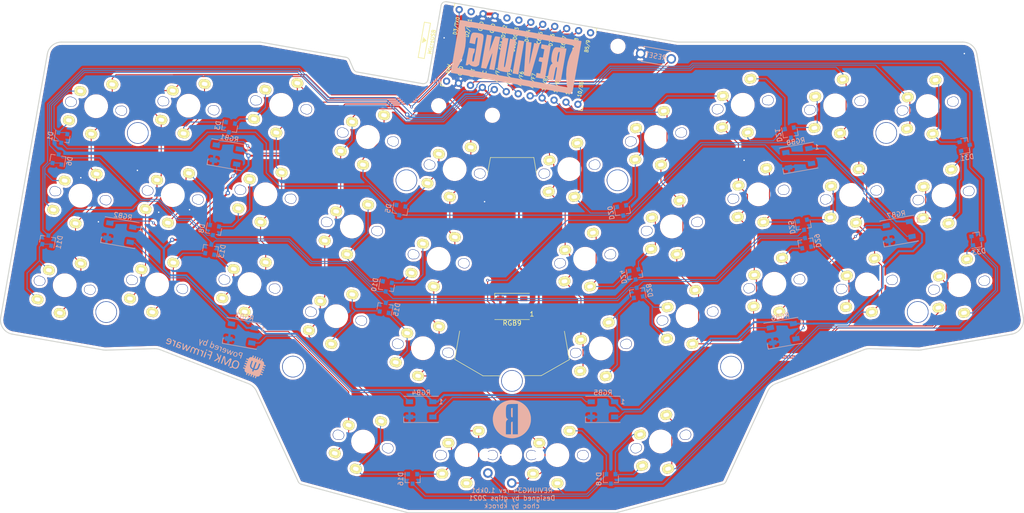
<source format=kicad_pcb>
(kicad_pcb (version 20171130) (host pcbnew "(5.1.10-1-10_14)")
  (title_block (title REVIUNG34) (date 2021-03-17) (rev 1))
  (layers (0 F.Cu signal) (31 B.Cu signal) (34 B.Paste user) (35 F.Paste user) (36 B.SilkS user) (37 F.SilkS user) (38 B.Mask user) (39 F.Mask user) (44 Edge.Cuts user))
  (net 0 "")
  (net 1 row0)
  (net 2 "Net-(D3-Pad2)")
  (net 3 "Net-(D5-Pad2)")
  (net 4 row1)
  (net 5 "Net-(D8-Pad2)")
  (net 6 "Net-(D10-Pad2)")
  (net 7 row2)
  (net 8 "Net-(D13-Pad2)")
  (net 9 "Net-(D15-Pad2)")
  (net 10 "Net-(D16-Pad2)")
  (net 11 row3)
  (net 12 "Net-(D18-Pad2)")
  (net 13 "Net-(D20-Pad2)")
  (net 14 "Net-(D21-Pad2)")
  (net 15 "Net-(D24-Pad2)")
  (net 16 "Net-(D25-Pad2)")
  (net 17 "Net-(D28-Pad2)")
  (net 18 "Net-(D29-Pad2)")
  (net 19 "Net-(D31-Pad2)")
  (net 20 reset)
  (net 21 GND)
  (net 22 LED)
  (net 23 "Net-(RGB1-Pad2)")
  (net 24 VCC)
  (net 25 "Net-(RGB2-Pad2)")
  (net 26 "Net-(RGB3-Pad2)")
  (net 27 "Net-(RGB4-Pad2)")
  (net 28 "Net-(RGB5-Pad2)")
  (net 29 "Net-(RGB6-Pad2)")
  (net 30 "Net-(RGB7-Pad2)")
  (net 31 "Net-(RGB8-Pad2)")
  (net 32 col0)
  (net 33 col1)
  (net 34 col2)
  (net 35 col3)
  (net 36 col4)
  (net 37 col5)
  (net 38 col6)
  (net 39 col7)
  (net 40 col8)
  (net 41 "Net-(U1-Pad2)")
  (net 42 "Net-(U1-Pad5)")
  (net 43 "Net-(U1-Pad6)")
  (net 44 "Net-(U1-Pad12)")
  (net 45 "Net-(U1-Pad24)")
  (net 46 "Net-(RGB9-Pad2)")
  (net 47 "Net-(D1-Pad1)")
  (net 48 "Net-(D3-Pad1)")
  (net 49 "Net-(D6-Pad1)")
  (net 50 "Net-(D8-Pad1)")
  (net 51 "Net-(D11-Pad1)")
  (net 52 "Net-(D13-Pad1)")
  (net 53 "Net-(D16-Pad1)")
  (net 54 "Net-(D18-Pad1)")
  (net 55 "Net-(D31-Pad1)")
  (net 56 "Net-(D33-Pad1)")
  (net 57 "Net-(D5-Pad1)")
  (net 58 "Net-(D10-Pad1)")
  (net 59 "Net-(D15-Pad1)")
  (net 60 "Net-(D20-Pad1)")
  (net 61 "Net-(D21-Pad1)")
  (net 62 "Net-(D24-Pad1)")
  (net 63 "Net-(D25-Pad1)")
  (net 64 "Net-(D28-Pad1)")
  (net 65 "Net-(D29-Pad1)")
  (module Package_TO_SOT_SMD:SOT-23 (layer B.Cu) (at 42.7889 63.5026 80)
    (fp_text reference D6 (at 0 2.5 80) (layer B.SilkS) (effects (justify mirror)))
    (fp_text value BAV70)
    (pad 3 smd rect (at 1 0 80) (size 0.9 0.8) (layers B.Cu B.Paste B.Mask) (net 4 row1))
    (pad 2 smd rect (at -1 -0.95 80) (size 0.9 0.8) (layers B.Cu B.Paste B.Mask) (net 49 "Net-(D6-Pad1)"))
    (pad 1 smd rect (at -1 0.95 80) (size 0.9 0.8) (layers B.Cu B.Paste B.Mask) (net 49 "Net-(D6-Pad1)"))
  )
  (module Keebio-Parts:Kailh-PG1350-1u-NoLED (layer F.Cu) (at 137.87 125.46)
    (fp_text reference SW35)
    (fp_text value SW_PUSH hide)
    (pad "" np_thru_hole circle (at 5.5 0 180) (size 1.7 1.7) (drill 1.7) (layers *.Cu *.Mask))
    (pad "" np_thru_hole circle (at -5.5 0 180) (size 1.7 1.7) (drill 1.7) (layers *.Cu *.Mask))
    (pad 2 thru_hole circle (at -5 3.8 41.9) (size 2 2) (drill 1.2) (layers *.Cu *.Mask) (net 54 "Net-(D18-Pad1)"))
    (pad 1 thru_hole circle (at 0 5.9 180) (size 2 2) (drill 1.2) (layers *.Cu *.Mask) (net 36 col4))
    (pad "" np_thru_hole circle (at 0 0 180) (size 3.4 3.4) (drill 3.4) (layers *.Cu *.Mask))
  )
  (module kbd-footprints:CherryMX_Choc_1u (layer F.Cu) (at 89.57 52.14 350)
    (fp_text reference SW3)
    (fp_text value SW_PUSH hide)
    (pad 1 thru_hole oval (at -5.1 3.9 350) (size 2.5 2) (drill oval 1.2 0.8) (layers *.Cu F.SilkS B.Mask) (net 2 "Net-(D3-Pad2)"))
    (pad "" np_thru_hole circle (at 0 0 80) (size 4 4) (drill 4) (layers *.Cu *.Mask))
    (pad "" np_thru_hole circle (at -5.5 0 80) (size 2.1 2.1) (drill 1.9) (layers *.Cu *.Mask))
    (pad "" np_thru_hole circle (at 5.5 0 80) (size 2.1 2.1) (drill 1.9) (layers *.Cu *.Mask))
    (pad 2 thru_hole oval (at 0 5.9 350) (size 2.5 2) (drill oval 1.2 0.8) (layers *.Cu F.SilkS B.Mask) (net 34 col2))
    (pad 2 thru_hole oval (at 2.54 -5.08 350) (size 2.5 2) (drill oval 1.2 0.8) (layers *.Cu F.SilkS B.Mask) (net 34 col2))
    (pad 1 thru_hole oval (at -3.81 -2.54 350) (size 2.5 2) (drill oval 1.2 0.8) (layers *.Cu F.SilkS B.Mask) (net 2 "Net-(D3-Pad2)"))
    (pad "" np_thru_hole circle (at 5.08 0 350) (size 1.9 1.9) (drill 1.7) (layers *.Cu *.Mask))
    (pad "" np_thru_hole circle (at -5.08 0 350) (size 1.9 1.9) (drill 1.7) (layers *.Cu *.Mask))
  )
  (module kbd-footprints:ProMicro_v3 (layer F.Cu) (at 139.7915 42.192 80)
    (fp_text reference U1 hide)
    (fp_text value ProMicro hide)
    (fp_text user RAW (at -4.995 -14.5 80 unlocked) (layer F.SilkS) (effects (font (size 0.75 0.67) (thickness 0.125))))
    (fp_text user GND (at -4.995 -11.95 80 unlocked) (layer F.SilkS) (effects (font (size 0.75 0.67) (thickness 0.125))))
    (fp_text user RST (at -4.995 -9.4 80 unlocked) (layer F.SilkS) (effects (font (size 0.75 0.67) (thickness 0.125))))
    (fp_text user VCC (at -4.995 -6.95 80 unlocked) (layer F.SilkS) (effects (font (size 0.75 0.67) (thickness 0.125))))
    (fp_text user A3/F4 (at -4.395 -4.25 80 unlocked) (layer F.SilkS) (effects (font (size 0.75 0.67) (thickness 0.125))))
    (fp_text user A2/F5 (at -4.395 -1.75 80 unlocked) (layer F.SilkS) (effects (font (size 0.75 0.67) (thickness 0.125))))
    (fp_text user A1/F6 (at -4.395 0.75 80 unlocked) (layer F.SilkS) (effects (font (size 0.75 0.67) (thickness 0.125))))
    (fp_text user A0/F7 (at -4.395 3.3 80 unlocked) (layer F.SilkS) (effects (font (size 0.75 0.67) (thickness 0.125))))
    (fp_text user 15/B1 (at -4.395 5.85 80 unlocked) (layer F.SilkS) (effects (font (size 0.75 0.67) (thickness 0.125))))
    (fp_text user 14/B3 (at -4.395 8.4 80 unlocked) (layer F.SilkS) (effects (font (size 0.75 0.67) (thickness 0.125))))
    (fp_text user 10/B6 (at -4.395 13.45 80 unlocked) (layer F.SilkS) (effects (font (size 0.75 0.67) (thickness 0.125))))
    (fp_text user 16/B2 (at -4.395 10.95 80 unlocked) (layer F.SilkS) (effects (font (size 0.75 0.67) (thickness 0.125))))
    (fp_text user E6/7 (at 4.705 8.25 80 unlocked) (layer F.SilkS) (effects (font (size 0.75 0.67) (thickness 0.125))))
    (fp_text user D7/6 (at 4.705 5.7 80 unlocked) (layer F.SilkS) (effects (font (size 0.75 0.67) (thickness 0.125))))
    (fp_text user GND (at 4.955 -9.35 80 unlocked) (layer F.SilkS) (effects (font (size 0.75 0.67) (thickness 0.125))))
    (fp_text user GND (at 4.955 -6.9 80 unlocked) (layer F.SilkS) (effects (font (size 0.75 0.67) (thickness 0.125))))
    (fp_text user D3/TX0 (at 4.155 -14.45 80 unlocked) (layer F.SilkS) (effects (font (size 0.75 0.67) (thickness 0.125))))
    (fp_text user D4/4 (at 4.705 0.6 80 unlocked) (layer F.SilkS) (effects (font (size 0.75 0.67) (thickness 0.125))))
    (fp_text user SDA/D1/2 (at 3.455 -4.4 80 unlocked) (layer F.SilkS) (effects (font (size 0.75 0.67) (thickness 0.125))))
    (fp_text user SCL/D0/3 (at 3.455 -1.9 80 unlocked) (layer F.SilkS) (effects (font (size 0.75 0.67) (thickness 0.125))))
    (fp_text user C6/5 (at 4.705 3.15 80 unlocked) (layer F.SilkS) (effects (font (size 0.75 0.67) (thickness 0.125))))
    (fp_text user B5/9 (at 4.705 13.3 80 unlocked) (layer F.SilkS) (effects (font (size 0.75 0.67) (thickness 0.125))))
    (fp_text user D2/RX1 (at 4.155 -11.9 80 unlocked) (layer F.SilkS) (effects (font (size 0.75 0.67) (thickness 0.125))))
    (fp_text user B4/8 (at 4.705 10.8 80 unlocked) (layer F.SilkS) (effects (font (size 0.75 0.67) (thickness 0.125))))
    (fp_text user MicroUSB (at -0.05 -18.95 80) (layer F.SilkS) (effects (font (size 0.75 0.75) (thickness 0.12))))
    (fp_text user MicroUSB (at -0.05 -18.95 80) (layer F.SilkS) (effects (font (size 0.75 0.75) (thickness 0.12))))
    (pad 24 thru_hole circle (at -7.6086 -14.478 80) (size 1.524 1.524) (drill 0.8128) (layers *.Cu B.Mask) (net 45 "Net-(U1-Pad24)"))
    (pad 23 thru_hole circle (at -7.6086 -11.938 80) (size 1.524 1.524) (drill 0.8128) (layers *.Cu B.Mask) (net 21 GND))
    (pad 22 thru_hole circle (at -7.6086 -9.398 80) (size 1.524 1.524) (drill 0.8128) (layers *.Cu B.Mask) (net 20 reset))
    (pad 21 thru_hole circle (at -7.6086 -6.858 80) (size 1.524 1.524) (drill 0.8128) (layers *.Cu B.Mask) (net 24 VCC))
    (pad 20 thru_hole circle (at -7.6086 -4.318 80) (size 1.524 1.524) (drill 0.8128) (layers *.Cu B.Mask) (net 1 row0))
    (pad 19 thru_hole circle (at -7.6086 -1.778 80) (size 1.524 1.524) (drill 0.8128) (layers *.Cu B.Mask) (net 4 row1))
    (pad 18 thru_hole circle (at -7.6086 0.762 80) (size 1.524 1.524) (drill 0.8128) (layers *.Cu B.Mask) (net 7 row2))
    (pad 17 thru_hole circle (at -7.6086 3.302 80) (size 1.524 1.524) (drill 0.8128) (layers *.Cu B.Mask) (net 11 row3))
    (pad 16 thru_hole circle (at -7.6086 5.842 80) (size 1.524 1.524) (drill 0.8128) (layers *.Cu B.Mask) (net 37 col5))
    (pad 15 thru_hole circle (at -7.6086 8.382 80) (size 1.524 1.524) (drill 0.8128) (layers *.Cu B.Mask) (net 38 col6))
    (pad 14 thru_hole circle (at -7.6086 10.922 80) (size 1.524 1.524) (drill 0.8128) (layers *.Cu B.Mask) (net 39 col7))
    (pad 13 thru_hole circle (at -7.6086 13.462 80) (size 1.524 1.524) (drill 0.8128) (layers *.Cu B.Mask) (net 40 col8))
    (pad 12 thru_hole circle (at 7.6114 13.462 80) (size 1.524 1.524) (drill 0.8128) (layers *.Cu B.Mask) (net 44 "Net-(U1-Pad12)"))
    (pad 11 thru_hole circle (at 7.6114 10.922 80) (size 1.524 1.524) (drill 0.8128) (layers *.Cu B.Mask) (net 36 col4))
    (pad 10 thru_hole circle (at 7.6114 8.382 80) (size 1.524 1.524) (drill 0.8128) (layers *.Cu B.Mask) (net 35 col3))
    (pad 9 thru_hole circle (at 7.6114 5.842 80) (size 1.524 1.524) (drill 0.8128) (layers *.Cu B.Mask) (net 34 col2))
    (pad 8 thru_hole circle (at 7.6114 3.302 80) (size 1.524 1.524) (drill 0.8128) (layers *.Cu B.Mask) (net 33 col1))
    (pad 7 thru_hole circle (at 7.6114 0.762 80) (size 1.524 1.524) (drill 0.8128) (layers *.Cu B.Mask) (net 32 col0))
    (pad 6 thru_hole circle (at 7.6114 -1.778 80) (size 1.524 1.524) (drill 0.8128) (layers *.Cu B.Mask) (net 43 "Net-(U1-Pad6)"))
    (pad 5 thru_hole circle (at 7.6114 -4.318 80) (size 1.524 1.524) (drill 0.8128) (layers *.Cu B.Mask) (net 42 "Net-(U1-Pad5)"))
    (pad 4 thru_hole circle (at 7.6114 -6.858 80) (size 1.524 1.524) (drill 0.8128) (layers *.Cu B.Mask) (net 21 GND))
    (pad 3 thru_hole circle (at 7.6114 -9.398 80) (size 1.524 1.524) (drill 0.8128) (layers *.Cu B.Mask) (net 21 GND))
    (pad 2 thru_hole circle (at 7.6114 -11.938 80) (size 1.524 1.524) (drill 0.8128) (layers *.Cu B.Mask) (net 41 "Net-(U1-Pad2)"))
    (pad 1 thru_hole circle (at 7.6114 -14.478 80) (size 1.524 1.524) (drill 0.8128) (layers *.Cu B.Mask) (net 22 LED))
  )
  (module kbd-footprints:CherryMX_Choc_1u (layer F.Cu) (at 186.26 52.12 10)
    (fp_text reference SW21)
    (fp_text value SW_PUSH hide)
    (pad 1 thru_hole oval (at -5.1 3.9 10) (size 2.5 2) (drill oval 1.2 0.8) (layers *.Cu F.SilkS B.Mask) (net 39 col7))
    (pad "" np_thru_hole circle (at 0 0 100) (size 4 4) (drill 4) (layers *.Cu *.Mask))
    (pad "" np_thru_hole circle (at -5.5 0 100) (size 2.1 2.1) (drill 1.9) (layers *.Cu *.Mask))
    (pad "" np_thru_hole circle (at 5.5 0 100) (size 2.1 2.1) (drill 1.9) (layers *.Cu *.Mask))
    (pad 2 thru_hole oval (at 0 5.9 10) (size 2.5 2) (drill oval 1.2 0.8) (layers *.Cu F.SilkS B.Mask) (net 61 "Net-(D21-Pad1)"))
    (pad 2 thru_hole oval (at 2.54 -5.08 10) (size 2.5 2) (drill oval 1.2 0.8) (layers *.Cu F.SilkS B.Mask) (net 61 "Net-(D21-Pad1)"))
    (pad 1 thru_hole oval (at -3.81 -2.54 10) (size 2.5 2) (drill oval 1.2 0.8) (layers *.Cu F.SilkS B.Mask) (net 39 col7))
    (pad "" np_thru_hole circle (at 5.08 0 10) (size 1.9 1.9) (drill 1.7) (layers *.Cu *.Mask))
    (pad "" np_thru_hole circle (at -5.08 0 10) (size 1.9 1.9) (drill 1.7) (layers *.Cu *.Mask))
  )
  (module kbd-footprints:CherryMX_Choc_1u (layer F.Cu) (at 169.09 122.66 15)
    (fp_text reference SW34)
    (fp_text value SW_PUSH hide)
    (pad 1 thru_hole oval (at -5.1 3.9 15) (size 2.5 2) (drill oval 1.2 0.8) (layers *.Cu F.SilkS B.Mask) (net 12 "Net-(D18-Pad2)"))
    (pad "" np_thru_hole circle (at 0 0 105) (size 4 4) (drill 4) (layers *.Cu *.Mask))
    (pad "" np_thru_hole circle (at -5.5 0 105) (size 2.1 2.1) (drill 1.9) (layers *.Cu *.Mask))
    (pad "" np_thru_hole circle (at 5.5 0 105) (size 2.1 2.1) (drill 1.9) (layers *.Cu *.Mask))
    (pad 2 thru_hole oval (at 0 5.9 15) (size 2.5 2) (drill oval 1.2 0.8) (layers *.Cu F.SilkS B.Mask) (net 40 col8))
    (pad 2 thru_hole oval (at 2.54 -5.08 15) (size 2.5 2) (drill oval 1.2 0.8) (layers *.Cu F.SilkS B.Mask) (net 40 col8))
    (pad 1 thru_hole oval (at -3.81 -2.54 15) (size 2.5 2) (drill oval 1.2 0.8) (layers *.Cu F.SilkS B.Mask) (net 12 "Net-(D18-Pad2)"))
    (pad "" np_thru_hole circle (at 5.08 0 15) (size 1.9 1.9) (drill 1.7) (layers *.Cu *.Mask))
    (pad "" np_thru_hole circle (at -5.08 0 15) (size 1.9 1.9) (drill 1.7) (layers *.Cu *.Mask))
  )
  (module kbd-footprints:CherryMX_Choc_1u (layer F.Cu) (at 147.43 125.5)
    (fp_text reference SW18 hide)
    (fp_text value SW_PUSH hide)
    (pad 1 thru_hole oval (at -5.1 3.9) (size 2.5 2) (drill oval 1.2 0.8) (layers *.Cu F.SilkS B.Mask) (net 36 col4))
    (pad "" np_thru_hole circle (at 0 0 90) (size 4 4) (drill 4) (layers *.Cu *.Mask))
    (pad "" np_thru_hole circle (at -5.5 0 90) (size 2.1 2.1) (drill 1.9) (layers *.Cu *.Mask))
    (pad "" np_thru_hole circle (at 5.5 0 90) (size 2.1 2.1) (drill 1.9) (layers *.Cu *.Mask))
    (pad 2 thru_hole oval (at 0 5.9) (size 2.5 2) (drill oval 1.2 0.8) (layers *.Cu F.SilkS B.Mask) (net 54 "Net-(D18-Pad1)"))
    (pad 2 thru_hole oval (at 2.54 -5.08) (size 2.5 2) (drill oval 1.2 0.8) (layers *.Cu F.SilkS B.Mask) (net 54 "Net-(D18-Pad1)"))
    (pad 1 thru_hole oval (at -3.81 -2.54) (size 2.5 2) (drill oval 1.2 0.8) (layers *.Cu F.SilkS B.Mask) (net 36 col4))
    (pad "" np_thru_hole circle (at 5.08 0) (size 1.9 1.9) (drill 1.7) (layers *.Cu *.Mask))
    (pad "" np_thru_hole circle (at -5.08 0) (size 1.9 1.9) (drill 1.7) (layers *.Cu *.Mask))
  )
  (module kbd-footprints:CherryMX_Choc_1u (layer F.Cu) (at 128.39 125.5)
    (fp_text reference SW17 hide)
    (fp_text value SW_PUSH hide)
    (pad 1 thru_hole oval (at -5.1 3.9) (size 2.5 2) (drill oval 1.2 0.8) (layers *.Cu F.SilkS B.Mask) (net 10 "Net-(D16-Pad2)"))
    (pad "" np_thru_hole circle (at 0 0 90) (size 4 4) (drill 4) (layers *.Cu *.Mask))
    (pad "" np_thru_hole circle (at -5.5 0 90) (size 2.1 2.1) (drill 1.9) (layers *.Cu *.Mask))
    (pad "" np_thru_hole circle (at 5.5 0 90) (size 2.1 2.1) (drill 1.9) (layers *.Cu *.Mask))
    (pad 2 thru_hole oval (at 0 5.9) (size 2.5 2) (drill oval 1.2 0.8) (layers *.Cu F.SilkS B.Mask) (net 35 col3))
    (pad 2 thru_hole oval (at 2.54 -5.08) (size 2.5 2) (drill oval 1.2 0.8) (layers *.Cu F.SilkS B.Mask) (net 35 col3))
    (pad 1 thru_hole oval (at -3.81 -2.54) (size 2.5 2) (drill oval 1.2 0.8) (layers *.Cu F.SilkS B.Mask) (net 10 "Net-(D16-Pad2)"))
    (pad "" np_thru_hole circle (at 5.08 0) (size 1.9 1.9) (drill 1.7) (layers *.Cu *.Mask))
    (pad "" np_thru_hole circle (at -5.08 0) (size 1.9 1.9) (drill 1.7) (layers *.Cu *.Mask))
  )
  (module Package_TO_SOT_SMD:SOT-23 (layer B.Cu) (at 235.3082 80.4444 10)
    (fp_text reference D33 (at 0 2.5 10) (layer B.SilkS) (effects (justify mirror)))
    (fp_text value BAV70)
    (pad 3 smd rect (at 1 0 10) (size 0.9 0.8) (layers B.Cu B.Paste B.Mask) (net 11 row3))
    (pad 2 smd rect (at -1 -0.95 10) (size 0.9 0.8) (layers B.Cu B.Paste B.Mask) (net 56 "Net-(D33-Pad1)"))
    (pad 1 smd rect (at -1 0.95 10) (size 0.9 0.8) (layers B.Cu B.Paste B.Mask) (net 56 "Net-(D33-Pad1)"))
  )
  (module Package_TO_SOT_SMD:SOT-23 (layer B.Cu) (at 232.819 60.6959 10)
    (fp_text reference D31 (at 0 2.5 10) (layer B.SilkS) (effects (justify mirror)))
    (fp_text value BAV70)
    (pad 3 smd rect (at 1 0 10) (size 0.9 0.8) (layers B.Cu B.Paste B.Mask) (net 11 row3))
    (pad 2 smd rect (at -1 -0.95 10) (size 0.9 0.8) (layers B.Cu B.Paste B.Mask) (net 19 "Net-(D31-Pad2)"))
    (pad 1 smd rect (at -1 0.95 10) (size 0.9 0.8) (layers B.Cu B.Paste B.Mask) (net 55 "Net-(D31-Pad1)"))
  )
  (module Package_TO_SOT_SMD:SOT-23 (layer B.Cu) (at 199.4688 81.0286 100)
    (fp_text reference D29 (at 0 2.5 100) (layer B.SilkS) (effects (justify mirror)))
    (fp_text value BAV70)
    (pad 3 smd rect (at 1 0 100) (size 0.9 0.8) (layers B.Cu B.Paste B.Mask) (net 7 row2))
    (pad 2 smd rect (at -1 -0.95 100) (size 0.9 0.8) (layers B.Cu B.Paste B.Mask) (net 18 "Net-(D29-Pad2)"))
    (pad 1 smd rect (at -1 0.95 100) (size 0.9 0.8) (layers B.Cu B.Paste B.Mask) (net 65 "Net-(D29-Pad1)"))
  )
  (module Package_TO_SOT_SMD:SOT-23 (layer B.Cu) (at 164.2136 91.4426 100)
    (fp_text reference D28 (at 0 2.5 100) (layer B.SilkS) (effects (justify mirror)))
    (fp_text value BAV70 hide)
    (pad 3 smd rect (at 1 0 100) (size 0.9 0.8) (layers B.Cu B.Paste B.Mask) (net 7 row2))
    (pad 2 smd rect (at -1 -0.95 100) (size 0.9 0.8) (layers B.Cu B.Paste B.Mask) (net 17 "Net-(D28-Pad2)"))
    (pad 1 smd rect (at -1 0.95 100) (size 0.9 0.8) (layers B.Cu B.Paste B.Mask) (net 64 "Net-(D28-Pad1)"))
  )
  (module Package_TO_SOT_SMD:SOT-23 (layer B.Cu) (at 198.9354 77.3456 280)
    (fp_text reference D25 (at 0 2.5 100) (layer B.SilkS) (effects (justify mirror)))
    (fp_text value BAV70)
    (pad 3 smd rect (at 1 0 280) (size 0.9 0.8) (layers B.Cu B.Paste B.Mask) (net 4 row1))
    (pad 2 smd rect (at -1 -0.95 280) (size 0.9 0.8) (layers B.Cu B.Paste B.Mask) (net 16 "Net-(D25-Pad2)"))
    (pad 1 smd rect (at -1 0.95 280) (size 0.9 0.8) (layers B.Cu B.Paste B.Mask) (net 63 "Net-(D25-Pad1)"))
  )
  (module Package_TO_SOT_SMD:SOT-23 (layer B.Cu) (at 163.6421 87.7469 280)
    (fp_text reference D24 (at 0 2.5 100) (layer B.SilkS) (effects (justify mirror)))
    (fp_text value BAV70 hide)
    (pad 3 smd rect (at 1 0 280) (size 0.9 0.8) (layers B.Cu B.Paste B.Mask) (net 4 row1))
    (pad 2 smd rect (at -1 -0.95 280) (size 0.9 0.8) (layers B.Cu B.Paste B.Mask) (net 15 "Net-(D24-Pad2)"))
    (pad 1 smd rect (at -1 0.95 280) (size 0.9 0.8) (layers B.Cu B.Paste B.Mask) (net 62 "Net-(D24-Pad1)"))
  )
  (module Package_TO_SOT_SMD:SOT-23 (layer B.Cu) (at 196.1922 58.0416 280)
    (fp_text reference D21 (at 0 2.5 100) (layer B.SilkS) (effects (justify mirror)))
    (fp_text value BAV70)
    (pad 3 smd rect (at 1 0 280) (size 0.9 0.8) (layers B.Cu B.Paste B.Mask) (net 1 row0))
    (pad 2 smd rect (at -1 -0.95 280) (size 0.9 0.8) (layers B.Cu B.Paste B.Mask) (net 14 "Net-(D21-Pad2)"))
    (pad 1 smd rect (at -1 0.95 280) (size 0.9 0.8) (layers B.Cu B.Paste B.Mask) (net 61 "Net-(D21-Pad1)"))
  )
  (module Package_TO_SOT_SMD:SOT-23 (layer B.Cu) (at 161.0513 74.3357 280)
    (fp_text reference D20 (at 0 2.5 100) (layer B.SilkS) (effects (justify mirror)))
    (fp_text value BAV70)
    (pad 3 smd rect (at 1 0 280) (size 0.9 0.8) (layers B.Cu B.Paste B.Mask) (net 1 row0))
    (pad 2 smd rect (at -1 -0.95 280) (size 0.9 0.8) (layers B.Cu B.Paste B.Mask) (net 13 "Net-(D20-Pad2)"))
    (pad 1 smd rect (at -1 0.95 280) (size 0.9 0.8) (layers B.Cu B.Paste B.Mask) (net 60 "Net-(D20-Pad1)"))
  )
  (module Package_TO_SOT_SMD:SOT-23 (layer B.Cu) (at 111.3181 94.5922 80)
    (fp_text reference D15 (at 0 2.5 80) (layer B.SilkS) (effects (justify mirror)))
    (fp_text value BAV70)
    (pad 3 smd rect (at 1 0 80) (size 0.9 0.8) (layers B.Cu B.Paste B.Mask) (net 7 row2))
    (pad 2 smd rect (at -1 -0.95 80) (size 0.9 0.8) (layers B.Cu B.Paste B.Mask) (net 9 "Net-(D15-Pad2)"))
    (pad 1 smd rect (at -1 0.95 80) (size 0.9 0.8) (layers B.Cu B.Paste B.Mask) (net 59 "Net-(D15-Pad1)"))
  )
  (module Package_TO_SOT_SMD:SOT-23 (layer B.Cu) (at 111.6356 90.2488 260)
    (fp_text reference D10 (at 0 2.5 80) (layer B.SilkS) (effects (justify mirror)))
    (fp_text value BAV70)
    (pad 3 smd rect (at 1 0 260) (size 0.9 0.8) (layers B.Cu B.Paste B.Mask) (net 4 row1))
    (pad 2 smd rect (at -1 -0.95 260) (size 0.9 0.8) (layers B.Cu B.Paste B.Mask) (net 6 "Net-(D10-Pad2)"))
    (pad 1 smd rect (at -1 0.95 260) (size 0.9 0.8) (layers B.Cu B.Paste B.Mask) (net 58 "Net-(D10-Pad1)"))
  )
  (module Package_TO_SOT_SMD:SOT-23 (layer B.Cu) (at 114.4804 74.2722 260)
    (fp_text reference D5 (at 0 2.5 80) (layer B.SilkS) (effects (justify mirror)))
    (fp_text value BAV70 hide)
    (pad 3 smd rect (at 1 0 260) (size 0.9 0.8) (layers B.Cu B.Paste B.Mask) (net 1 row0))
    (pad 2 smd rect (at -1 -0.95 260) (size 0.9 0.8) (layers B.Cu B.Paste B.Mask) (net 3 "Net-(D5-Pad2)"))
    (pad 1 smd rect (at -1 0.95 260) (size 0.9 0.8) (layers B.Cu B.Paste B.Mask) (net 57 "Net-(D5-Pad1)"))
  )
  (module kbd-footprints:CherryMX_Choc_1u (layer F.Cu) (at 106.73 122.67 345)
    (fp_text reference SW16)
    (fp_text value SW_PUSH hide)
    (pad 1 thru_hole oval (at -5.1 3.9 345) (size 2.5 2) (drill oval 1.2 0.8) (layers *.Cu F.SilkS B.Mask) (net 34 col2))
    (pad "" np_thru_hole circle (at 0 0 75) (size 4 4) (drill 4) (layers *.Cu *.Mask))
    (pad "" np_thru_hole circle (at -5.5 0 75) (size 2.1 2.1) (drill 1.9) (layers *.Cu *.Mask))
    (pad "" np_thru_hole circle (at 5.5 0 75) (size 2.1 2.1) (drill 1.9) (layers *.Cu *.Mask))
    (pad 2 thru_hole oval (at 0 5.9 345) (size 2.5 2) (drill oval 1.2 0.8) (layers *.Cu F.SilkS B.Mask) (net 53 "Net-(D16-Pad1)"))
    (pad 2 thru_hole oval (at 2.54 -5.08 345) (size 2.5 2) (drill oval 1.2 0.8) (layers *.Cu F.SilkS B.Mask) (net 53 "Net-(D16-Pad1)"))
    (pad 1 thru_hole oval (at -3.81 -2.54 345) (size 2.5 2) (drill oval 1.2 0.8) (layers *.Cu F.SilkS B.Mask) (net 34 col2))
    (pad "" np_thru_hole circle (at 5.08 0 345) (size 1.9 1.9) (drill 1.7) (layers *.Cu *.Mask))
    (pad "" np_thru_hole circle (at -5.08 0 345) (size 1.9 1.9) (drill 1.7) (layers *.Cu *.Mask))
  )
  (module Package_TO_SOT_SMD:SOT-23 (layer B.Cu) (at 158.6256 130.5 270)
    (fp_text reference D18 (at 0 2.5 90) (layer B.SilkS) (effects (justify mirror)))
    (fp_text value BAV70)
    (pad 3 smd rect (at 1 0 270) (size 0.9 0.8) (layers B.Cu B.Paste B.Mask) (net 11 row3))
    (pad 2 smd rect (at -1 -0.95 270) (size 0.9 0.8) (layers B.Cu B.Paste B.Mask) (net 12 "Net-(D18-Pad2)"))
    (pad 1 smd rect (at -1 0.95 270) (size 0.9 0.8) (layers B.Cu B.Paste B.Mask) (net 54 "Net-(D18-Pad1)"))
  )
  (module Package_TO_SOT_SMD:SOT-23 (layer B.Cu) (at 117.1 130.5 270)
    (fp_text reference D16 (at 0 2.5 90) (layer B.SilkS) (effects (justify mirror)))
    (fp_text value BAV70)
    (pad 3 smd rect (at 1 0 270) (size 0.9 0.8) (layers B.Cu B.Paste B.Mask) (net 11 row3))
    (pad 2 smd rect (at -1 -0.95 270) (size 0.9 0.8) (layers B.Cu B.Paste B.Mask) (net 10 "Net-(D16-Pad2)"))
    (pad 1 smd rect (at -1 0.95 270) (size 0.9 0.8) (layers B.Cu B.Paste B.Mask) (net 53 "Net-(D16-Pad1)"))
  )
  (module Package_TO_SOT_SMD:SOT-23 (layer B.Cu) (at 74.7675 82.3875 80)
    (fp_text reference D13 (at 0 2.5 80) (layer B.SilkS) (effects (justify mirror)))
    (fp_text value BAV70)
    (pad 3 smd rect (at 1 0 80) (size 0.9 0.8) (layers B.Cu B.Paste B.Mask) (net 7 row2))
    (pad 2 smd rect (at -1 -0.95 80) (size 0.9 0.8) (layers B.Cu B.Paste B.Mask) (net 8 "Net-(D13-Pad2)"))
    (pad 1 smd rect (at -1 0.95 80) (size 0.9 0.8) (layers B.Cu B.Paste B.Mask) (net 52 "Net-(D13-Pad1)"))
  )
  (module Package_TO_SOT_SMD:SOT-23 (layer B.Cu) (at 40.6299 80.4952 80)
    (fp_text reference D11 (at 0 2.5 80) (layer B.SilkS) (effects (justify mirror)))
    (fp_text value BAV70)
    (pad 3 smd rect (at 1 0 80) (size 0.9 0.8) (layers B.Cu B.Paste B.Mask) (net 7 row2))
    (pad 2 smd rect (at -1 -0.95 80) (size 0.9 0.8) (layers B.Cu B.Paste B.Mask) (net 51 "Net-(D11-Pad1)"))
    (pad 1 smd rect (at -1 0.95 80) (size 0.9 0.8) (layers B.Cu B.Paste B.Mask) (net 51 "Net-(D11-Pad1)"))
  )
  (module Package_TO_SOT_SMD:SOT-23 (layer B.Cu) (at 75.4279 78.4505 260)
    (fp_text reference D8 (at 0 2.5 80) (layer B.SilkS) (effects (justify mirror)))
    (fp_text value BAV70)
    (pad 3 smd rect (at 1 0 260) (size 0.9 0.8) (layers B.Cu B.Paste B.Mask) (net 4 row1))
    (pad 2 smd rect (at -1 -0.95 260) (size 0.9 0.8) (layers B.Cu B.Paste B.Mask) (net 5 "Net-(D8-Pad2)"))
    (pad 1 smd rect (at -1 0.95 260) (size 0.9 0.8) (layers B.Cu B.Paste B.Mask) (net 50 "Net-(D8-Pad1)"))
  )
  (module Package_TO_SOT_SMD:SOT-23 (layer B.Cu) (at 78.7807 56.8986 260)
    (fp_text reference D3 (at 0 2.5 80) (layer B.SilkS) (effects (justify mirror)))
    (fp_text value BAV70)
    (pad 3 smd rect (at 1 0 260) (size 0.9 0.8) (layers B.Cu B.Paste B.Mask) (net 1 row0))
    (pad 2 smd rect (at -1 -0.95 260) (size 0.9 0.8) (layers B.Cu B.Paste B.Mask) (net 2 "Net-(D3-Pad2)"))
    (pad 1 smd rect (at -1 0.95 260) (size 0.9 0.8) (layers B.Cu B.Paste B.Mask) (net 48 "Net-(D3-Pad1)"))
  )
  (module Package_TO_SOT_SMD:SOT-23 (layer B.Cu) (at 43.6652 59.0957 260)
    (fp_text reference D1 (at 0 2.5 80) (layer B.SilkS) (effects (justify mirror)))
    (fp_text value BAV70)
    (pad 3 smd rect (at 1 0 260) (size 0.9 0.8) (layers B.Cu B.Paste B.Mask) (net 1 row0))
    (pad 2 smd rect (at -1 -0.95 260) (size 0.9 0.8) (layers B.Cu B.Paste B.Mask) (net 47 "Net-(D1-Pad1)"))
    (pad 1 smd rect (at -1 0.95 260) (size 0.9 0.8) (layers B.Cu B.Paste B.Mask) (net 47 "Net-(D1-Pad1)"))
  )
  (module kbd-footprints:CherryMX_Choc_1u (layer F.Cu) (at 231.59 89.91 10)
    (fp_text reference SW33)
    (fp_text value SW_PUSH hide)
    (pad 1 thru_hole oval (at -5.1 3.9 10) (size 2.5 2) (drill oval 1.2 0.8) (layers *.Cu F.SilkS B.Mask) (net 39 col7))
    (pad "" np_thru_hole circle (at 0 0 100) (size 4 4) (drill 4) (layers *.Cu *.Mask))
    (pad "" np_thru_hole circle (at -5.5 0 100) (size 2.1 2.1) (drill 1.9) (layers *.Cu *.Mask))
    (pad "" np_thru_hole circle (at 5.5 0 100) (size 2.1 2.1) (drill 1.9) (layers *.Cu *.Mask))
    (pad 2 thru_hole oval (at 0 5.9 10) (size 2.5 2) (drill oval 1.2 0.8) (layers *.Cu F.SilkS B.Mask) (net 56 "Net-(D33-Pad1)"))
    (pad 2 thru_hole oval (at 2.54 -5.08 10) (size 2.5 2) (drill oval 1.2 0.8) (layers *.Cu F.SilkS B.Mask) (net 56 "Net-(D33-Pad1)"))
    (pad 1 thru_hole oval (at -3.81 -2.54 10) (size 2.5 2) (drill oval 1.2 0.8) (layers *.Cu F.SilkS B.Mask) (net 39 col7))
    (pad "" np_thru_hole circle (at 5.08 0 10) (size 1.9 1.9) (drill 1.7) (layers *.Cu *.Mask))
    (pad "" np_thru_hole circle (at -5.08 0 10) (size 1.9 1.9) (drill 1.7) (layers *.Cu *.Mask))
  )
  (module kbd-footprints:CherryMX_Choc_1u (layer F.Cu) (at 228.32 71.13 10)
    (fp_text reference SW32)
    (fp_text value SW_PUSH hide)
    (pad 1 thru_hole oval (at -5.1 3.9 10) (size 2.5 2) (drill oval 1.2 0.8) (layers *.Cu F.SilkS B.Mask) (net 38 col6))
    (pad "" np_thru_hole circle (at 0 0 100) (size 4 4) (drill 4) (layers *.Cu *.Mask))
    (pad "" np_thru_hole circle (at -5.5 0 100) (size 2.1 2.1) (drill 1.9) (layers *.Cu *.Mask))
    (pad "" np_thru_hole circle (at 5.5 0 100) (size 2.1 2.1) (drill 1.9) (layers *.Cu *.Mask))
    (pad 2 thru_hole oval (at 0 5.9 10) (size 2.5 2) (drill oval 1.2 0.8) (layers *.Cu F.SilkS B.Mask) (net 55 "Net-(D31-Pad1)"))
    (pad 2 thru_hole oval (at 2.54 -5.08 10) (size 2.5 2) (drill oval 1.2 0.8) (layers *.Cu F.SilkS B.Mask) (net 55 "Net-(D31-Pad1)"))
    (pad 1 thru_hole oval (at -3.81 -2.54 10) (size 2.5 2) (drill oval 1.2 0.8) (layers *.Cu F.SilkS B.Mask) (net 38 col6))
    (pad "" np_thru_hole circle (at 5.08 0 10) (size 1.9 1.9) (drill 1.7) (layers *.Cu *.Mask))
    (pad "" np_thru_hole circle (at -5.08 0 10) (size 1.9 1.9) (drill 1.7) (layers *.Cu *.Mask))
  )
  (module kbd-footprints:CherryMX_Choc_1u (layer F.Cu) (at 225.01 52.39 10)
    (fp_text reference SW31)
    (fp_text value SW_PUSH hide)
    (pad 1 thru_hole oval (at -5.1 3.9 10) (size 2.5 2) (drill oval 1.2 0.8) (layers *.Cu F.SilkS B.Mask) (net 37 col5))
    (pad "" np_thru_hole circle (at 0 0 100) (size 4 4) (drill 4) (layers *.Cu *.Mask))
    (pad "" np_thru_hole circle (at -5.5 0 100) (size 2.1 2.1) (drill 1.9) (layers *.Cu *.Mask))
    (pad "" np_thru_hole circle (at 5.5 0 100) (size 2.1 2.1) (drill 1.9) (layers *.Cu *.Mask))
    (pad 2 thru_hole oval (at 0 5.9 10) (size 2.5 2) (drill oval 1.2 0.8) (layers *.Cu F.SilkS B.Mask) (net 19 "Net-(D31-Pad2)"))
    (pad 2 thru_hole oval (at 2.54 -5.08 10) (size 2.5 2) (drill oval 1.2 0.8) (layers *.Cu F.SilkS B.Mask) (net 19 "Net-(D31-Pad2)"))
    (pad 1 thru_hole oval (at -3.81 -2.54 10) (size 2.5 2) (drill oval 1.2 0.8) (layers *.Cu F.SilkS B.Mask) (net 37 col5))
    (pad "" np_thru_hole circle (at 5.08 0 10) (size 1.9 1.9) (drill 1.7) (layers *.Cu *.Mask))
    (pad "" np_thru_hole circle (at -5.08 0 10) (size 1.9 1.9) (drill 1.7) (layers *.Cu *.Mask))
  )
  (module kbd-footprints:CherryMX_Choc_1u (layer F.Cu) (at 212.25 89.75 10)
    (fp_text reference SW30)
    (fp_text value SW_PUSH hide)
    (pad 1 thru_hole oval (at -5.1 3.9 10) (size 2.5 2) (drill oval 1.2 0.8) (layers *.Cu F.SilkS B.Mask) (net 65 "Net-(D29-Pad1)"))
    (pad "" np_thru_hole circle (at 0 0 100) (size 4 4) (drill 4) (layers *.Cu *.Mask))
    (pad "" np_thru_hole circle (at -5.5 0 100) (size 2.1 2.1) (drill 1.9) (layers *.Cu *.Mask))
    (pad "" np_thru_hole circle (at 5.5 0 100) (size 2.1 2.1) (drill 1.9) (layers *.Cu *.Mask))
    (pad 2 thru_hole oval (at 0 5.9 10) (size 2.5 2) (drill oval 1.2 0.8) (layers *.Cu F.SilkS B.Mask) (net 40 col8))
    (pad 2 thru_hole oval (at 2.54 -5.08 10) (size 2.5 2) (drill oval 1.2 0.8) (layers *.Cu F.SilkS B.Mask) (net 40 col8))
    (pad 1 thru_hole oval (at -3.81 -2.54 10) (size 2.5 2) (drill oval 1.2 0.8) (layers *.Cu F.SilkS B.Mask) (net 65 "Net-(D29-Pad1)"))
    (pad "" np_thru_hole circle (at 5.08 0 10) (size 1.9 1.9) (drill 1.7) (layers *.Cu *.Mask))
    (pad "" np_thru_hole circle (at -5.08 0 10) (size 1.9 1.9) (drill 1.7) (layers *.Cu *.Mask))
  )
  (module kbd-footprints:CherryMX_Choc_1u (layer F.Cu) (at 192.87 89.62 10)
    (fp_text reference SW29)
    (fp_text value SW_PUSH hide)
    (pad 1 thru_hole oval (at -5.1 3.9 10) (size 2.5 2) (drill oval 1.2 0.8) (layers *.Cu F.SilkS B.Mask) (net 39 col7))
    (pad "" np_thru_hole circle (at 0 0 100) (size 4 4) (drill 4) (layers *.Cu *.Mask))
    (pad "" np_thru_hole circle (at -5.5 0 100) (size 2.1 2.1) (drill 1.9) (layers *.Cu *.Mask))
    (pad "" np_thru_hole circle (at 5.5 0 100) (size 2.1 2.1) (drill 1.9) (layers *.Cu *.Mask))
    (pad 2 thru_hole oval (at 0 5.9 10) (size 2.5 2) (drill oval 1.2 0.8) (layers *.Cu F.SilkS B.Mask) (net 18 "Net-(D29-Pad2)"))
    (pad 2 thru_hole oval (at 2.54 -5.08 10) (size 2.5 2) (drill oval 1.2 0.8) (layers *.Cu F.SilkS B.Mask) (net 18 "Net-(D29-Pad2)"))
    (pad 1 thru_hole oval (at -3.81 -2.54 10) (size 2.5 2) (drill oval 1.2 0.8) (layers *.Cu F.SilkS B.Mask) (net 39 col7))
    (pad "" np_thru_hole circle (at 5.08 0 10) (size 1.9 1.9) (drill 1.7) (layers *.Cu *.Mask))
    (pad "" np_thru_hole circle (at -5.08 0 10) (size 1.9 1.9) (drill 1.7) (layers *.Cu *.Mask))
  )
  (module kbd-footprints:CherryMX_Choc_1u (layer F.Cu) (at 174.7 96.38 10)
    (fp_text reference SW28)
    (fp_text value SW_PUSH hide)
    (pad 1 thru_hole oval (at -5.1 3.9 10) (size 2.5 2) (drill oval 1.2 0.8) (layers *.Cu F.SilkS B.Mask) (net 64 "Net-(D28-Pad1)"))
    (pad "" np_thru_hole circle (at 0 0 100) (size 4 4) (drill 4) (layers *.Cu *.Mask))
    (pad "" np_thru_hole circle (at -5.5 0 100) (size 2.1 2.1) (drill 1.9) (layers *.Cu *.Mask))
    (pad "" np_thru_hole circle (at 5.5 0 100) (size 2.1 2.1) (drill 1.9) (layers *.Cu *.Mask))
    (pad 2 thru_hole oval (at 0 5.9 10) (size 2.5 2) (drill oval 1.2 0.8) (layers *.Cu F.SilkS B.Mask) (net 38 col6))
    (pad 2 thru_hole oval (at 2.54 -5.08 10) (size 2.5 2) (drill oval 1.2 0.8) (layers *.Cu F.SilkS B.Mask) (net 38 col6))
    (pad 1 thru_hole oval (at -3.81 -2.54 10) (size 2.5 2) (drill oval 1.2 0.8) (layers *.Cu F.SilkS B.Mask) (net 64 "Net-(D28-Pad1)"))
    (pad "" np_thru_hole circle (at 5.08 0 10) (size 1.9 1.9) (drill 1.7) (layers *.Cu *.Mask))
    (pad "" np_thru_hole circle (at -5.08 0 10) (size 1.9 1.9) (drill 1.7) (layers *.Cu *.Mask))
  )
  (module kbd-footprints:CherryMX_Choc_1u (layer F.Cu) (at 156.55 103.16 10)
    (fp_text reference SW27 hide)
    (fp_text value SW_PUSH hide)
    (pad 1 thru_hole oval (at -5.1 3.9 10) (size 2.5 2) (drill oval 1.2 0.8) (layers *.Cu F.SilkS B.Mask) (net 37 col5))
    (pad "" np_thru_hole circle (at 0 0 100) (size 4 4) (drill 4) (layers *.Cu *.Mask))
    (pad "" np_thru_hole circle (at -5.5 0 100) (size 2.1 2.1) (drill 1.9) (layers *.Cu *.Mask))
    (pad "" np_thru_hole circle (at 5.5 0 100) (size 2.1 2.1) (drill 1.9) (layers *.Cu *.Mask))
    (pad 2 thru_hole oval (at 0 5.9 10) (size 2.5 2) (drill oval 1.2 0.8) (layers *.Cu F.SilkS B.Mask) (net 17 "Net-(D28-Pad2)"))
    (pad 2 thru_hole oval (at 2.54 -5.08 10) (size 2.5 2) (drill oval 1.2 0.8) (layers *.Cu F.SilkS B.Mask) (net 17 "Net-(D28-Pad2)"))
    (pad 1 thru_hole oval (at -3.81 -2.54 10) (size 2.5 2) (drill oval 1.2 0.8) (layers *.Cu F.SilkS B.Mask) (net 37 col5))
    (pad "" np_thru_hole circle (at 5.08 0 10) (size 1.9 1.9) (drill 1.7) (layers *.Cu *.Mask))
    (pad "" np_thru_hole circle (at -5.08 0 10) (size 1.9 1.9) (drill 1.7) (layers *.Cu *.Mask))
  )
  (module kbd-footprints:CherryMX_Choc_1u (layer F.Cu) (at 208.95 71.01 10)
    (fp_text reference SW26)
    (fp_text value SW_PUSH hide)
    (pad 1 thru_hole oval (at -5.1 3.9 10) (size 2.5 2) (drill oval 1.2 0.8) (layers *.Cu F.SilkS B.Mask) (net 16 "Net-(D25-Pad2)"))
    (pad "" np_thru_hole circle (at 0 0 100) (size 4 4) (drill 4) (layers *.Cu *.Mask))
    (pad "" np_thru_hole circle (at -5.5 0 100) (size 2.1 2.1) (drill 1.9) (layers *.Cu *.Mask))
    (pad "" np_thru_hole circle (at 5.5 0 100) (size 2.1 2.1) (drill 1.9) (layers *.Cu *.Mask))
    (pad 2 thru_hole oval (at 0 5.9 10) (size 2.5 2) (drill oval 1.2 0.8) (layers *.Cu F.SilkS B.Mask) (net 40 col8))
    (pad 2 thru_hole oval (at 2.54 -5.08 10) (size 2.5 2) (drill oval 1.2 0.8) (layers *.Cu F.SilkS B.Mask) (net 40 col8))
    (pad 1 thru_hole oval (at -3.81 -2.54 10) (size 2.5 2) (drill oval 1.2 0.8) (layers *.Cu F.SilkS B.Mask) (net 16 "Net-(D25-Pad2)"))
    (pad "" np_thru_hole circle (at 5.08 0 10) (size 1.9 1.9) (drill 1.7) (layers *.Cu *.Mask))
    (pad "" np_thru_hole circle (at -5.08 0 10) (size 1.9 1.9) (drill 1.7) (layers *.Cu *.Mask))
  )
  (module kbd-footprints:CherryMX_Choc_1u (layer F.Cu) (at 189.55 70.88 10)
    (fp_text reference SW25)
    (fp_text value SW_PUSH hide)
    (pad 1 thru_hole oval (at -5.1 3.9 10) (size 2.5 2) (drill oval 1.2 0.8) (layers *.Cu F.SilkS B.Mask) (net 39 col7))
    (pad "" np_thru_hole circle (at 0 0 100) (size 4 4) (drill 4) (layers *.Cu *.Mask))
    (pad "" np_thru_hole circle (at -5.5 0 100) (size 2.1 2.1) (drill 1.9) (layers *.Cu *.Mask))
    (pad "" np_thru_hole circle (at 5.5 0 100) (size 2.1 2.1) (drill 1.9) (layers *.Cu *.Mask))
    (pad 2 thru_hole oval (at 0 5.9 10) (size 2.5 2) (drill oval 1.2 0.8) (layers *.Cu F.SilkS B.Mask) (net 63 "Net-(D25-Pad1)"))
    (pad 2 thru_hole oval (at 2.54 -5.08 10) (size 2.5 2) (drill oval 1.2 0.8) (layers *.Cu F.SilkS B.Mask) (net 63 "Net-(D25-Pad1)"))
    (pad 1 thru_hole oval (at -3.81 -2.54 10) (size 2.5 2) (drill oval 1.2 0.8) (layers *.Cu F.SilkS B.Mask) (net 39 col7))
    (pad "" np_thru_hole circle (at 5.08 0 10) (size 1.9 1.9) (drill 1.7) (layers *.Cu *.Mask))
    (pad "" np_thru_hole circle (at -5.08 0 10) (size 1.9 1.9) (drill 1.7) (layers *.Cu *.Mask))
  )
  (module kbd-footprints:CherryMX_Choc_1u (layer F.Cu) (at 171.41 77.61 10)
    (fp_text reference SW24)
    (fp_text value SW_PUSH hide)
    (pad 1 thru_hole oval (at -5.1 3.9 10) (size 2.5 2) (drill oval 1.2 0.8) (layers *.Cu F.SilkS B.Mask) (net 15 "Net-(D24-Pad2)"))
    (pad "" np_thru_hole circle (at 0 0 100) (size 4 4) (drill 4) (layers *.Cu *.Mask))
    (pad "" np_thru_hole circle (at -5.5 0 100) (size 2.1 2.1) (drill 1.9) (layers *.Cu *.Mask))
    (pad "" np_thru_hole circle (at 5.5 0 100) (size 2.1 2.1) (drill 1.9) (layers *.Cu *.Mask))
    (pad 2 thru_hole oval (at 0 5.9 10) (size 2.5 2) (drill oval 1.2 0.8) (layers *.Cu F.SilkS B.Mask) (net 38 col6))
    (pad 2 thru_hole oval (at 2.54 -5.08 10) (size 2.5 2) (drill oval 1.2 0.8) (layers *.Cu F.SilkS B.Mask) (net 38 col6))
    (pad 1 thru_hole oval (at -3.81 -2.54 10) (size 2.5 2) (drill oval 1.2 0.8) (layers *.Cu F.SilkS B.Mask) (net 15 "Net-(D24-Pad2)"))
    (pad "" np_thru_hole circle (at 5.08 0 10) (size 1.9 1.9) (drill 1.7) (layers *.Cu *.Mask))
    (pad "" np_thru_hole circle (at -5.08 0 10) (size 1.9 1.9) (drill 1.7) (layers *.Cu *.Mask))
  )
  (module kbd-footprints:CherryMX_Choc_1u (layer F.Cu) (at 153.25 84.38 10)
    (fp_text reference SW23 hide)
    (fp_text value SW_PUSH hide)
    (pad 1 thru_hole oval (at -5.1 3.9 10) (size 2.5 2) (drill oval 1.2 0.8) (layers *.Cu F.SilkS B.Mask) (net 37 col5))
    (pad "" np_thru_hole circle (at 0 0 100) (size 4 4) (drill 4) (layers *.Cu *.Mask))
    (pad "" np_thru_hole circle (at -5.5 0 100) (size 2.1 2.1) (drill 1.9) (layers *.Cu *.Mask))
    (pad "" np_thru_hole circle (at 5.5 0 100) (size 2.1 2.1) (drill 1.9) (layers *.Cu *.Mask))
    (pad 2 thru_hole oval (at 0 5.9 10) (size 2.5 2) (drill oval 1.2 0.8) (layers *.Cu F.SilkS B.Mask) (net 62 "Net-(D24-Pad1)"))
    (pad 2 thru_hole oval (at 2.54 -5.08 10) (size 2.5 2) (drill oval 1.2 0.8) (layers *.Cu F.SilkS B.Mask) (net 62 "Net-(D24-Pad1)"))
    (pad 1 thru_hole oval (at -3.81 -2.54 10) (size 2.5 2) (drill oval 1.2 0.8) (layers *.Cu F.SilkS B.Mask) (net 37 col5))
    (pad "" np_thru_hole circle (at 5.08 0 10) (size 1.9 1.9) (drill 1.7) (layers *.Cu *.Mask))
    (pad "" np_thru_hole circle (at -5.08 0 10) (size 1.9 1.9) (drill 1.7) (layers *.Cu *.Mask))
  )
  (module kbd-footprints:CherryMX_Choc_1u (layer F.Cu) (at 205.61 52.25 10)
    (fp_text reference SW22)
    (fp_text value SW_PUSH hide)
    (pad 1 thru_hole oval (at -5.1 3.9 10) (size 2.5 2) (drill oval 1.2 0.8) (layers *.Cu F.SilkS B.Mask) (net 14 "Net-(D21-Pad2)"))
    (pad "" np_thru_hole circle (at 0 0 100) (size 4 4) (drill 4) (layers *.Cu *.Mask))
    (pad "" np_thru_hole circle (at -5.5 0 100) (size 2.1 2.1) (drill 1.9) (layers *.Cu *.Mask))
    (pad "" np_thru_hole circle (at 5.5 0 100) (size 2.1 2.1) (drill 1.9) (layers *.Cu *.Mask))
    (pad 2 thru_hole oval (at 0 5.9 10) (size 2.5 2) (drill oval 1.2 0.8) (layers *.Cu F.SilkS B.Mask) (net 40 col8))
    (pad 2 thru_hole oval (at 2.54 -5.08 10) (size 2.5 2) (drill oval 1.2 0.8) (layers *.Cu F.SilkS B.Mask) (net 40 col8))
    (pad 1 thru_hole oval (at -3.81 -2.54 10) (size 2.5 2) (drill oval 1.2 0.8) (layers *.Cu F.SilkS B.Mask) (net 14 "Net-(D21-Pad2)"))
    (pad "" np_thru_hole circle (at 5.08 0 10) (size 1.9 1.9) (drill 1.7) (layers *.Cu *.Mask))
    (pad "" np_thru_hole circle (at -5.08 0 10) (size 1.9 1.9) (drill 1.7) (layers *.Cu *.Mask))
  )
  (module kbd-footprints:CherryMX_Choc_1u (layer F.Cu) (at 168.09 58.87 10)
    (fp_text reference SW20)
    (fp_text value SW_PUSH hide)
    (pad 1 thru_hole oval (at -5.1 3.9 10) (size 2.5 2) (drill oval 1.2 0.8) (layers *.Cu F.SilkS B.Mask) (net 13 "Net-(D20-Pad2)"))
    (pad "" np_thru_hole circle (at 0 0 100) (size 4 4) (drill 4) (layers *.Cu *.Mask))
    (pad "" np_thru_hole circle (at -5.5 0 100) (size 2.1 2.1) (drill 1.9) (layers *.Cu *.Mask))
    (pad "" np_thru_hole circle (at 5.5 0 100) (size 2.1 2.1) (drill 1.9) (layers *.Cu *.Mask))
    (pad 2 thru_hole oval (at 0 5.9 10) (size 2.5 2) (drill oval 1.2 0.8) (layers *.Cu F.SilkS B.Mask) (net 38 col6))
    (pad 2 thru_hole oval (at 2.54 -5.08 10) (size 2.5 2) (drill oval 1.2 0.8) (layers *.Cu F.SilkS B.Mask) (net 38 col6))
    (pad 1 thru_hole oval (at -3.81 -2.54 10) (size 2.5 2) (drill oval 1.2 0.8) (layers *.Cu F.SilkS B.Mask) (net 13 "Net-(D20-Pad2)"))
    (pad "" np_thru_hole circle (at 5.08 0 10) (size 1.9 1.9) (drill 1.7) (layers *.Cu *.Mask))
    (pad "" np_thru_hole circle (at -5.08 0 10) (size 1.9 1.9) (drill 1.7) (layers *.Cu *.Mask))
  )
  (module kbd-footprints:CherryMX_Choc_1u (layer F.Cu) (at 149.95 65.6 10)
    (fp_text reference SW19 hide)
    (fp_text value SW_PUSH hide)
    (pad 1 thru_hole oval (at -5.1 3.9 10) (size 2.5 2) (drill oval 1.2 0.8) (layers *.Cu F.SilkS B.Mask) (net 37 col5))
    (pad "" np_thru_hole circle (at 0 0 100) (size 4 4) (drill 4) (layers *.Cu *.Mask))
    (pad "" np_thru_hole circle (at -5.5 0 100) (size 2.1 2.1) (drill 1.9) (layers *.Cu *.Mask))
    (pad "" np_thru_hole circle (at 5.5 0 100) (size 2.1 2.1) (drill 1.9) (layers *.Cu *.Mask))
    (pad 2 thru_hole oval (at 0 5.9 10) (size 2.5 2) (drill oval 1.2 0.8) (layers *.Cu F.SilkS B.Mask) (net 60 "Net-(D20-Pad1)"))
    (pad 2 thru_hole oval (at 2.54 -5.08 10) (size 2.5 2) (drill oval 1.2 0.8) (layers *.Cu F.SilkS B.Mask) (net 60 "Net-(D20-Pad1)"))
    (pad 1 thru_hole oval (at -3.81 -2.54 10) (size 2.5 2) (drill oval 1.2 0.8) (layers *.Cu F.SilkS B.Mask) (net 37 col5))
    (pad "" np_thru_hole circle (at 5.08 0 10) (size 1.9 1.9) (drill 1.7) (layers *.Cu *.Mask))
    (pad "" np_thru_hole circle (at -5.08 0 10) (size 1.9 1.9) (drill 1.7) (layers *.Cu *.Mask))
  )
  (module kbd-footprints:CherryMX_Choc_1u (layer F.Cu) (at 119.27 103.11 350)
    (fp_text reference SW15)
    (fp_text value SW_PUSH hide)
    (pad 1 thru_hole oval (at -5.1 3.9 350) (size 2.5 2) (drill oval 1.2 0.8) (layers *.Cu F.SilkS B.Mask) (net 59 "Net-(D15-Pad1)"))
    (pad "" np_thru_hole circle (at 0 0 80) (size 4 4) (drill 4) (layers *.Cu *.Mask))
    (pad "" np_thru_hole circle (at -5.5 0 80) (size 2.1 2.1) (drill 1.9) (layers *.Cu *.Mask))
    (pad "" np_thru_hole circle (at 5.5 0 80) (size 2.1 2.1) (drill 1.9) (layers *.Cu *.Mask))
    (pad 2 thru_hole oval (at 0 5.9 350) (size 2.5 2) (drill oval 1.2 0.8) (layers *.Cu F.SilkS B.Mask) (net 36 col4))
    (pad 2 thru_hole oval (at 2.54 -5.08 350) (size 2.5 2) (drill oval 1.2 0.8) (layers *.Cu F.SilkS B.Mask) (net 36 col4))
    (pad 1 thru_hole oval (at -3.81 -2.54 350) (size 2.5 2) (drill oval 1.2 0.8) (layers *.Cu F.SilkS B.Mask) (net 59 "Net-(D15-Pad1)"))
    (pad "" np_thru_hole circle (at 5.08 0 350) (size 1.9 1.9) (drill 1.7) (layers *.Cu *.Mask))
    (pad "" np_thru_hole circle (at -5.08 0 350) (size 1.9 1.9) (drill 1.7) (layers *.Cu *.Mask))
  )
  (module kbd-footprints:CherryMX_Choc_1u (layer F.Cu) (at 101.08 96.41 350)
    (fp_text reference SW14)
    (fp_text value SW_PUSH hide)
    (pad 1 thru_hole oval (at -5.1 3.9 350) (size 2.5 2) (drill oval 1.2 0.8) (layers *.Cu F.SilkS B.Mask) (net 35 col3))
    (pad "" np_thru_hole circle (at 0 0 80) (size 4 4) (drill 4) (layers *.Cu *.Mask))
    (pad "" np_thru_hole circle (at -5.5 0 80) (size 2.1 2.1) (drill 1.9) (layers *.Cu *.Mask))
    (pad "" np_thru_hole circle (at 5.5 0 80) (size 2.1 2.1) (drill 1.9) (layers *.Cu *.Mask))
    (pad 2 thru_hole oval (at 0 5.9 350) (size 2.5 2) (drill oval 1.2 0.8) (layers *.Cu F.SilkS B.Mask) (net 9 "Net-(D15-Pad2)"))
    (pad 2 thru_hole oval (at 2.54 -5.08 350) (size 2.5 2) (drill oval 1.2 0.8) (layers *.Cu F.SilkS B.Mask) (net 9 "Net-(D15-Pad2)"))
    (pad 1 thru_hole oval (at -3.81 -2.54 350) (size 2.5 2) (drill oval 1.2 0.8) (layers *.Cu F.SilkS B.Mask) (net 35 col3))
    (pad "" np_thru_hole circle (at 5.08 0 350) (size 1.9 1.9) (drill 1.7) (layers *.Cu *.Mask))
    (pad "" np_thru_hole circle (at -5.08 0 350) (size 1.9 1.9) (drill 1.7) (layers *.Cu *.Mask))
  )
  (module kbd-footprints:CherryMX_Choc_1u (layer F.Cu) (at 82.94 89.68 350)
    (fp_text reference SW13)
    (fp_text value SW_PUSH hide)
    (pad 1 thru_hole oval (at -5.1 3.9 350) (size 2.5 2) (drill oval 1.2 0.8) (layers *.Cu F.SilkS B.Mask) (net 52 "Net-(D13-Pad1)"))
    (pad "" np_thru_hole circle (at 0 0 80) (size 4 4) (drill 4) (layers *.Cu *.Mask))
    (pad "" np_thru_hole circle (at -5.5 0 80) (size 2.1 2.1) (drill 1.9) (layers *.Cu *.Mask))
    (pad "" np_thru_hole circle (at 5.5 0 80) (size 2.1 2.1) (drill 1.9) (layers *.Cu *.Mask))
    (pad 2 thru_hole oval (at 0 5.9 350) (size 2.5 2) (drill oval 1.2 0.8) (layers *.Cu F.SilkS B.Mask) (net 34 col2))
    (pad 2 thru_hole oval (at 2.54 -5.08 350) (size 2.5 2) (drill oval 1.2 0.8) (layers *.Cu F.SilkS B.Mask) (net 34 col2))
    (pad 1 thru_hole oval (at -3.81 -2.54 350) (size 2.5 2) (drill oval 1.2 0.8) (layers *.Cu F.SilkS B.Mask) (net 52 "Net-(D13-Pad1)"))
    (pad "" np_thru_hole circle (at 5.08 0 350) (size 1.9 1.9) (drill 1.7) (layers *.Cu *.Mask))
    (pad "" np_thru_hole circle (at -5.08 0 350) (size 1.9 1.9) (drill 1.7) (layers *.Cu *.Mask))
  )
  (module kbd-footprints:CherryMX_Choc_1u (layer F.Cu) (at 63.59 89.76 350)
    (fp_text reference SW12)
    (fp_text value SW_PUSH hide)
    (pad 1 thru_hole oval (at -5.1 3.9 350) (size 2.5 2) (drill oval 1.2 0.8) (layers *.Cu F.SilkS B.Mask) (net 33 col1))
    (pad "" np_thru_hole circle (at 0 0 80) (size 4 4) (drill 4) (layers *.Cu *.Mask))
    (pad "" np_thru_hole circle (at -5.5 0 80) (size 2.1 2.1) (drill 1.9) (layers *.Cu *.Mask))
    (pad "" np_thru_hole circle (at 5.5 0 80) (size 2.1 2.1) (drill 1.9) (layers *.Cu *.Mask))
    (pad 2 thru_hole oval (at 0 5.9 350) (size 2.5 2) (drill oval 1.2 0.8) (layers *.Cu F.SilkS B.Mask) (net 8 "Net-(D13-Pad2)"))
    (pad 2 thru_hole oval (at 2.54 -5.08 350) (size 2.5 2) (drill oval 1.2 0.8) (layers *.Cu F.SilkS B.Mask) (net 8 "Net-(D13-Pad2)"))
    (pad 1 thru_hole oval (at -3.81 -2.54 350) (size 2.5 2) (drill oval 1.2 0.8) (layers *.Cu F.SilkS B.Mask) (net 33 col1))
    (pad "" np_thru_hole circle (at 5.08 0 350) (size 1.9 1.9) (drill 1.7) (layers *.Cu *.Mask))
    (pad "" np_thru_hole circle (at -5.08 0 350) (size 1.9 1.9) (drill 1.7) (layers *.Cu *.Mask))
  )
  (module kbd-footprints:CherryMX_Choc_1u (layer F.Cu) (at 44.22 89.93 350)
    (fp_text reference SW11)
    (fp_text value SW_PUSH hide)
    (pad 1 thru_hole oval (at -5.1 3.9 350) (size 2.5 2) (drill oval 1.2 0.8) (layers *.Cu F.SilkS B.Mask) (net 51 "Net-(D11-Pad1)"))
    (pad "" np_thru_hole circle (at 0 0 80) (size 4 4) (drill 4) (layers *.Cu *.Mask))
    (pad "" np_thru_hole circle (at -5.5 0 80) (size 2.1 2.1) (drill 1.9) (layers *.Cu *.Mask))
    (pad "" np_thru_hole circle (at 5.5 0 80) (size 2.1 2.1) (drill 1.9) (layers *.Cu *.Mask))
    (pad 2 thru_hole oval (at 0 5.9 350) (size 2.5 2) (drill oval 1.2 0.8) (layers *.Cu F.SilkS B.Mask) (net 32 col0))
    (pad 2 thru_hole oval (at 2.54 -5.08 350) (size 2.5 2) (drill oval 1.2 0.8) (layers *.Cu F.SilkS B.Mask) (net 32 col0))
    (pad 1 thru_hole oval (at -3.81 -2.54 350) (size 2.5 2) (drill oval 1.2 0.8) (layers *.Cu F.SilkS B.Mask) (net 51 "Net-(D11-Pad1)"))
    (pad "" np_thru_hole circle (at 5.08 0 350) (size 1.9 1.9) (drill 1.7) (layers *.Cu *.Mask))
    (pad "" np_thru_hole circle (at -5.08 0 350) (size 1.9 1.9) (drill 1.7) (layers *.Cu *.Mask))
  )
  (module kbd-footprints:CherryMX_Choc_1u (layer F.Cu) (at 122.56 84.39 350)
    (fp_text reference SW10)
    (fp_text value SW_PUSH hide)
    (pad 1 thru_hole oval (at -5.1 3.9 350) (size 2.5 2) (drill oval 1.2 0.8) (layers *.Cu F.SilkS B.Mask) (net 6 "Net-(D10-Pad2)"))
    (pad "" np_thru_hole circle (at 0 0 80) (size 4 4) (drill 4) (layers *.Cu *.Mask))
    (pad "" np_thru_hole circle (at -5.5 0 80) (size 2.1 2.1) (drill 1.9) (layers *.Cu *.Mask))
    (pad "" np_thru_hole circle (at 5.5 0 80) (size 2.1 2.1) (drill 1.9) (layers *.Cu *.Mask))
    (pad 2 thru_hole oval (at 0 5.9 350) (size 2.5 2) (drill oval 1.2 0.8) (layers *.Cu F.SilkS B.Mask) (net 36 col4))
    (pad 2 thru_hole oval (at 2.54 -5.08 350) (size 2.5 2) (drill oval 1.2 0.8) (layers *.Cu F.SilkS B.Mask) (net 36 col4))
    (pad 1 thru_hole oval (at -3.81 -2.54 350) (size 2.5 2) (drill oval 1.2 0.8) (layers *.Cu F.SilkS B.Mask) (net 6 "Net-(D10-Pad2)"))
    (pad "" np_thru_hole circle (at 5.08 0 350) (size 1.9 1.9) (drill 1.7) (layers *.Cu *.Mask))
    (pad "" np_thru_hole circle (at -5.08 0 350) (size 1.9 1.9) (drill 1.7) (layers *.Cu *.Mask))
  )
  (module kbd-footprints:CherryMX_Choc_1u (layer F.Cu) (at 104.39 77.62 350)
    (fp_text reference SW9)
    (fp_text value SW_PUSH hide)
    (pad 1 thru_hole oval (at -5.1 3.9 350) (size 2.5 2) (drill oval 1.2 0.8) (layers *.Cu F.SilkS B.Mask) (net 35 col3))
    (pad "" np_thru_hole circle (at 0 0 80) (size 4 4) (drill 4) (layers *.Cu *.Mask))
    (pad "" np_thru_hole circle (at -5.5 0 80) (size 2.1 2.1) (drill 1.9) (layers *.Cu *.Mask))
    (pad "" np_thru_hole circle (at 5.5 0 80) (size 2.1 2.1) (drill 1.9) (layers *.Cu *.Mask))
    (pad 2 thru_hole oval (at 0 5.9 350) (size 2.5 2) (drill oval 1.2 0.8) (layers *.Cu F.SilkS B.Mask) (net 58 "Net-(D10-Pad1)"))
    (pad 2 thru_hole oval (at 2.54 -5.08 350) (size 2.5 2) (drill oval 1.2 0.8) (layers *.Cu F.SilkS B.Mask) (net 58 "Net-(D10-Pad1)"))
    (pad 1 thru_hole oval (at -3.81 -2.54 350) (size 2.5 2) (drill oval 1.2 0.8) (layers *.Cu F.SilkS B.Mask) (net 35 col3))
    (pad "" np_thru_hole circle (at 5.08 0 350) (size 1.9 1.9) (drill 1.7) (layers *.Cu *.Mask))
    (pad "" np_thru_hole circle (at -5.08 0 350) (size 1.9 1.9) (drill 1.7) (layers *.Cu *.Mask))
  )
  (module kbd-footprints:CherryMX_Choc_1u (layer F.Cu) (at 86.28 70.87 350)
    (fp_text reference SW8)
    (fp_text value SW_PUSH hide)
    (pad 1 thru_hole oval (at -5.1 3.9 350) (size 2.5 2) (drill oval 1.2 0.8) (layers *.Cu F.SilkS B.Mask) (net 5 "Net-(D8-Pad2)"))
    (pad "" np_thru_hole circle (at 0 0 80) (size 4 4) (drill 4) (layers *.Cu *.Mask))
    (pad "" np_thru_hole circle (at -5.5 0 80) (size 2.1 2.1) (drill 1.9) (layers *.Cu *.Mask))
    (pad "" np_thru_hole circle (at 5.5 0 80) (size 2.1 2.1) (drill 1.9) (layers *.Cu *.Mask))
    (pad 2 thru_hole oval (at 0 5.9 350) (size 2.5 2) (drill oval 1.2 0.8) (layers *.Cu F.SilkS B.Mask) (net 34 col2))
    (pad 2 thru_hole oval (at 2.54 -5.08 350) (size 2.5 2) (drill oval 1.2 0.8) (layers *.Cu F.SilkS B.Mask) (net 34 col2))
    (pad 1 thru_hole oval (at -3.81 -2.54 350) (size 2.5 2) (drill oval 1.2 0.8) (layers *.Cu F.SilkS B.Mask) (net 5 "Net-(D8-Pad2)"))
    (pad "" np_thru_hole circle (at 5.08 0 350) (size 1.9 1.9) (drill 1.7) (layers *.Cu *.Mask))
    (pad "" np_thru_hole circle (at -5.08 0 350) (size 1.9 1.9) (drill 1.7) (layers *.Cu *.Mask))
  )
  (module kbd-footprints:CherryMX_Choc_1u (layer F.Cu) (at 66.86 71.03 350)
    (fp_text reference SW7)
    (fp_text value SW_PUSH hide)
    (pad 1 thru_hole oval (at -5.1 3.9 350) (size 2.5 2) (drill oval 1.2 0.8) (layers *.Cu F.SilkS B.Mask) (net 33 col1))
    (pad "" np_thru_hole circle (at 0 0 80) (size 4 4) (drill 4) (layers *.Cu *.Mask))
    (pad "" np_thru_hole circle (at -5.5 0 80) (size 2.1 2.1) (drill 1.9) (layers *.Cu *.Mask))
    (pad "" np_thru_hole circle (at 5.5 0 80) (size 2.1 2.1) (drill 1.9) (layers *.Cu *.Mask))
    (pad 2 thru_hole oval (at 0 5.9 350) (size 2.5 2) (drill oval 1.2 0.8) (layers *.Cu F.SilkS B.Mask) (net 50 "Net-(D8-Pad1)"))
    (pad 2 thru_hole oval (at 2.54 -5.08 350) (size 2.5 2) (drill oval 1.2 0.8) (layers *.Cu F.SilkS B.Mask) (net 50 "Net-(D8-Pad1)"))
    (pad 1 thru_hole oval (at -3.81 -2.54 350) (size 2.5 2) (drill oval 1.2 0.8) (layers *.Cu F.SilkS B.Mask) (net 33 col1))
    (pad "" np_thru_hole circle (at 5.08 0 350) (size 1.9 1.9) (drill 1.7) (layers *.Cu *.Mask))
    (pad "" np_thru_hole circle (at -5.08 0 350) (size 1.9 1.9) (drill 1.7) (layers *.Cu *.Mask))
  )
  (module kbd-footprints:CherryMX_Choc_1u (layer F.Cu) (at 47.52 71.16 350)
    (fp_text reference SW6)
    (fp_text value SW_PUSH hide)
    (pad 1 thru_hole oval (at -5.1 3.9 350) (size 2.5 2) (drill oval 1.2 0.8) (layers *.Cu F.SilkS B.Mask) (net 49 "Net-(D6-Pad1)"))
    (pad "" np_thru_hole circle (at 0 0 80) (size 4 4) (drill 4) (layers *.Cu *.Mask))
    (pad "" np_thru_hole circle (at -5.5 0 80) (size 2.1 2.1) (drill 1.9) (layers *.Cu *.Mask))
    (pad "" np_thru_hole circle (at 5.5 0 80) (size 2.1 2.1) (drill 1.9) (layers *.Cu *.Mask))
    (pad 2 thru_hole oval (at 0 5.9 350) (size 2.5 2) (drill oval 1.2 0.8) (layers *.Cu F.SilkS B.Mask) (net 32 col0))
    (pad 2 thru_hole oval (at 2.54 -5.08 350) (size 2.5 2) (drill oval 1.2 0.8) (layers *.Cu F.SilkS B.Mask) (net 32 col0))
    (pad 1 thru_hole oval (at -3.81 -2.54 350) (size 2.5 2) (drill oval 1.2 0.8) (layers *.Cu F.SilkS B.Mask) (net 49 "Net-(D6-Pad1)"))
    (pad "" np_thru_hole circle (at 5.08 0 350) (size 1.9 1.9) (drill 1.7) (layers *.Cu *.Mask))
    (pad "" np_thru_hole circle (at -5.08 0 350) (size 1.9 1.9) (drill 1.7) (layers *.Cu *.Mask))
  )
  (module kbd-footprints:CherryMX_Choc_1u (layer F.Cu) (at 125.91 65.59 350)
    (fp_text reference SW5)
    (fp_text value SW_PUSH hide)
    (pad 1 thru_hole oval (at -5.1 3.9 350) (size 2.5 2) (drill oval 1.2 0.8) (layers *.Cu F.SilkS B.Mask) (net 3 "Net-(D5-Pad2)"))
    (pad "" np_thru_hole circle (at 0 0 80) (size 4 4) (drill 4) (layers *.Cu *.Mask))
    (pad "" np_thru_hole circle (at -5.5 0 80) (size 2.1 2.1) (drill 1.9) (layers *.Cu *.Mask))
    (pad "" np_thru_hole circle (at 5.5 0 80) (size 2.1 2.1) (drill 1.9) (layers *.Cu *.Mask))
    (pad 2 thru_hole oval (at 0 5.9 350) (size 2.5 2) (drill oval 1.2 0.8) (layers *.Cu F.SilkS B.Mask) (net 36 col4))
    (pad 2 thru_hole oval (at 2.54 -5.08 350) (size 2.5 2) (drill oval 1.2 0.8) (layers *.Cu F.SilkS B.Mask) (net 36 col4))
    (pad 1 thru_hole oval (at -3.81 -2.54 350) (size 2.5 2) (drill oval 1.2 0.8) (layers *.Cu F.SilkS B.Mask) (net 3 "Net-(D5-Pad2)"))
    (pad "" np_thru_hole circle (at 5.08 0 350) (size 1.9 1.9) (drill 1.7) (layers *.Cu *.Mask))
    (pad "" np_thru_hole circle (at -5.08 0 350) (size 1.9 1.9) (drill 1.7) (layers *.Cu *.Mask))
  )
  (module kbd-footprints:CherryMX_Choc_1u (layer F.Cu) (at 107.73 58.87 350)
    (fp_text reference SW4)
    (fp_text value SW_PUSH hide)
    (pad 1 thru_hole oval (at -5.1 3.9 350) (size 2.5 2) (drill oval 1.2 0.8) (layers *.Cu F.SilkS B.Mask) (net 35 col3))
    (pad "" np_thru_hole circle (at 0 0 80) (size 4 4) (drill 4) (layers *.Cu *.Mask))
    (pad "" np_thru_hole circle (at -5.5 0 80) (size 2.1 2.1) (drill 1.9) (layers *.Cu *.Mask))
    (pad "" np_thru_hole circle (at 5.5 0 80) (size 2.1 2.1) (drill 1.9) (layers *.Cu *.Mask))
    (pad 2 thru_hole oval (at 0 5.9 350) (size 2.5 2) (drill oval 1.2 0.8) (layers *.Cu F.SilkS B.Mask) (net 57 "Net-(D5-Pad1)"))
    (pad 2 thru_hole oval (at 2.54 -5.08 350) (size 2.5 2) (drill oval 1.2 0.8) (layers *.Cu F.SilkS B.Mask) (net 57 "Net-(D5-Pad1)"))
    (pad 1 thru_hole oval (at -3.81 -2.54 350) (size 2.5 2) (drill oval 1.2 0.8) (layers *.Cu F.SilkS B.Mask) (net 35 col3))
    (pad "" np_thru_hole circle (at 5.08 0 350) (size 1.9 1.9) (drill 1.7) (layers *.Cu *.Mask))
    (pad "" np_thru_hole circle (at -5.08 0 350) (size 1.9 1.9) (drill 1.7) (layers *.Cu *.Mask))
  )
  (module kbd-footprints:CherryMX_Choc_1u (layer F.Cu) (at 70.15 52.32 350)
    (fp_text reference SW2)
    (fp_text value SW_PUSH hide)
    (pad 1 thru_hole oval (at -5.1 3.9 350) (size 2.5 2) (drill oval 1.2 0.8) (layers *.Cu F.SilkS B.Mask) (net 33 col1))
    (pad "" np_thru_hole circle (at 0 0 80) (size 4 4) (drill 4) (layers *.Cu *.Mask))
    (pad "" np_thru_hole circle (at -5.5 0 80) (size 2.1 2.1) (drill 1.9) (layers *.Cu *.Mask))
    (pad "" np_thru_hole circle (at 5.5 0 80) (size 2.1 2.1) (drill 1.9) (layers *.Cu *.Mask))
    (pad 2 thru_hole oval (at 0 5.9 350) (size 2.5 2) (drill oval 1.2 0.8) (layers *.Cu F.SilkS B.Mask) (net 48 "Net-(D3-Pad1)"))
    (pad 2 thru_hole oval (at 2.54 -5.08 350) (size 2.5 2) (drill oval 1.2 0.8) (layers *.Cu F.SilkS B.Mask) (net 48 "Net-(D3-Pad1)"))
    (pad 1 thru_hole oval (at -3.81 -2.54 350) (size 2.5 2) (drill oval 1.2 0.8) (layers *.Cu F.SilkS B.Mask) (net 33 col1))
    (pad "" np_thru_hole circle (at 5.08 0 350) (size 1.9 1.9) (drill 1.7) (layers *.Cu *.Mask))
    (pad "" np_thru_hole circle (at -5.08 0 350) (size 1.9 1.9) (drill 1.7) (layers *.Cu *.Mask))
  )
  (module kbd-footprints:CherryMX_Choc_1u (layer F.Cu) (at 50.8 52.42 350)
    (fp_text reference SW1)
    (fp_text value SW_PUSH hide)
    (pad 1 thru_hole oval (at -5.1 3.9 350) (size 2.5 2) (drill oval 1.2 0.8) (layers *.Cu F.SilkS B.Mask) (net 47 "Net-(D1-Pad1)"))
    (pad "" np_thru_hole circle (at 0 0 80) (size 4 4) (drill 4) (layers *.Cu *.Mask))
    (pad "" np_thru_hole circle (at -5.5 0 80) (size 2.1 2.1) (drill 1.9) (layers *.Cu *.Mask))
    (pad "" np_thru_hole circle (at 5.5 0 80) (size 2.1 2.1) (drill 1.9) (layers *.Cu *.Mask))
    (pad 2 thru_hole oval (at 0 5.9 350) (size 2.5 2) (drill oval 1.2 0.8) (layers *.Cu F.SilkS B.Mask) (net 32 col0))
    (pad 2 thru_hole oval (at 2.54 -5.08 350) (size 2.5 2) (drill oval 1.2 0.8) (layers *.Cu F.SilkS B.Mask) (net 32 col0))
    (pad 1 thru_hole oval (at -3.81 -2.54 350) (size 2.5 2) (drill oval 1.2 0.8) (layers *.Cu F.SilkS B.Mask) (net 47 "Net-(D1-Pad1)"))
    (pad "" np_thru_hole circle (at 5.08 0 350) (size 1.9 1.9) (drill 1.7) (layers *.Cu *.Mask))
    (pad "" np_thru_hole circle (at -5.08 0 350) (size 1.9 1.9) (drill 1.7) (layers *.Cu *.Mask))
  )
  (module LED_SMD:LED_WS2812B_PLCC4_5.0x5.0mm_P3.2mm (layer F.Cu) (at 137.94 94.36 180)
    (fp_text reference RGB9 (at 0 -3.5) (layer F.SilkS))
    (fp_text value WS2812B)
    (fp_text user 1 (at -4.15 -1.6) (layer F.SilkS))
    (pad 1 smd rect (at -2.45 -1.6 180) (size 1.5 1) (layers F.Cu F.Paste F.Mask) (net 24 VCC))
    (pad 2 smd rect (at -2.45 1.6 180) (size 1.5 1) (layers F.Cu F.Paste F.Mask) (net 46 "Net-(RGB9-Pad2)"))
    (pad 4 smd rect (at 2.45 -1.6 180) (size 1.5 1) (layers F.Cu F.Paste F.Mask) (net 31 "Net-(RGB8-Pad2)"))
    (pad 3 smd rect (at 2.45 1.6 180) (size 1.5 1) (layers F.Cu F.Paste F.Mask) (net 21 GND))
  )
  (module LED_SMD:LED_WS2812B_PLCC4_5.0x5.0mm_P3.2mm (layer B.Cu) (at 197.9702 63.274 190)
    (fp_text reference RGB8 (at 0 3.5 10) (layer B.SilkS) (effects (justify mirror)))
    (fp_text value WS2812B)
    (fp_text user 1 (at -4.15 1.6 10) (layer B.SilkS) (effects (justify mirror)))
    (pad 1 smd rect (at -2.45 1.6 190) (size 1.5 1) (layers B.Cu B.Paste B.Mask) (net 24 VCC))
    (pad 2 smd rect (at -2.45 -1.6 190) (size 1.5 1) (layers B.Cu B.Paste B.Mask) (net 31 "Net-(RGB8-Pad2)"))
    (pad 4 smd rect (at 2.45 1.6 190) (size 1.5 1) (layers B.Cu B.Paste B.Mask) (net 30 "Net-(RGB7-Pad2)"))
    (pad 3 smd rect (at 2.45 -1.6 190) (size 1.5 1) (layers B.Cu B.Paste B.Mask) (net 21 GND))
  )
  (module LED_SMD:LED_WS2812B_PLCC4_5.0x5.0mm_P3.2mm (layer B.Cu) (at 219.025016 78.572054 190)
    (fp_text reference RGB7 (at 0 3.5 10) (layer B.SilkS) (effects (justify mirror)))
    (fp_text value WS2812B)
    (fp_text user 1 (at -4.15 1.6 10) (layer B.SilkS) (effects (justify mirror)))
    (pad 1 smd rect (at -2.45 1.6 190) (size 1.5 1) (layers B.Cu B.Paste B.Mask) (net 24 VCC))
    (pad 2 smd rect (at -2.45 -1.6 190) (size 1.5 1) (layers B.Cu B.Paste B.Mask) (net 30 "Net-(RGB7-Pad2)"))
    (pad 4 smd rect (at 2.45 1.6 190) (size 1.5 1) (layers B.Cu B.Paste B.Mask) (net 29 "Net-(RGB6-Pad2)"))
    (pad 3 smd rect (at 2.45 -1.6 190) (size 1.5 1) (layers B.Cu B.Paste B.Mask) (net 21 GND))
  )
  (module LED_SMD:LED_WS2812B_PLCC4_5.0x5.0mm_P3.2mm (layer B.Cu) (at 194.719 99.977 190)
    (fp_text reference RGB6 (at 0 3.5 10) (layer B.SilkS) (effects (justify mirror)))
    (fp_text value WS2812B)
    (fp_text user 1 (at -4.15 1.6 10) (layer B.SilkS) (effects (justify mirror)))
    (pad 1 smd rect (at -2.45 1.6 190) (size 1.5 1) (layers B.Cu B.Paste B.Mask) (net 24 VCC))
    (pad 2 smd rect (at -2.45 -1.6 190) (size 1.5 1) (layers B.Cu B.Paste B.Mask) (net 29 "Net-(RGB6-Pad2)"))
    (pad 4 smd rect (at 2.45 1.6 190) (size 1.5 1) (layers B.Cu B.Paste B.Mask) (net 28 "Net-(RGB5-Pad2)"))
    (pad 3 smd rect (at 2.45 -1.6 190) (size 1.5 1) (layers B.Cu B.Paste B.Mask) (net 21 GND))
  )
  (module LED_SMD:LED_WS2812B_PLCC4_5.0x5.0mm_P3.2mm (layer B.Cu) (at 156.97 115.93 180)
    (fp_text reference RGB5 (at 0 3.5) (layer B.SilkS) (effects (justify mirror)))
    (fp_text value WS2812B)
    (fp_text user 1 (at -4.15 1.6) (layer B.SilkS) (effects (justify mirror)))
    (pad 1 smd rect (at -2.45 1.6 180) (size 1.5 1) (layers B.Cu B.Paste B.Mask) (net 24 VCC))
    (pad 2 smd rect (at -2.45 -1.6 180) (size 1.5 1) (layers B.Cu B.Paste B.Mask) (net 28 "Net-(RGB5-Pad2)"))
    (pad 4 smd rect (at 2.45 1.6 180) (size 1.5 1) (layers B.Cu B.Paste B.Mask) (net 27 "Net-(RGB4-Pad2)"))
    (pad 3 smd rect (at 2.45 -1.6 180) (size 1.5 1) (layers B.Cu B.Paste B.Mask) (net 21 GND))
  )
  (module LED_SMD:LED_WS2812B_PLCC4_5.0x5.0mm_P3.2mm (layer B.Cu) (at 118.89 115.93 180)
    (fp_text reference RGB4 (at 0 3.5) (layer B.SilkS) (effects (justify mirror)))
    (fp_text value WS2812B)
    (fp_text user 1 (at -4.15 1.6) (layer B.SilkS) (effects (justify mirror)))
    (pad 1 smd rect (at -2.45 1.6 180) (size 1.5 1) (layers B.Cu B.Paste B.Mask) (net 24 VCC))
    (pad 2 smd rect (at -2.45 -1.6 180) (size 1.5 1) (layers B.Cu B.Paste B.Mask) (net 27 "Net-(RGB4-Pad2)"))
    (pad 4 smd rect (at 2.45 1.6 180) (size 1.5 1) (layers B.Cu B.Paste B.Mask) (net 26 "Net-(RGB3-Pad2)"))
    (pad 3 smd rect (at 2.45 -1.6 180) (size 1.5 1) (layers B.Cu B.Paste B.Mask) (net 21 GND))
  )
  (module LED_SMD:LED_WS2812B_PLCC4_5.0x5.0mm_P3.2mm (layer B.Cu) (at 81.2953 100.0151 170)
    (fp_text reference RGB3 (at 0 3.5 170) (layer B.SilkS) (effects (justify mirror)))
    (fp_text value WS2812B)
    (fp_text user 1 (at -4.15 1.6 170) (layer B.SilkS) (effects (justify mirror)))
    (pad 1 smd rect (at -2.45 1.6 170) (size 1.5 1) (layers B.Cu B.Paste B.Mask) (net 24 VCC))
    (pad 2 smd rect (at -2.45 -1.6 170) (size 1.5 1) (layers B.Cu B.Paste B.Mask) (net 26 "Net-(RGB3-Pad2)"))
    (pad 4 smd rect (at 2.45 1.6 170) (size 1.5 1) (layers B.Cu B.Paste B.Mask) (net 25 "Net-(RGB2-Pad2)"))
    (pad 3 smd rect (at 2.45 -1.6 170) (size 1.5 1) (layers B.Cu B.Paste B.Mask) (net 21 GND))
  )
  (module LED_SMD:LED_WS2812B_PLCC4_5.0x5.0mm_P3.2mm (layer B.Cu) (at 55.8064 78.9077 170)
    (fp_text reference RGB2 (at 0 3.5 170) (layer B.SilkS) (effects (justify mirror)))
    (fp_text value WS2812B)
    (fp_text user 1 (at -4.15 1.6 170) (layer B.SilkS) (effects (justify mirror)))
    (pad 1 smd rect (at -2.45 1.6 170) (size 1.5 1) (layers B.Cu B.Paste B.Mask) (net 24 VCC))
    (pad 2 smd rect (at -2.45 -1.6 170) (size 1.5 1) (layers B.Cu B.Paste B.Mask) (net 25 "Net-(RGB2-Pad2)"))
    (pad 4 smd rect (at 2.45 1.6 170) (size 1.5 1) (layers B.Cu B.Paste B.Mask) (net 23 "Net-(RGB1-Pad2)"))
    (pad 3 smd rect (at 2.45 -1.6 170) (size 1.5 1) (layers B.Cu B.Paste B.Mask) (net 21 GND))
  )
  (module LED_SMD:LED_WS2812B_PLCC4_5.0x5.0mm_P3.2mm (layer B.Cu) (at 78.1076 62.5755 170)
    (fp_text reference RGB1 (at 0 3.5 170) (layer B.SilkS) (effects (justify mirror)))
    (fp_text value WS2812B)
    (fp_text user 1 (at -4.15 1.6 170) (layer B.SilkS) (effects (justify mirror)))
    (pad 1 smd rect (at -2.45 1.6 170) (size 1.5 1) (layers B.Cu B.Paste B.Mask) (net 24 VCC))
    (pad 2 smd rect (at -2.45 -1.6 170) (size 1.5 1) (layers B.Cu B.Paste B.Mask) (net 23 "Net-(RGB1-Pad2)"))
    (pad 4 smd rect (at 2.45 1.6 170) (size 1.5 1) (layers B.Cu B.Paste B.Mask) (net 22 LED))
    (pad 3 smd rect (at 2.45 -1.6 170) (size 1.5 1) (layers B.Cu B.Paste B.Mask) (net 21 GND))
  )
  (module kbd-footprints:ResetSW_1side (layer B.Cu) (at 168.08 41.95 350)
    (fp_text reference RESET1 hide)
    (fp_text value SW_PUSH)
    (fp_text user RESET (at 0 0 170) (layer B.SilkS) (effects (justify mirror)))
    (pad 2 thru_hole circle (at -3.25 0 350) (size 2 2) (drill 1.3) (layers *.Cu F.Mask) (net 21 GND))
    (pad 1 thru_hole circle (at 3.25 0 350) (size 2 2) (drill 1.3) (layers *.Cu F.Mask) (net 20 reset))
  )
  (module _reviung-kbd:R-x4-ver1 (layer B.Cu) (at 137.91 117.96 180)
    (fp_text reference G*** hide)
    (fp_text value LOGO hide)
  )
  (module _reviung-kbd:reviung-logo (layer B.Cu) (at 138.75 42 170)
    (fp_text reference G*** hide)
    (fp_text value LOGO hide)
  )
  (module _reviung-kbd:QMK-x4-ver1 (layer B.Cu) (at 75.96 104.11 160)
    (fp_text reference G*** hide)
    (fp_text value LOGO hide)
  )
  (module _reviung-kbd:HOLE_2.2mm (layer F.Cu) (at 160.11 39.87)
    (fp_text reference Ref**)
    (fp_text value Val**)
    (pad "" np_thru_hole circle (at 0 0) (size 2.2 2.2) (drill 2.2) (layers *.Cu *.Mask))
  )
  (module _reviung-kbd:HOLE_2.2mm (layer F.Cu) (at 133.81 54.32)
    (fp_text reference Ref**)
    (fp_text value Val**)
    (pad "" np_thru_hole circle (at 0 0) (size 2.2 2.2) (drill 2.2) (layers *.Cu *.Mask))
  )
  (module _reviung-kbd:HOLE_2.2mm (layer F.Cu) (at 122.56 52.32)
    (fp_text reference Ref**)
    (fp_text value Val**)
    (pad "" np_thru_hole circle (at 0 0) (size 2.2 2.2) (drill 2.2) (layers *.Cu *.Mask))
  )
  (module _reviung-kbd:HOLE_4.2mm (layer F.Cu) (at 222.91 95.53)
    (fp_text reference H9 hide)
    (fp_text value HOLE_4.2mm hide)
    (pad 1 thru_hole circle (at 0 0) (size 4.5 4.5) (drill 4.2) (layers *.Cu *.Mask))
  )
  (module _reviung-kbd:HOLE_4.2mm (layer F.Cu) (at 216.32 58.02)
    (fp_text reference H8 hide)
    (fp_text value HOLE_4.2mm hide)
    (pad 1 thru_hole circle (at 0 0) (size 4.5 4.5) (drill 4.2) (layers *.Cu *.Mask))
  )
  (module _reviung-kbd:HOLE_4.2mm (layer F.Cu) (at 160.02 67.94)
    (fp_text reference H6 hide)
    (fp_text value HOLE_4.2mm hide)
    (pad 1 thru_hole circle (at 0 0) (size 4.5 4.5) (drill 4.2) (layers *.Cu *.Mask))
  )
  (module _reviung-kbd:HOLE_4.2mm (layer F.Cu) (at 183.8 106.98)
    (fp_text reference H7 hide)
    (fp_text value HOLE_4.2mm hide)
    (pad 1 thru_hole circle (at 0 0) (size 4.5 4.5) (drill 4.2) (layers *.Cu *.Mask))
  )
  (module _reviung-kbd:HOLE_4.2mm (layer F.Cu) (at 137.91 109.96)
    (fp_text reference H5 hide)
    (fp_text value HOLE_4.2mm hide)
    (pad 1 thru_hole circle (at 0 0) (size 4.5 4.5) (drill 4.2) (layers *.Cu *.Mask))
  )
  (module _reviung-kbd:HOLE_4.2mm (layer F.Cu) (at 115.8 67.94)
    (fp_text reference H3 hide)
    (fp_text value HOLE_4.2mm hide)
    (pad 1 thru_hole circle (at 0 0) (size 4.5 4.5) (drill 4.2) (layers *.Cu *.Mask))
  )
  (module _reviung-kbd:HOLE_4.2mm (layer F.Cu) (at 92.02 106.97)
    (fp_text reference H4 hide)
    (fp_text value HOLE_4.2mm hide)
    (pad 1 thru_hole circle (at 0 0) (size 4.5 4.5) (drill 4.2) (layers *.Cu *.Mask))
  )
  (module _reviung-kbd:HOLE_4.2mm (layer F.Cu) (at 52.92 95.54)
    (fp_text reference H2 hide)
    (fp_text value HOLE_4.2mm hide)
    (pad 1 thru_hole circle (at 0 0) (size 4.5 4.5) (drill 4.2) (layers *.Cu *.Mask))
  )
  (module _reviung-kbd:HOLE_4.2mm (layer F.Cu) (at 59.54 58.03)
    (fp_text reference H1 hide)
    (fp_text value HOLE_4.2mm hide)
    (pad 1 thru_hole circle (at 0 0) (size 4.5 4.5) (drill 4.2) (layers *.Cu *.Mask))
  )
  (gr_text "REVIUNG34 rev 1.0kb1\nDesigned by gtips 2021\nchoc by kbrock" (at 137.8992 134.521) (layer B.SilkS) (effects (font (size 1 1)) (justify mirror)))
  (gr_line (start 142.49 63.17) (end 143.04 66.44) (layer F.SilkS) (width 0.12))
  (gr_line (start 133.41 63.17) (end 142.49 63.17) (layer F.SilkS) (width 0.12))
  (gr_line (start 132.8 66.47) (end 133.41 63.17) (layer F.SilkS) (width 0.12))
  (gr_line (start 144.04 108.86) (end 140.29 108.86) (layer F.SilkS) (width 0.12))
  (gr_line (start 149.94 105.5) (end 144.04 108.86) (layer F.SilkS) (width 0.12))
  (gr_line (start 148.89 99.55) (end 149.94 105.5) (layer F.SilkS) (width 0.12))
  (gr_line (start 131.84 108.9) (end 135.55 108.89) (layer F.SilkS) (width 0.12))
  (gr_line (start 125.92 105.45) (end 131.84 108.9) (layer F.SilkS) (width 0.12))
  (gr_line (start 126.96 99.51) (end 125.92 105.45) (layer F.SilkS) (width 0.12))
  (gr_curve (pts (xy 123.058288 31.343422) (xy 123.058288 31.343422) (xy 120.319015 46.882814) (xy 120.319015 46.882814)) (layer Edge.Cuts) (width 0.2))
  (gr_curve (pts (xy 64.177823 103.414776) (xy 64.177823 103.414776) (xy 82.723549 110.54113) (xy 82.723549 110.54113)) (layer Edge.Cuts) (width 0.2))
  (gr_curve (pts (xy 172.568228 38.988975) (xy 172.568228 38.988975) (xy 124.216765 30.532213) (xy 124.216765 30.532213)) (layer Edge.Cuts) (width 0.2))
  (gr_curve (pts (xy 124.216765 30.532213) (xy 123.672848 30.436302) (xy 123.15417 30.799499) (xy 123.058288 31.343422)) (layer Edge.Cuts) (width 0.2))
  (gr_curve (pts (xy 30.809115 96.693933) (xy 30.520429 98.326397) (xy 31.610535 99.883552) (xy 33.243229 100.17093)) (layer Edge.Cuts) (width 0.2))
  (gr_curve (pts (xy 40.582406 41.466435) (xy 40.582406 41.466435) (xy 30.809115 96.693933) (xy 30.809115 96.693933)) (layer Edge.Cuts) (width 0.2))
  (gr_curve (pts (xy 104.714585 44.666328) (xy 104.714585 44.666328) (xy 103.88475 42.756677) (xy 103.88475 42.756677)) (layer Edge.Cuts) (width 0.2))
  (gr_curve (pts (xy 103.88475 42.756677) (xy 103.751113 42.449146) (xy 103.472239 42.229061) (xy 103.14207 42.17056)) (layer Edge.Cuts) (width 0.2))
  (gr_curve (pts (xy 93.778781 131.612249) (xy 93.778781 131.612249) (xy 116.151731 137.589783) (xy 116.151731 137.589783)) (layer Edge.Cuts) (width 0.2))
  (gr_curve (pts (xy 93.10476 131.00805) (xy 93.220204 131.305427) (xy 93.470598 131.529883) (xy 93.778781 131.612249)) (layer Edge.Cuts) (width 0.2))
  (gr_curve (pts (xy 84.371394 112.084401) (xy 84.371394 112.084401) (xy 93.10476 131.00805) (xy 93.10476 131.00805)) (layer Edge.Cuts) (width 0.2))
  (gr_curve (pts (xy 182.105793 131.590117) (xy 182.414052 131.507582) (xy 182.664409 131.28288) (xy 182.779662 130.985301)) (layer Edge.Cuts) (width 0.2))
  (gr_curve (pts (xy 159.715143 137.589783) (xy 159.715143 137.589783) (xy 182.105793 131.590117) (xy 182.105793 131.590117)) (layer Edge.Cuts) (width 0.2))
  (gr_curve (pts (xy 116.151731 137.589783) (xy 116.151731 137.589783) (xy 159.715143 137.589783) (xy 159.715143 137.589783)) (layer Edge.Cuts) (width 0.2))
  (gr_curve (pts (xy 222.992541 103.524014) (xy 223.195093 103.530164) (xy 223.397747 103.515774) (xy 223.597398 103.481067)) (layer Edge.Cuts) (width 0.2))
  (gr_curve (pts (xy 212.866566 103.216592) (xy 212.866566 103.216592) (xy 222.992541 103.524014) (xy 222.992541 103.524014)) (layer Edge.Cuts) (width 0.2))
  (gr_curve (pts (xy 211.699091 103.414981) (xy 212.071202 103.271938) (xy 212.468092 103.204494) (xy 212.866566 103.216592)) (layer Edge.Cuts) (width 0.2))
  (gr_curve (pts (xy 193.160652 110.541355) (xy 193.160652 110.541355) (xy 211.699091 103.414981) (xy 211.699091 103.414981)) (layer Edge.Cuts) (width 0.2))
  (gr_curve (pts (xy 191.513763 112.083214) (xy 191.84121 111.374564) (xy 192.43199 110.82146) (xy 193.160652 110.541355)) (layer Edge.Cuts) (width 0.2))
  (gr_curve (pts (xy 33.243229 100.17093) (xy 33.243229 100.17093) (xy 52.28 103.48) (xy 52.28 103.48)) (layer Edge.Cuts) (width 0.2))
  (gr_curve (pts (xy 82.723549 110.54113) (xy 83.452827 110.821362) (xy 84.044018 111.375034) (xy 84.371394 112.084401)) (layer Edge.Cuts) (width 0.2))
  (gr_curve (pts (xy 119.158787 47.693706) (xy 119.158787 47.693706) (xy 105.456322 45.252278) (xy 105.456322 45.252278)) (layer Edge.Cuts) (width 0.2))
  (gr_curve (pts (xy 120.319015 46.882814) (xy 120.223012 47.427419) (xy 119.703216 47.79071) (xy 119.158787 47.693706)) (layer Edge.Cuts) (width 0.2))
  (gr_curve (pts (xy 43.536576 38.988851) (xy 42.081257 38.988848) (xy 40.835834 40.033351) (xy 40.582406 41.466435)) (layer Edge.Cuts) (width 0.2))
  (gr_curve (pts (xy 182.779662 130.985301) (xy 182.779662 130.985301) (xy 191.513763 112.083214) (xy 191.513763 112.083214)) (layer Edge.Cuts) (width 0.2))
  (gr_curve (pts (xy 235.304362 41.467996) (xy 235.051536 40.034249) (xy 233.805812 38.988975) (xy 232.349945 38.988975)) (layer Edge.Cuts) (width 0.2))
  (gr_curve (pts (xy 245.041942 96.700743) (xy 245.041942 96.700743) (xy 235.304362 41.467996) (xy 235.304362 41.467996)) (layer Edge.Cuts) (width 0.2))
  (gr_curve (pts (xy 242.608016 100.176225) (xy 244.239934 99.888732) (xy 245.329705 98.332613) (xy 245.041942 96.700743)) (layer Edge.Cuts) (width 0.2))
  (gr_curve (pts (xy 223.597398 103.481067) (xy 223.597398 103.481067) (xy 242.608016 100.176225) (xy 242.608016 100.176225)) (layer Edge.Cuts) (width 0.2))
  (gr_curve (pts (xy 232.349945 38.988975) (xy 232.349945 38.988975) (xy 172.568228 38.988975) (xy 172.568228 38.988975)) (layer Edge.Cuts) (width 0.2))
  (gr_curve (pts (xy 63.011018 103.21652) (xy 63.409259 103.20447) (xy 63.805912 103.271866) (xy 64.177823 103.414776)) (layer Edge.Cuts) (width 0.2))
  (gr_curve (pts (xy 52.88451 103.522948) (xy 52.88451 103.522948) (xy 63.011018 103.21652) (xy 63.011018 103.21652)) (layer Edge.Cuts) (width 0.2))
  (gr_curve (pts (xy 85.185952 38.988975) (xy 85.185952 38.988975) (xy 43.536576 38.988851) (xy 43.536576 38.988851)) (layer Edge.Cuts) (width 0.2))
  (gr_curve (pts (xy 103.14207 42.17056) (xy 103.14207 42.17056) (xy 85.185952 38.988975) (xy 85.185952 38.988975)) (layer Edge.Cuts) (width 0.2))
  (gr_curve (pts (xy 105.456322 45.252278) (xy 105.126543 45.19352) (xy 104.848087 44.973548) (xy 104.714585 44.666328)) (layer Edge.Cuts) (width 0.2))
  (gr_curve (pts (xy 52.28 103.48) (xy 52.479537 103.514685) (xy 52.682073 103.529074) (xy 52.88451 103.522948)) (layer Edge.Cuts) (width 0.2))
  (segment (start 161.161448 75.257008) (end 161.224948 75.320508) (width 0.2) (layer B.Cu) (net 1))
  (segment (start 114.306752 75.257008) (end 161.161448 75.257008) (width 0.2) (layer B.Cu) (net 1))
  (segment (start 177.475156 60.0609) (end 195.331356 60.0609) (width 0.2) (layer B.Cu) (net 1))
  (segment (start 195.331356 60.0609) (end 196.365848 59.026408) (width 0.2) (layer B.Cu) (net 1))
  (segment (start 162.209756 75.3263) (end 177.475156 60.0609) (width 0.2) (layer B.Cu) (net 1))
  (segment (start 161.2418 75.3263) (end 162.209756 75.3263) (width 0.2) (layer B.Cu) (net 1))
  (segment (start 161.2291 75.339) (end 161.2418 75.3263) (width 0.2) (layer B.Cu) (net 1))
  (segment (start 43.146266 59.735222) (end 43.491552 60.080508) (width 0.2) (layer B.Cu) (net 1))
  (segment (start 41.4427 58.031656) (end 43.146266 59.735222) (width 0.2) (layer B.Cu) (net 1))
  (segment (start 41.4427 52.2896) (end 41.4427 58.031656) (width 0.2) (layer B.Cu) (net 1))
  (segment (start 48.378078 45.354222) (end 41.4427 52.2896) (width 0.2) (layer B.Cu) (net 1))
  (segment (start 93.030022 45.354222) (end 48.378078 45.354222) (width 0.2) (layer B.Cu) (net 1))
  (segment (start 99.2785 51.6027) (end 93.030022 45.354222) (width 0.2) (layer B.Cu) (net 1))
  (segment (start 133.785005 48.973195) (end 131.9683 50.7899) (width 0.2) (layer B.Cu) (net 1))
  (segment (start 115.7123 55.6667) (end 111.6483 51.6027) (width 0.2) (layer B.Cu) (net 1))
  (segment (start 123.5863 55.6667) (end 115.7123 55.6667) (width 0.2) (layer B.Cu) (net 1))
  (segment (start 128.4631 50.7899) (end 123.5863 55.6667) (width 0.2) (layer B.Cu) (net 1))
  (segment (start 111.6483 51.6027) (end 99.2785 51.6027) (width 0.2) (layer B.Cu) (net 1))
  (segment (start 131.9683 50.7899) (end 128.4631 50.7899) (width 0.2) (layer B.Cu) (net 1))
  (segment (start 134.136381 48.973195) (end 133.785005 48.973195) (width 0.2) (layer B.Cu) (net 1))
  (segment (start 114.157108 75.257008) (end 114.306752 75.257008) (width 0.2) (layer B.Cu) (net 1))
  (segment (start 108.0669 69.1668) (end 114.157108 75.257008) (width 0.2) (layer B.Cu) (net 1))
  (segment (start 86.4515 66.3982) (end 89.2201 69.1668) (width 0.2) (layer B.Cu) (net 1))
  (segment (start 86.4515 60.1625) (end 86.4515 66.3982) (width 0.2) (layer B.Cu) (net 1))
  (segment (start 70.6527 61.3309) (end 74.1071 57.8765) (width 0.2) (layer B.Cu) (net 1))
  (segment (start 84.858208 58.569208) (end 86.4515 60.1625) (width 0.2) (layer B.Cu) (net 1))
  (segment (start 84.858208 58.556508) (end 84.858208 58.569208) (width 0.2) (layer B.Cu) (net 1))
  (segment (start 84.1782 57.8765) (end 84.858208 58.556508) (width 0.2) (layer B.Cu) (net 1))
  (segment (start 44.741944 61.3309) (end 70.6527 61.3309) (width 0.2) (layer B.Cu) (net 1))
  (segment (start 89.2201 69.1668) (end 108.0669 69.1668) (width 0.2) (layer B.Cu) (net 1))
  (segment (start 74.1071 57.8765) (end 84.1782 57.8765) (width 0.2) (layer B.Cu) (net 1))
  (segment (start 43.491552 60.080508) (end 44.741944 61.3309) (width 0.2) (layer B.Cu) (net 1))
  (segment (start 86.258949 52.706449) (end 83.870253 55.095145) (width 0.2) (layer B.Cu) (net 2))
  (segment (start 86.258949 48.976989) (end 86.258949 52.706449) (width 0.2) (layer B.Cu) (net 2))
  (segment (start 80.927055 55.095145) (end 79.911 56.1112) (width 0.2) (layer B.Cu) (net 2))
  (segment (start 83.870253 55.095145) (end 80.927055 55.095145) (width 0.2) (layer B.Cu) (net 2))
  (segment (start 120.210253 68.831721) (end 115.589616 73.452358) (width 0.2) (layer B.Cu) (net 3))
  (segment (start 120.210253 68.545145) (end 120.210253 68.831721) (width 0.2) (layer B.Cu) (net 3))
  (segment (start 122.598949 66.156449) (end 120.210253 68.545145) (width 0.2) (layer F.Cu) (net 3))
  (segment (start 122.598949 62.426989) (end 122.598949 66.156449) (width 0.2) (layer F.Cu) (net 3))
  (segment (start 197.820556 79.6189) (end 199.109048 78.330408) (width 0.2) (layer B.Cu) (net 4))
  (segment (start 189.766 79.6189) (end 197.820556 79.6189) (width 0.2) (layer B.Cu) (net 4))
  (segment (start 163.815748 88.731708) (end 180.653192 88.731708) (width 0.2) (layer B.Cu) (net 4))
  (segment (start 180.653192 88.731708) (end 189.766 79.6189) (width 0.2) (layer B.Cu) (net 4))
  (segment (start 111.055782 91.233608) (end 111.461952 91.233608) (width 0.2) (layer B.Cu) (net 4))
  (segment (start 109.667108 91.233608) (end 111.055782 91.233608) (width 0.2) (layer B.Cu) (net 4))
  (segment (start 103.3737 84.9402) (end 109.667108 91.233608) (width 0.2) (layer B.Cu) (net 4))
  (segment (start 95.976502 84.9402) (end 103.3737 84.9402) (width 0.2) (layer B.Cu) (net 4))
  (segment (start 91.264802 80.2285) (end 95.976502 84.9402) (width 0.2) (layer B.Cu) (net 4))
  (segment (start 76.047444 80.2285) (end 91.264802 80.2285) (width 0.2) (layer B.Cu) (net 4))
  (segment (start 75.254252 79.435308) (end 76.047444 80.2285) (width 0.2) (layer B.Cu) (net 4))
  (segment (start 99.3362 51.0947) (end 93.195711 44.954211) (width 0.2) (layer B.Cu) (net 4))
  (segment (start 136.719292 49.376262) (end 135.015041 47.672011) (width 0.2) (layer B.Cu) (net 4))
  (segment (start 132.997 49.1955) (end 131.802611 50.389889) (width 0.2) (layer B.Cu) (net 4))
  (segment (start 123.420611 55.266689) (end 115.877989 55.266689) (width 0.2) (layer B.Cu) (net 4))
  (segment (start 135.015041 47.672011) (end 133.638389 47.672011) (width 0.2) (layer B.Cu) (net 4))
  (segment (start 115.877989 55.266689) (end 111.706 51.0947) (width 0.2) (layer B.Cu) (net 4))
  (segment (start 41.042689 52.123911) (end 41.042689 60.597933) (width 0.2) (layer B.Cu) (net 4))
  (segment (start 128.297411 50.389889) (end 123.420611 55.266689) (width 0.2) (layer B.Cu) (net 4))
  (segment (start 133.638389 47.672011) (end 132.997 48.3134) (width 0.2) (layer B.Cu) (net 4))
  (segment (start 93.195711 44.954211) (end 48.212389 44.954211) (width 0.2) (layer B.Cu) (net 4))
  (segment (start 132.997 48.3134) (end 132.997 49.1955) (width 0.2) (layer B.Cu) (net 4))
  (segment (start 131.802611 50.389889) (end 128.297411 50.389889) (width 0.2) (layer B.Cu) (net 4))
  (segment (start 48.212389 44.954211) (end 41.042689 52.123911) (width 0.2) (layer B.Cu) (net 4))
  (segment (start 111.706 51.0947) (end 99.3362 51.0947) (width 0.2) (layer B.Cu) (net 4))
  (segment (start 41.042689 60.597933) (end 42.617262 62.172506) (width 0.2) (layer B.Cu) (net 4))
  (segment (start 42.617262 62.172506) (end 42.962548 62.517792) (width 0.2) (layer B.Cu) (net 4))
  (segment (start 111.461952 91.233608) (end 112.947333 92.718989) (width 0.2) (layer B.Cu) (net 4))
  (segment (start 112.947333 92.718989) (end 159.828467 92.718989) (width 0.2) (layer B.Cu) (net 4))
  (segment (start 163.470462 89.076994) (end 163.815748 88.731708) (width 0.2) (layer B.Cu) (net 4))
  (segment (start 159.828467 92.718989) (end 163.470462 89.076994) (width 0.2) (layer B.Cu) (net 4))
  (segment (start 43.680656 63.2359) (end 42.962548 62.517792) (width 0.2) (layer B.Cu) (net 4))
  (segment (start 51.5392 63.2359) (end 43.680656 63.2359) (width 0.2) (layer B.Cu) (net 4))
  (segment (start 75.254252 79.435308) (end 74.012408 79.435308) (width 0.2) (layer B.Cu) (net 4))
  (segment (start 64.049291 71.941789) (end 60.245089 71.941789) (width 0.2) (layer B.Cu) (net 4))
  (segment (start 68.046347 75.938845) (end 64.049291 71.941789) (width 0.2) (layer B.Cu) (net 4))
  (segment (start 70.515945 75.938845) (end 68.046347 75.938845) (width 0.2) (layer B.Cu) (net 4))
  (segment (start 60.245089 71.941789) (end 51.5392 63.2359) (width 0.2) (layer B.Cu) (net 4))
  (segment (start 74.012408 79.435308) (end 70.515945 75.938845) (width 0.2) (layer B.Cu) (net 4))
  (segment (start 82.968949 67.706989) (end 82.968949 74.059051) (width 0.2) (layer B.Cu) (net 5))
  (segment (start 79.397342 77.630658) (end 76.537116 77.630658) (width 0.2) (layer B.Cu) (net 5))
  (segment (start 82.968949 74.059051) (end 79.397342 77.630658) (width 0.2) (layer B.Cu) (net 5))
  (segment (start 79.333842 77.630658) (end 76.537116 77.630658) (width 0.2) (layer B.Cu) (net 5))
  (segment (start 80.580253 76.384247) (end 79.333842 77.630658) (width 0.2) (layer B.Cu) (net 5))
  (segment (start 80.580253 73.825145) (end 80.580253 76.384247) (width 0.2) (layer B.Cu) (net 5))
  (segment (start 117.484642 89.428958) (end 112.744816 89.428958) (width 0.2) (layer B.Cu) (net 6))
  (segment (start 119.2429 87.6707) (end 117.484642 89.428958) (width 0.2) (layer B.Cu) (net 6))
  (segment (start 119.2429 81.233038) (end 119.2429 87.6707) (width 0.2) (layer B.Cu) (net 6))
  (segment (start 119.248949 81.226989) (end 119.2429 81.233038) (width 0.2) (layer B.Cu) (net 6))
  (segment (start 114.782098 89.4233) (end 112.750474 89.4233) (width 0.2) (layer B.Cu) (net 6))
  (segment (start 112.750474 89.4233) (end 112.744816 89.428958) (width 0.2) (layer B.Cu) (net 6))
  (segment (start 116.860253 87.345145) (end 114.782098 89.4233) (width 0.2) (layer B.Cu) (net 6))
  (segment (start 165.353844 89.1439) (end 180.9268 89.1439) (width 0.2) (layer B.Cu) (net 7))
  (segment (start 164.039952 90.457792) (end 165.353844 89.1439) (width 0.2) (layer B.Cu) (net 7))
  (segment (start 190.026908 80.043792) (end 199.295152 80.043792) (width 0.2) (layer B.Cu) (net 7))
  (segment (start 180.9268 89.1439) (end 190.026908 80.043792) (width 0.2) (layer B.Cu) (net 7))
  (segment (start 127.7392 49.177) (end 127.7646 49.2024) (width 0.2) (layer B.Cu) (net 7))
  (segment (start 113.4263 50.5867) (end 99.3939 50.5867) (width 0.2) (layer B.Cu) (net 7))
  (segment (start 40.458262 79.165106) (end 40.803548 79.510392) (width 0.2) (layer B.Cu) (net 7))
  (segment (start 99.3939 50.5867) (end 93.3614 44.5542) (width 0.2) (layer B.Cu) (net 7))
  (segment (start 122.700333 54.266667) (end 117.106267 54.266667) (width 0.2) (layer B.Cu) (net 7))
  (segment (start 40.6426 64.2069) (end 39.658389 65.191111) (width 0.2) (layer B.Cu) (net 7))
  (segment (start 39.658389 65.191111) (end 39.658389 78.365233) (width 0.2) (layer B.Cu) (net 7))
  (segment (start 93.3614 44.5542) (end 48.0467 44.5542) (width 0.2) (layer B.Cu) (net 7))
  (segment (start 48.0467 44.5542) (end 40.6426 51.9583) (width 0.2) (layer B.Cu) (net 7))
  (segment (start 40.6426 51.9583) (end 40.6426 64.2069) (width 0.2) (layer B.Cu) (net 7))
  (segment (start 127.7392 49.177) (end 127.7392 49.2278) (width 0.2) (layer B.Cu) (net 7))
  (segment (start 117.106267 54.266667) (end 113.4263 50.5867) (width 0.2) (layer B.Cu) (net 7))
  (segment (start 127.7392 49.2278) (end 122.700333 54.266667) (width 0.2) (layer B.Cu) (net 7))
  (segment (start 39.658389 78.365233) (end 40.458262 79.165106) (width 0.2) (layer B.Cu) (net 7))
  (segment (start 129.7839 49.177) (end 127.7392 49.177) (width 0.2) (layer B.Cu) (net 7))
  (segment (start 130.584 48.3769) (end 129.7839 49.177) (width 0.2) (layer B.Cu) (net 7))
  (segment (start 130.584 47.9578) (end 130.584 48.3769) (width 0.2) (layer B.Cu) (net 7))
  (segment (start 131.2698 47.272) (end 130.584 47.9578) (width 0.2) (layer B.Cu) (net 7))
  (segment (start 139.220704 49.817328) (end 136.675376 47.272) (width 0.2) (layer B.Cu) (net 7))
  (segment (start 136.675376 47.272) (end 131.2698 47.272) (width 0.2) (layer B.Cu) (net 7))
  (segment (start 75.69624 80.6476) (end 74.941148 81.402692) (width 0.2) (layer B.Cu) (net 7))
  (segment (start 91.118202 80.6476) (end 75.69624 80.6476) (width 0.2) (layer B.Cu) (net 7))
  (segment (start 95.817202 85.3466) (end 91.118202 80.6476) (width 0.2) (layer B.Cu) (net 7))
  (segment (start 103.2144 85.3466) (end 95.817202 85.3466) (width 0.2) (layer B.Cu) (net 7))
  (segment (start 111.129906 93.262106) (end 103.2144 85.3466) (width 0.2) (layer B.Cu) (net 7))
  (segment (start 111.146462 93.262106) (end 111.129906 93.262106) (width 0.2) (layer B.Cu) (net 7))
  (segment (start 111.491748 93.607392) (end 111.146462 93.262106) (width 0.2) (layer B.Cu) (net 7))
  (segment (start 74.9707 80.9905) (end 74.9707 81.37314) (width 0.2) (layer B.Cu) (net 7))
  (segment (start 67.880658 76.338856) (end 70.319056 76.338856) (width 0.2) (layer B.Cu) (net 7))
  (segment (start 63.8836 72.3418) (end 67.880658 76.338856) (width 0.2) (layer B.Cu) (net 7))
  (segment (start 58.4226 74.0563) (end 60.1371 72.3418) (width 0.2) (layer B.Cu) (net 7))
  (segment (start 70.319056 76.338856) (end 74.9707 80.9905) (width 0.2) (layer B.Cu) (net 7))
  (segment (start 46.2814 74.0563) (end 58.4226 74.0563) (width 0.2) (layer B.Cu) (net 7))
  (segment (start 74.9707 81.37314) (end 74.941148 81.402692) (width 0.2) (layer B.Cu) (net 7))
  (segment (start 40.827308 79.510392) (end 46.2814 74.0563) (width 0.2) (layer B.Cu) (net 7))
  (segment (start 60.1371 72.3418) (end 63.8836 72.3418) (width 0.2) (layer B.Cu) (net 7))
  (segment (start 40.803548 79.510392) (end 40.827308 79.510392) (width 0.2) (layer B.Cu) (net 7))
  (segment (start 162.734608 90.457792) (end 164.039952 90.457792) (width 0.2) (layer B.Cu) (net 7))
  (segment (start 160.0734 93.119) (end 162.734608 90.457792) (width 0.2) (layer B.Cu) (net 7))
  (segment (start 111.98014 93.119) (end 160.0734 93.119) (width 0.2) (layer B.Cu) (net 7))
  (segment (start 111.491748 93.607392) (end 111.98014 93.119) (width 0.2) (layer B.Cu) (net 7))
  (segment (start 66.973544 91.162298) (end 62.565476 95.570366) (width 0.2) (layer F.Cu) (net 8))
  (segment (start 66.973544 85.198243) (end 66.973544 91.162298) (width 0.2) (layer F.Cu) (net 8))
  (segment (start 73.652626 83.213) (end 73.658284 83.207342) (width 0.2) (layer B.Cu) (net 8))
  (segment (start 68.958787 83.213) (end 73.652626 83.213) (width 0.2) (layer B.Cu) (net 8))
  (segment (start 66.973544 85.198243) (end 68.958787 83.213) (width 0.2) (layer B.Cu) (net 8))
  (segment (start 105.6412 95.2907) (end 110.087542 95.2907) (width 0.2) (layer B.Cu) (net 9))
  (segment (start 105.0824 95.2907) (end 105.6412 95.2907) (width 0.2) (layer B.Cu) (net 9))
  (segment (start 104.463544 94.671844) (end 105.0824 95.2907) (width 0.2) (layer B.Cu) (net 9))
  (segment (start 104.463544 91.848243) (end 104.463544 94.671844) (width 0.2) (layer B.Cu) (net 9))
  (segment (start 105.1078 95.2907) (end 105.6412 95.2907) (width 0.2) (layer B.Cu) (net 9))
  (segment (start 104.1172 96.2813) (end 105.1078 95.2907) (width 0.2) (layer B.Cu) (net 9))
  (segment (start 104.1172 97.5259) (end 104.1172 96.2813) (width 0.2) (layer B.Cu) (net 9))
  (segment (start 100.055476 101.587624) (end 104.1172 97.5259) (width 0.2) (layer B.Cu) (net 9))
  (segment (start 100.055476 102.220366) (end 100.055476 101.587624) (width 0.2) (layer B.Cu) (net 9))
  (segment (start 125.25 127.44) (end 123.29 129.4) (width 0.2) (layer F.Cu) (net 10))
  (segment (start 125.25 123.63) (end 125.25 127.44) (width 0.2) (layer F.Cu) (net 10))
  (segment (start 124.58 122.96) (end 125.25 123.63) (width 0.2) (layer F.Cu) (net 10))
  (segment (start 123.19 129.5) (end 123.29 129.4) (width 0.2) (layer B.Cu) (net 10))
  (segment (start 118.05 129.5) (end 123.19 129.5) (width 0.2) (layer B.Cu) (net 10))
  (segment (start 119.7146 134.1146) (end 117.1 131.5) (width 0.2) (layer B.Cu) (net 11))
  (segment (start 169.5509 131.584) (end 156.3175 131.584) (width 0.2) (layer B.Cu) (net 11))
  (segment (start 202.2247 98.9102) (end 169.5509 131.584) (width 0.2) (layer B.Cu) (net 11))
  (segment (start 231.7591 98.9102) (end 202.2247 98.9102) (width 0.2) (layer B.Cu) (net 11))
  (segment (start 156.3175 131.584) (end 153.7869 134.1146) (width 0.2) (layer B.Cu) (net 11))
  (segment (start 236.293008 80.270752) (end 236.2988 80.276544) (width 0.2) (layer B.Cu) (net 11))
  (segment (start 236.2988 80.276544) (end 236.2988 82.7685) (width 0.2) (layer B.Cu) (net 11))
  (segment (start 239.607111 91.062189) (end 231.7591 98.9102) (width 0.2) (layer B.Cu) (net 11))
  (segment (start 153.7869 134.1146) (end 119.7146 134.1146) (width 0.2) (layer B.Cu) (net 11))
  (segment (start 236.2988 82.7685) (end 239.607111 86.076811) (width 0.2) (layer B.Cu) (net 11))
  (segment (start 239.607111 86.076811) (end 239.607111 91.062189) (width 0.2) (layer B.Cu) (net 11))
  (segment (start 143.161526 50.258395) (end 143.161526 50.1897) (width 0.2) (layer B.Cu) (net 11))
  (segment (start 158.453599 44.084303) (end 158.485897 44.084303) (width 0.2) (layer B.Cu) (net 11))
  (segment (start 236.293008 67.725908) (end 236.293008 79.864582) (width 0.2) (layer B.Cu) (net 11))
  (segment (start 227.700977 43.423977) (end 233.81085 49.53385) (width 0.2) (layer B.Cu) (net 11))
  (segment (start 233.81085 49.53385) (end 233.81085 65.24375) (width 0.2) (layer B.Cu) (net 11))
  (segment (start 233.81085 65.24375) (end 236.293008 67.725908) (width 0.2) (layer B.Cu) (net 11))
  (segment (start 175.707023 43.423977) (end 227.700977 43.423977) (width 0.2) (layer B.Cu) (net 11))
  (segment (start 236.293008 79.864582) (end 236.293008 80.270752) (width 0.2) (layer B.Cu) (net 11))
  (segment (start 155.043612 47.49429) (end 158.453599 44.084303) (width 0.2) (layer B.Cu) (net 11))
  (segment (start 141.722116 50.258395) (end 143.161526 50.258395) (width 0.2) (layer B.Cu) (net 11))
  (segment (start 158.485897 44.084303) (end 158.5113 44.0589) (width 0.2) (layer B.Cu) (net 11))
  (segment (start 145.856936 47.49429) (end 155.043612 47.49429) (width 0.2) (layer B.Cu) (net 11))
  (segment (start 158.5113 44.0589) (end 175.0721 44.0589) (width 0.2) (layer B.Cu) (net 11))
  (segment (start 175.0721 44.0589) (end 175.707023 43.423977) (width 0.2) (layer B.Cu) (net 11))
  (segment (start 143.161526 50.1897) (end 145.856936 47.49429) (width 0.2) (layer B.Cu) (net 11))
  (segment (start 163.336261 129.584) (end 165.173173 127.747088) (width 0.2) (layer B.Cu) (net 12))
  (segment (start 159.5756 129.584) (end 163.336261 129.584) (width 0.2) (layer B.Cu) (net 12))
  (segment (start 165.173173 127.747088) (end 165.433098 127.487163) (width 0.2) (layer B.Cu) (net 12))
  (segment (start 159.5756 124.92799) (end 159.5756 129.584) (width 0.2) (layer B.Cu) (net 12))
  (segment (start 163.310941 121.192649) (end 159.5756 124.92799) (width 0.2) (layer B.Cu) (net 12))
  (segment (start 164.752422 121.192649) (end 163.310941 121.192649) (width 0.2) (layer B.Cu) (net 12))
  (segment (start 161.813219 73.185926) (end 161.813219 73.230719) (width 0.2) (layer B.Cu) (net 13))
  (segment (start 163.744708 71.29923) (end 163.744708 63.596356) (width 0.2) (layer B.Cu) (net 13))
  (segment (start 161.813219 73.230719) (end 163.744708 71.29923) (width 0.2) (layer B.Cu) (net 13))
  (segment (start 164.8994 58.032772) (end 163.896816 57.030188) (width 0.2) (layer B.Cu) (net 13))
  (segment (start 164.8994 62.441664) (end 164.8994 58.032772) (width 0.2) (layer B.Cu) (net 13))
  (segment (start 163.744708 63.596356) (end 164.8994 62.441664) (width 0.2) (layer B.Cu) (net 13))
  (segment (start 201.416816 50.410188) (end 201.416816 50.429384) (width 0.2) (layer B.Cu) (net 14))
  (segment (start 201.857178 56.383886) (end 201.264708 56.976356) (width 0.2) (layer B.Cu) (net 14))
  (segment (start 201.857178 50.869746) (end 201.857178 56.383886) (width 0.2) (layer B.Cu) (net 14))
  (segment (start 201.416816 50.429384) (end 201.857178 50.869746) (width 0.2) (layer B.Cu) (net 14))
  (segment (start 201.264708 56.976356) (end 201.264708 57.121992) (width 0.2) (layer B.Cu) (net 14))
  (segment (start 201.034542 56.891826) (end 196.954119 56.891826) (width 0.2) (layer B.Cu) (net 14))
  (segment (start 201.264708 57.121992) (end 201.034542 56.891826) (width 0.2) (layer B.Cu) (net 14))
  (segment (start 167.9474 81.453664) (end 167.064708 82.336356) (width 0.2) (layer F.Cu) (net 15))
  (segment (start 167.9474 76.500772) (end 167.9474 81.453664) (width 0.2) (layer F.Cu) (net 15))
  (segment (start 167.216816 75.770188) (end 167.9474 76.500772) (width 0.2) (layer F.Cu) (net 15))
  (segment (start 164.404019 84.997045) (end 167.064708 82.336356) (width 0.2) (layer B.Cu) (net 15))
  (segment (start 164.404019 86.597126) (end 164.404019 84.997045) (width 0.2) (layer B.Cu) (net 15))
  (segment (start 204.145238 76.195826) (end 204.604708 75.736356) (width 0.2) (layer B.Cu) (net 16))
  (segment (start 199.697319 76.195826) (end 204.145238 76.195826) (width 0.2) (layer B.Cu) (net 16))
  (segment (start 205.197178 69.61055) (end 204.756816 69.170188) (width 0.2) (layer B.Cu) (net 16))
  (segment (start 205.197178 75.143886) (end 205.197178 69.61055) (width 0.2) (layer B.Cu) (net 16))
  (segment (start 204.604708 75.736356) (end 205.197178 75.143886) (width 0.2) (layer B.Cu) (net 16))
  (segment (start 158.327945 97.71611) (end 158.169279 97.71611) (width 0.2) (layer B.Cu) (net 17))
  (segment (start 159.956177 106.588713) (end 159.956177 96.087877) (width 0.2) (layer B.Cu) (net 17))
  (segment (start 157.574524 108.970366) (end 159.956177 106.588713) (width 0.2) (layer B.Cu) (net 17))
  (segment (start 159.956177 96.087877) (end 158.327945 97.71611) (width 0.2) (layer B.Cu) (net 17))
  (segment (start 163.451681 92.592374) (end 159.956177 96.087877) (width 0.2) (layer B.Cu) (net 17))
  (segment (start 196.487015 82.178374) (end 194.489279 84.17611) (width 0.2) (layer B.Cu) (net 18))
  (segment (start 198.706881 82.178374) (end 196.487015 82.178374) (width 0.2) (layer B.Cu) (net 18))
  (segment (start 195.7604 85.513942) (end 195.7604 93.56449) (width 0.2) (layer F.Cu) (net 18))
  (segment (start 195.7604 93.56449) (end 193.894524 95.430366) (width 0.2) (layer F.Cu) (net 18))
  (segment (start 194.489279 84.242821) (end 195.7604 85.513942) (width 0.2) (layer F.Cu) (net 18))
  (segment (start 194.489279 84.17611) (end 194.489279 84.242821) (width 0.2) (layer F.Cu) (net 18))
  (segment (start 227.310001 56.924889) (end 226.034524 58.200366) (width 0.2) (layer B.Cu) (net 19))
  (segment (start 227.310001 47.626832) (end 227.310001 56.924889) (width 0.2) (layer B.Cu) (net 19))
  (segment (start 226.629279 46.94611) (end 227.310001 47.626832) (width 0.2) (layer B.Cu) (net 19))
  (segment (start 227.768139 59.933981) (end 226.034524 58.200366) (width 0.2) (layer B.Cu) (net 19))
  (segment (start 231.669226 59.933981) (end 227.768139 59.933981) (width 0.2) (layer B.Cu) (net 19))
  (segment (start 166.503918 47.291064) (end 171.280625 42.514357) (width 0.2) (layer F.Cu) (net 20))
  (segment (start 129.977056 47.291064) (end 166.503918 47.291064) (width 0.2) (layer F.Cu) (net 20))
  (segment (start 129.215057 48.053063) (end 129.977056 47.291064) (width 0.2) (layer F.Cu) (net 20))
  (segment (start 133.836828 33.102289) (end 134.277894 33.543355) (width 0.6) (layer F.Cu) (net 21))
  (segment (start 131.776482 33.102289) (end 133.836828 33.102289) (width 0.6) (layer F.Cu) (net 21))
  (via (at 232.675 41.4) (size 0.6) (drill 0.3) (layers F.Cu B.Cu) (net 21))
  (segment (start 130.858135 40.076365) (end 126.632146 44.302354) (width 0.6) (layer B.Cu) (net 21))
  (segment (start 130.858135 34.020635) (end 130.858135 40.076365) (width 0.6) (layer B.Cu) (net 21))
  (segment (start 126.632146 47.649996) (end 126.632146 44.302354) (width 0.6) (layer B.Cu) (net 21))
  (segment (start 130.858135 34.020635) (end 131.776482 33.102289) (width 0.6) (layer B.Cu) (net 21))
  (segment (start 138.330069 37.595531) (end 139.068426 38.333887) (width 0.6) (layer B.Cu) (net 21))
  (segment (start 134.277894 33.543355) (end 136.12027 35.38573) (width 0.6) (layer B.Cu) (net 21))
  (segment (start 143.120182 42.385642) (end 163.879376 42.385642) (width 0.6) (layer B.Cu) (net 21))
  (segment (start 136.12027 35.38573) (end 143.120182 42.385642) (width 0.6) (layer B.Cu) (net 21))
  (segment (start 163.879376 42.385642) (end 164.879375 41.385643) (width 0.6) (layer B.Cu) (net 21))
  (via (at 70.3733 74.0944) (size 0.6) (drill 0.3) (layers F.Cu B.Cu) (net 21))
  (via (at 47.5895 67.4015) (size 0.6) (drill 0.3) (layers F.Cu B.Cu) (net 21))
  (via (at 123.7006 38.1026) (size 0.6) (drill 0.3) (layers F.Cu B.Cu) (net 21))
  (via (at 63.909 74.6278) (size 0.6) (drill 0.3) (layers F.Cu B.Cu) (net 21))
  (via (at 59.4513 65.8648) (size 0.6) (drill 0.3) (layers F.Cu B.Cu) (net 21))
  (via (at 51.2852 76.6344) (size 0.6) (drill 0.3) (layers F.Cu B.Cu) (net 21))
  (via (at 132.1715 72.418) (size 0.6) (drill 0.3) (layers F.Cu B.Cu) (net 21))
  (via (at 186.5402 63.7439) (size 0.6) (drill 0.3) (layers F.Cu B.Cu) (net 21))
  (via (at 150.4722 49.6215) (size 0.6) (drill 0.3) (layers F.Cu B.Cu) (net 21))
  (segment (start 126.855159 42.59344) (end 116.874032 52.574567) (width 0.2) (layer B.Cu) (net 22))
  (via (at 116.874032 52.574567) (size 0.6) (drill 0.3) (layers F.Cu B.Cu) (net 22))
  (segment (start 126.855159 32.182156) (end 126.855159 42.59344) (width 0.2) (layer B.Cu) (net 22))
  (via (at 82.55895 60.71495) (size 0.6) (drill 0.3) (layers F.Cu B.Cu) (net 22))
  (segment (start 76.697227 59.849801) (end 81.693801 59.849801) (width 0.2) (layer B.Cu) (net 22))
  (segment (start 81.693801 59.849801) (end 82.55895 60.71495) (width 0.2) (layer B.Cu) (net 22))
  (segment (start 75.972658 60.57437) (end 76.697227 59.849801) (width 0.2) (layer B.Cu) (net 22))
  (segment (start 84.1147 62.2707) (end 82.55895 60.71495) (width 0.2) (layer F.Cu) (net 22))
  (segment (start 92.627778 62.2707) (end 84.1147 62.2707) (width 0.2) (layer F.Cu) (net 22))
  (segment (start 102.944888 51.95359) (end 92.627778 62.2707) (width 0.2) (layer F.Cu) (net 22))
  (segment (start 116.253054 51.953589) (end 102.944888 51.95359) (width 0.2) (layer F.Cu) (net 22))
  (segment (start 116.874032 52.574567) (end 116.253054 51.953589) (width 0.2) (layer F.Cu) (net 22))
  (via (at 62.8168 76.8757) (size 0.6) (drill 0.3) (layers F.Cu B.Cu) (net 23))
  (segment (start 54.096028 76.482) (end 53.671458 76.90657) (width 0.2) (layer B.Cu) (net 23))
  (segment (start 62.4231 76.482) (end 54.096028 76.482) (width 0.2) (layer B.Cu) (net 23))
  (segment (start 62.8168 76.8757) (end 62.4231 76.482) (width 0.2) (layer B.Cu) (net 23))
  (segment (start 80.242542 64.57663) (end 80.242542 66.244458) (width 0.2) (layer B.Cu) (net 23))
  (segment (start 80.242542 66.244458) (end 79.4411 67.0459) (width 0.2) (layer B.Cu) (net 23))
  (via (at 79.4411 67.0459) (size 0.6) (drill 0.3) (layers F.Cu B.Cu) (net 23))
  (segment (start 64.417 78.4759) (end 69.2303 78.4759) (width 0.2) (layer F.Cu) (net 23))
  (segment (start 77.014698 69.472302) (end 79.4411 67.0459) (width 0.2) (layer F.Cu) (net 23))
  (segment (start 77.014698 70.691502) (end 77.014698 69.472302) (width 0.2) (layer F.Cu) (net 23))
  (segment (start 62.8168 76.8757) (end 64.417 78.4759) (width 0.2) (layer F.Cu) (net 23))
  (segment (start 69.2303 78.4759) (end 77.014698 70.691502) (width 0.2) (layer F.Cu) (net 23))
  (segment (start 104.629111 111.897589) (end 118.907589 111.897589) (width 0.4) (layer B.Cu) (net 24))
  (segment (start 92.828268 100.096746) (end 104.629111 111.897589) (width 0.4) (layer B.Cu) (net 24))
  (segment (start 118.907589 111.897589) (end 119.7886 112.7786) (width 0.4) (layer B.Cu) (net 24))
  (segment (start 119.7886 112.7786) (end 121.34 114.33) (width 0.4) (layer B.Cu) (net 24))
  (segment (start 158.0337 112.9437) (end 159.42 114.33) (width 0.4) (layer B.Cu) (net 24))
  (segment (start 123.6752 112.9437) (end 158.0337 112.9437) (width 0.4) (layer B.Cu) (net 24))
  (segment (start 122.2889 114.33) (end 123.6752 112.9437) (width 0.4) (layer B.Cu) (net 24))
  (segment (start 121.34 114.33) (end 122.2889 114.33) (width 0.4) (layer B.Cu) (net 24))
  (segment (start 200.866712 61.27287) (end 200.105142 61.27287) (width 0.4) (layer B.Cu) (net 24))
  (segment (start 203.323994 61.27287) (end 200.866712 61.27287) (width 0.4) (layer B.Cu) (net 24))
  (segment (start 212.094224 70.0431) (end 203.323994 61.27287) (width 0.4) (layer B.Cu) (net 24))
  (segment (start 212.1307 70.0431) (end 212.094224 70.0431) (width 0.4) (layer B.Cu) (net 24))
  (segment (start 212.1307 70.301178) (end 212.1307 70.0431) (width 0.4) (layer B.Cu) (net 24))
  (segment (start 218.400446 76.570924) (end 212.1307 70.301178) (width 0.4) (layer B.Cu) (net 24))
  (segment (start 221.159958 76.570924) (end 218.400446 76.570924) (width 0.4) (layer B.Cu) (net 24))
  (segment (start 123.6752 112.9437) (end 127.3201 112.9437) (width 0.4) (layer B.Cu) (net 24))
  (segment (start 140.4138 95.9838) (end 140.39 95.96) (width 0.4) (layer F.Cu) (net 24))
  (segment (start 143.5253 90.2234) (end 143.5253 93.6778) (width 0.4) (layer F.Cu) (net 24))
  (segment (start 143.5253 93.6778) (end 141.2431 95.96) (width 0.4) (layer F.Cu) (net 24))
  (segment (start 139.37164 86.06974) (end 143.5253 90.2234) (width 0.4) (layer F.Cu) (net 24))
  (segment (start 139.37164 56.1493) (end 139.37164 86.06974) (width 0.4) (layer F.Cu) (net 24))
  (segment (start 141.2431 95.96) (end 140.39 95.96) (width 0.4) (layer F.Cu) (net 24))
  (segment (start 131.716469 48.494129) (end 139.37164 56.1493) (width 0.4) (layer F.Cu) (net 24))
  (via (at 66.7284 80.4063) (size 0.9) (drill 0.5) (layers F.Cu B.Cu) (net 24))
  (segment (start 64.99485 82.13985) (end 66.428401 80.706299) (width 0.4) (layer B.Cu) (net 24))
  (segment (start 64.99485 86.44515) (end 64.99485 82.13985) (width 0.4) (layer B.Cu) (net 24))
  (segment (start 66.428401 80.706299) (end 66.7284 80.4063) (width 0.4) (layer B.Cu) (net 24))
  (segment (start 196.85807 97.97587) (end 196.853942 97.97587) (width 0.4) (layer B.Cu) (net 24))
  (segment (start 196.5351 97.6529) (end 196.85807 97.97587) (width 0.4) (layer B.Cu) (net 24))
  (segment (start 188.6103 97.6529) (end 196.5351 97.6529) (width 0.4) (layer B.Cu) (net 24))
  (segment (start 179.5552 101.0946) (end 185.1686 101.0946) (width 0.4) (layer B.Cu) (net 24))
  (segment (start 164.7216 115.9282) (end 179.5552 101.0946) (width 0.4) (layer B.Cu) (net 24))
  (segment (start 185.1686 101.0946) (end 188.6103 97.6529) (width 0.4) (layer B.Cu) (net 24))
  (segment (start 161.0182 115.9282) (end 164.7216 115.9282) (width 0.4) (layer B.Cu) (net 24))
  (segment (start 159.42 114.33) (end 161.0182 115.9282) (width 0.4) (layer B.Cu) (net 24))
  (via (at 115.956662 54.177738) (size 0.9) (drill 0.5) (layers F.Cu B.Cu) (net 24))
  (segment (start 123.2135 54.766678) (end 116.545602 54.766678) (width 0.4) (layer B.Cu) (net 24))
  (segment (start 128.099877 49.880301) (end 123.2135 54.766678) (width 0.4) (layer B.Cu) (net 24))
  (segment (start 116.545602 54.766678) (end 115.956662 54.177738) (width 0.4) (layer B.Cu) (net 24))
  (segment (start 131.634969 48.532129) (end 130.286797 49.880301) (width 0.4) (layer B.Cu) (net 24))
  (segment (start 130.286797 49.880301) (end 128.099877 49.880301) (width 0.4) (layer B.Cu) (net 24))
  (segment (start 85.150654 98.864846) (end 86.382554 100.096746) (width 0.4) (layer B.Cu) (net 24))
  (segment (start 83.985916 98.864846) (end 85.150654 98.864846) (width 0.4) (layer B.Cu) (net 24))
  (segment (start 86.382554 100.096746) (end 92.828268 100.096746) (width 0.4) (layer B.Cu) (net 24))
  (segment (start 82.324 98.8594) (end 83.98047 98.8594) (width 0.4) (layer B.Cu) (net 24))
  (segment (start 80.215697 96.751097) (end 82.324 98.8594) (width 0.4) (layer B.Cu) (net 24))
  (segment (start 83.98047 98.8594) (end 83.985916 98.864846) (width 0.4) (layer B.Cu) (net 24))
  (segment (start 78.586019 96.751097) (end 80.215697 96.751097) (width 0.4) (layer B.Cu) (net 24))
  (segment (start 69.691412 87.85649) (end 78.586019 96.751097) (width 0.4) (layer B.Cu) (net 24))
  (segment (start 66.406189 87.856489) (end 69.691412 87.85649) (width 0.4) (layer B.Cu) (net 24))
  (segment (start 64.99485 86.44515) (end 66.406189 87.856489) (width 0.4) (layer B.Cu) (net 24))
  (segment (start 58.50427 77.7647) (end 58.497016 77.757446) (width 0.4) (layer B.Cu) (net 24))
  (segment (start 60.4165 77.7647) (end 58.50427 77.7647) (width 0.4) (layer B.Cu) (net 24))
  (segment (start 64.99485 82.34305) (end 60.4165 77.7647) (width 0.4) (layer B.Cu) (net 24))
  (segment (start 64.99485 86.44515) (end 64.99485 82.34305) (width 0.4) (layer B.Cu) (net 24))
  (segment (start 201.145272 97.97587) (end 196.853942 97.97587) (width 0.4) (layer B.Cu) (net 24))
  (segment (start 201.155453 97.965689) (end 201.145272 97.97587) (width 0.4) (layer B.Cu) (net 24))
  (segment (start 208.046011 97.965689) (end 201.155453 97.965689) (width 0.4) (layer B.Cu) (net 24))
  (segment (start 215.5724 86.1594) (end 215.5724 90.4393) (width 0.4) (layer B.Cu) (net 24))
  (segment (start 218.9379 82.7939) (end 215.5724 86.1594) (width 0.4) (layer B.Cu) (net 24))
  (segment (start 221.9351 82.7939) (end 218.9379 82.7939) (width 0.4) (layer B.Cu) (net 24))
  (segment (start 223.802 79.212966) (end 223.802 80.927) (width 0.4) (layer B.Cu) (net 24))
  (segment (start 215.5724 90.4393) (end 208.046011 97.965689) (width 0.4) (layer B.Cu) (net 24))
  (segment (start 223.802 80.927) (end 221.9351 82.7939) (width 0.4) (layer B.Cu) (net 24))
  (segment (start 221.159958 76.570924) (end 223.802 79.212966) (width 0.4) (layer B.Cu) (net 24))
  (via (at 78.3997 70.6019) (size 0.9) (drill 0.5) (layers F.Cu B.Cu) (net 24))
  (segment (start 68.5953 80.4063) (end 78.3997 70.6019) (width 0.4) (layer F.Cu) (net 24))
  (segment (start 66.7284 80.4063) (end 68.5953 80.4063) (width 0.4) (layer F.Cu) (net 24))
  (via (at 82.7177 62.7914) (size 0.9) (drill 0.5) (layers F.Cu B.Cu) (net 24))
  (segment (start 114.232524 52.4536) (end 103.152 52.4536) (width 0.4) (layer F.Cu) (net 24))
  (segment (start 115.956662 54.177738) (end 114.232524 52.4536) (width 0.4) (layer F.Cu) (net 24))
  (segment (start 103.152 52.4536) (end 92.8142 62.7914) (width 0.4) (layer F.Cu) (net 24))
  (segment (start 92.8142 62.7914) (end 82.7177 62.7914) (width 0.4) (layer F.Cu) (net 24))
  (segment (start 78.3997 70.6019) (end 78.3997 69.123302) (width 0.4) (layer B.Cu) (net 24))
  (segment (start 82.7177 64.805302) (end 82.7177 62.7914) (width 0.4) (layer B.Cu) (net 24))
  (segment (start 80.798216 61.425246) (end 81.351546 61.425246) (width 0.4) (layer B.Cu) (net 24))
  (segment (start 78.3997 69.123302) (end 82.7177 64.805302) (width 0.4) (layer B.Cu) (net 24))
  (segment (start 81.351546 61.425246) (end 82.7177 62.7914) (width 0.4) (layer B.Cu) (net 24))
  (segment (start 58.881142 81.07393) (end 66.163712 88.3565) (width 0.2) (layer B.Cu) (net 25))
  (segment (start 66.163712 88.3565) (end 69.4843 88.3565) (width 0.2) (layer B.Cu) (net 25))
  (segment (start 78.397493 97.251105) (end 79.160358 98.01397) (width 0.2) (layer B.Cu) (net 25))
  (segment (start 78.378907 97.251105) (end 78.397493 97.251105) (width 0.2) (layer B.Cu) (net 25))
  (segment (start 69.4843 88.3565) (end 78.378907 97.251105) (width 0.2) (layer B.Cu) (net 25))
  (segment (start 58.106442 81.07393) (end 57.941342 80.90883) (width 0.2) (layer B.Cu) (net 25))
  (segment (start 58.881142 81.07393) (end 58.106442 81.07393) (width 0.2) (layer B.Cu) (net 25))
  (segment (start 114.5076 112.3976) (end 116.44 114.33) (width 0.2) (layer B.Cu) (net 26))
  (segment (start 104.422 112.3976) (end 114.5076 112.3976) (width 0.2) (layer B.Cu) (net 26))
  (segment (start 83.430242 102.01623) (end 84.993926 102.01623) (width 0.2) (layer B.Cu) (net 26))
  (segment (start 84.993926 102.01623) (end 86.4134 100.596756) (width 0.2) (layer B.Cu) (net 26))
  (segment (start 86.4134 100.596756) (end 92.621156 100.596756) (width 0.2) (layer B.Cu) (net 26))
  (segment (start 92.621156 100.596756) (end 95.60185 103.57745) (width 0.2) (layer B.Cu) (net 26))
  (segment (start 95.60185 103.57745) (end 104.422 112.3976) (width 0.2) (layer B.Cu) (net 26))
  (segment (start 95.27253 103.24813) (end 95.60185 103.57745) (width 0.2) (layer B.Cu) (net 26))
  (segment (start 153.4206 114.33) (end 154.52 114.33) (width 0.2) (layer B.Cu) (net 27))
  (segment (start 152.5423 113.4517) (end 153.4206 114.33) (width 0.2) (layer B.Cu) (net 27))
  (segment (start 125.4183 113.4517) (end 152.5423 113.4517) (width 0.2) (layer B.Cu) (net 27))
  (segment (start 121.34 117.53) (end 125.4183 113.4517) (width 0.2) (layer B.Cu) (net 27))
  (segment (start 160.37 117.53) (end 159.42 117.53) (width 0.2) (layer B.Cu) (net 28))
  (segment (start 161.4638 116.4362) (end 160.37 117.53) (width 0.2) (layer B.Cu) (net 28))
  (segment (start 164.9502 116.4362) (end 161.4638 116.4362) (width 0.2) (layer B.Cu) (net 28))
  (segment (start 188.1658 98.8213) (end 185.392492 101.594608) (width 0.2) (layer B.Cu) (net 28))
  (segment (start 179.791792 101.594608) (end 164.9502 116.4362) (width 0.2) (layer B.Cu) (net 28))
  (segment (start 192.028384 98.826746) (end 192.022938 98.8213) (width 0.2) (layer B.Cu) (net 28))
  (segment (start 185.392492 101.594608) (end 179.791792 101.594608) (width 0.2) (layer B.Cu) (net 28))
  (segment (start 192.022938 98.8213) (end 188.1658 98.8213) (width 0.2) (layer B.Cu) (net 28))
  (via (at 209.870098 79.7078) (size 0.6) (drill 0.3) (layers F.Cu B.Cu) (net 29))
  (segment (start 212.156098 77.4218) (end 209.870098 79.7078) (width 0.2) (layer B.Cu) (net 29))
  (segment (start 216.3344 77.4218) (end 212.156098 77.4218) (width 0.2) (layer B.Cu) (net 29))
  (via (at 198.9481 98.834) (size 0.6) (drill 0.3) (layers F.Cu B.Cu) (net 29))
  (segment (start 209.870098 79.7078) (end 198.9481 90.629798) (width 0.2) (layer F.Cu) (net 29))
  (segment (start 198.9481 90.629798) (end 198.9481 98.834) (width 0.2) (layer F.Cu) (net 29))
  (segment (start 198.402 99.3801) (end 198.9481 98.834) (width 0.2) (layer B.Cu) (net 29))
  (segment (start 197.409616 100.372484) (end 198.402 99.3801) (width 0.2) (layer B.Cu) (net 29))
  (segment (start 197.409616 101.127254) (end 197.409616 100.372484) (width 0.2) (layer B.Cu) (net 29))
  (segment (start 221.715632 79.722308) (end 220.670986 79.722308) (width 0.2) (layer B.Cu) (net 30))
  (segment (start 195.711193 62.555355) (end 195.279584 62.123746) (width 0.2) (layer B.Cu) (net 30))
  (segment (start 211.630689 70.286689) (end 203.899357 62.555355) (width 0.2) (layer B.Cu) (net 30))
  (segment (start 211.630689 70.682011) (end 211.630689 70.286689) (width 0.2) (layer B.Cu) (net 30))
  (segment (start 220.670986 79.722308) (end 211.630689 70.682011) (width 0.2) (layer B.Cu) (net 30))
  (segment (start 203.899357 62.555355) (end 195.711193 62.555355) (width 0.2) (layer B.Cu) (net 30))
  (via (at 132.8065 88.8899) (size 0.6) (drill 0.3) (layers F.Cu B.Cu) (net 31))
  (segment (start 132.8065 93.2765) (end 135.49 95.96) (width 0.2) (layer F.Cu) (net 31))
  (segment (start 132.8065 88.8899) (end 132.8065 93.2765) (width 0.2) (layer F.Cu) (net 31))
  (segment (start 149.431582 76.3423) (end 136.883982 88.8899) (width 0.2) (layer B.Cu) (net 31))
  (segment (start 194.421645 63.992645) (end 190.9344 60.5054) (width 0.2) (layer B.Cu) (net 31))
  (segment (start 177.7772 60.5054) (end 161.9403 76.3423) (width 0.2) (layer B.Cu) (net 31))
  (segment (start 136.883982 88.8899) (end 132.8065 88.8899) (width 0.2) (layer B.Cu) (net 31))
  (segment (start 161.9403 76.3423) (end 149.431582 76.3423) (width 0.2) (layer B.Cu) (net 31))
  (segment (start 200.229207 63.992645) (end 194.421645 63.992645) (width 0.2) (layer B.Cu) (net 31))
  (segment (start 190.9344 60.5054) (end 177.7772 60.5054) (width 0.2) (layer B.Cu) (net 31))
  (segment (start 200.660816 64.424254) (end 200.229207 63.992645) (width 0.2) (layer B.Cu) (net 31))
  (segment (start 54.183544 53.822298) (end 49.775476 58.230366) (width 0.2) (layer F.Cu) (net 32))
  (segment (start 54.183544 47.858243) (end 54.183544 53.822298) (width 0.2) (layer F.Cu) (net 32))
  (segment (start 49.775476 65.470175) (end 50.903544 66.598243) (width 0.2) (layer F.Cu) (net 32))
  (segment (start 49.775476 58.230366) (end 49.775476 65.470175) (width 0.2) (layer F.Cu) (net 32))
  (segment (start 50.903544 72.562298) (end 46.495476 76.970366) (width 0.2) (layer F.Cu) (net 32))
  (segment (start 50.903544 66.598243) (end 50.903544 72.562298) (width 0.2) (layer F.Cu) (net 32))
  (segment (start 46.495476 84.260175) (end 47.603544 85.368243) (width 0.2) (layer F.Cu) (net 32))
  (segment (start 46.495476 76.970366) (end 46.495476 84.260175) (width 0.2) (layer F.Cu) (net 32))
  (segment (start 47.603544 91.332298) (end 43.195476 95.740366) (width 0.2) (layer F.Cu) (net 32))
  (segment (start 47.603544 85.368243) (end 47.603544 91.332298) (width 0.2) (layer F.Cu) (net 32))
  (segment (start 54.980486 45.817889) (end 94.371089 45.817889) (width 0.2) (layer F.Cu) (net 32))
  (segment (start 54.183544 47.858243) (end 54.183544 46.614831) (width 0.2) (layer F.Cu) (net 32))
  (segment (start 54.183544 46.614831) (end 54.980486 45.817889) (width 0.2) (layer F.Cu) (net 32))
  (segment (start 94.83989 45.81789) (end 66.943711 45.81789) (width 0.2) (layer F.Cu) (net 32))
  (segment (start 99.792967 50.770967) (end 94.83989 45.81789) (width 0.2) (layer F.Cu) (net 32))
  (segment (start 100.605767 50.770967) (end 99.792967 50.770967) (width 0.2) (layer F.Cu) (net 32))
  (segment (start 140.941505 35.707178) (end 141.782129 34.866554) (width 0.2) (layer F.Cu) (net 32))
  (segment (start 131.747522 35.707178) (end 140.941505 35.707178) (width 0.2) (layer F.Cu) (net 32))
  (segment (start 118.072741 50.753559) (end 121.370267 47.456033) (width 0.2) (layer F.Cu) (net 32))
  (segment (start 99.768433 50.770967) (end 99.785841 50.753559) (width 0.2) (layer F.Cu) (net 32))
  (segment (start 121.370267 46.084433) (end 131.747522 35.707178) (width 0.2) (layer F.Cu) (net 32))
  (segment (start 121.370267 47.456033) (end 121.370267 46.084433) (width 0.2) (layer F.Cu) (net 32))
  (segment (start 99.785841 50.753559) (end 118.072741 50.753559) (width 0.2) (layer F.Cu) (net 32))
  (segment (start 60.278949 90.326449) (end 60.278949 86.596989) (width 0.2) (layer F.Cu) (net 33))
  (segment (start 57.890253 92.715145) (end 60.278949 90.326449) (width 0.2) (layer F.Cu) (net 33))
  (segment (start 63.548949 71.596449) (end 61.160253 73.985145) (width 0.2) (layer F.Cu) (net 33))
  (segment (start 63.548949 67.866989) (end 63.548949 71.596449) (width 0.2) (layer F.Cu) (net 33))
  (segment (start 64.4424 55.282998) (end 64.450253 55.275145) (width 0.2) (layer F.Cu) (net 33))
  (segment (start 64.4424 66.973538) (end 64.4424 55.282998) (width 0.2) (layer F.Cu) (net 33))
  (segment (start 63.548949 67.866989) (end 64.4424 66.973538) (width 0.2) (layer F.Cu) (net 33))
  (segment (start 61.160253 85.715685) (end 60.278949 86.596989) (width 0.2) (layer F.Cu) (net 33))
  (segment (start 61.160253 73.985145) (end 61.160253 85.715685) (width 0.2) (layer F.Cu) (net 33))
  (segment (start 62.385 53.209892) (end 64.450253 55.275145) (width 0.2) (layer F.Cu) (net 33))
  (segment (start 62.385 50.9423) (end 62.385 53.209892) (width 0.2) (layer F.Cu) (net 33))
  (segment (start 64.170311 49.156989) (end 62.385 50.9423) (width 0.2) (layer F.Cu) (net 33))
  (segment (start 66.838949 49.156989) (end 64.170311 49.156989) (width 0.2) (layer F.Cu) (net 33))
  (segment (start 99.260078 51.170978) (end 94.307 46.2179) (width 0.2) (layer F.Cu) (net 33))
  (segment (start 144.283541 35.307621) (end 143.483974 36.107188) (width 0.2) (layer F.Cu) (net 33))
  (segment (start 94.307 46.2179) (end 69.778038 46.2179) (width 0.2) (layer F.Cu) (net 33))
  (segment (start 102.613511 51.153567) (end 102.5961 51.170978) (width 0.2) (layer F.Cu) (net 33))
  (segment (start 118.238433 51.153567) (end 102.613511 51.153567) (width 0.2) (layer F.Cu) (net 33))
  (segment (start 131.982512 36.107188) (end 121.770278 46.319422) (width 0.2) (layer F.Cu) (net 33))
  (segment (start 102.5961 51.170978) (end 99.260078 51.170978) (width 0.2) (layer F.Cu) (net 33))
  (segment (start 121.770278 47.621722) (end 118.238433 51.153567) (width 0.2) (layer F.Cu) (net 33))
  (segment (start 143.483974 36.107188) (end 131.982512 36.107188) (width 0.2) (layer F.Cu) (net 33))
  (segment (start 121.770278 46.319422) (end 121.770278 47.621722) (width 0.2) (layer F.Cu) (net 33))
  (segment (start 69.778038 46.2179) (end 66.838949 49.156989) (width 0.2) (layer F.Cu) (net 33))
  (segment (start 89.663544 72.272298) (end 85.255476 76.680366) (width 0.2) (layer F.Cu) (net 34))
  (segment (start 89.663544 66.308243) (end 89.663544 72.272298) (width 0.2) (layer F.Cu) (net 34))
  (segment (start 86.323544 91.082298) (end 81.915476 95.490366) (width 0.2) (layer F.Cu) (net 34))
  (segment (start 86.323544 85.118243) (end 86.323544 91.082298) (width 0.2) (layer F.Cu) (net 34))
  (segment (start 86.323544 81.611844) (end 86.323544 85.118243) (width 0.2) (layer F.Cu) (net 34))
  (segment (start 85.255476 80.543776) (end 86.323544 81.611844) (width 0.2) (layer F.Cu) (net 34))
  (segment (start 85.255476 76.680366) (end 85.255476 80.543776) (width 0.2) (layer F.Cu) (net 34))
  (segment (start 103.707223 112.254323) (end 103.707223 119.230448) (width 0.2) (layer F.Cu) (net 34))
  (segment (start 86.02111 99.596) (end 91.0489 99.596) (width 0.2) (layer F.Cu) (net 34))
  (segment (start 91.0489 99.596) (end 103.707223 112.254323) (width 0.2) (layer F.Cu) (net 34))
  (segment (start 81.915476 95.490366) (end 86.02111 99.596) (width 0.2) (layer F.Cu) (net 34))
  (segment (start 103.707223 122.204295) (end 100.794384 125.117134) (width 0.2) (layer F.Cu) (net 34))
  (segment (start 103.707223 119.230448) (end 103.707223 122.204295) (width 0.2) (layer F.Cu) (net 34))
  (segment (start 88.545476 65.190175) (end 89.663544 66.308243) (width 0.2) (layer B.Cu) (net 34))
  (segment (start 88.545476 57.950366) (end 88.545476 65.190175) (width 0.2) (layer B.Cu) (net 34))
  (segment (start 92.953544 53.542298) (end 92.953544 47.578243) (width 0.2) (layer F.Cu) (net 34))
  (segment (start 88.545476 57.950366) (end 92.953544 53.542298) (width 0.2) (layer F.Cu) (net 34))
  (segment (start 102.761789 51.570989) (end 102.779197 51.553581) (width 0.2) (layer F.Cu) (net 34))
  (segment (start 96.94629 51.570989) (end 102.761789 51.570989) (width 0.2) (layer F.Cu) (net 34))
  (segment (start 102.779197 51.553581) (end 118.404119 51.553581) (width 0.2) (layer F.Cu) (net 34))
  (segment (start 122.170289 47.787411) (end 122.170289 46.485111) (width 0.2) (layer F.Cu) (net 34))
  (segment (start 118.404119 51.553581) (end 122.170289 47.787411) (width 0.2) (layer F.Cu) (net 34))
  (segment (start 132.148201 36.507199) (end 146.026441 36.507199) (width 0.2) (layer F.Cu) (net 34))
  (segment (start 146.026441 36.507199) (end 146.784953 35.748687) (width 0.2) (layer F.Cu) (net 34))
  (segment (start 122.170289 46.485111) (end 132.148201 36.507199) (width 0.2) (layer F.Cu) (net 34))
  (segment (start 92.953544 47.578243) (end 96.94629 51.570989) (width 0.2) (layer F.Cu) (net 34))
  (segment (start 102.030253 73.505685) (end 101.078949 74.456989) (width 0.2) (layer F.Cu) (net 35))
  (segment (start 102.030253 61.825145) (end 102.030253 73.505685) (width 0.2) (layer F.Cu) (net 35))
  (segment (start 101.078949 78.186449) (end 98.690253 80.575145) (width 0.2) (layer F.Cu) (net 35))
  (segment (start 101.078949 74.456989) (end 101.078949 78.186449) (width 0.2) (layer F.Cu) (net 35))
  (segment (start 98.690253 92.325685) (end 97.768949 93.246989) (width 0.2) (layer F.Cu) (net 35))
  (segment (start 98.690253 80.575145) (end 98.690253 92.325685) (width 0.2) (layer F.Cu) (net 35))
  (segment (start 97.768949 96.976449) (end 95.380253 99.365145) (width 0.2) (layer F.Cu) (net 35))
  (segment (start 97.768949 93.246989) (end 97.768949 96.976449) (width 0.2) (layer F.Cu) (net 35))
  (segment (start 95.380253 100.608557) (end 115.191696 120.42) (width 0.2) (layer F.Cu) (net 35))
  (segment (start 115.191696 120.42) (end 130.93 120.42) (width 0.2) (layer F.Cu) (net 35))
  (segment (start 95.380253 99.365145) (end 95.380253 100.608557) (width 0.2) (layer F.Cu) (net 35))
  (segment (start 130.93 128.86) (end 128.39 131.4) (width 0.2) (layer F.Cu) (net 35))
  (segment (start 130.93 120.42) (end 130.93 128.86) (width 0.2) (layer F.Cu) (net 35))
  (segment (start 102.030253 61.825145) (end 102.030253 61.944647) (width 0.2) (layer B.Cu) (net 35))
  (segment (start 104.418949 59.555951) (end 104.418949 55.706989) (width 0.2) (layer B.Cu) (net 35))
  (segment (start 102.030253 61.944647) (end 104.418949 59.555951) (width 0.2) (layer B.Cu) (net 35))
  (segment (start 148.568907 36.90721) (end 149.286364 36.189753) (width 0.2) (layer F.Cu) (net 35))
  (segment (start 122.6084 47.915) (end 122.6084 46.6127) (width 0.2) (layer F.Cu) (net 35))
  (segment (start 117.5792 52.9442) (end 122.6084 47.915) (width 0.2) (layer F.Cu) (net 35))
  (segment (start 117.5792 53.6982) (end 117.5792 52.9442) (width 0.2) (layer F.Cu) (net 35))
  (segment (start 115.656398 54.9428) (end 116.3346 54.9428) (width 0.2) (layer F.Cu) (net 35))
  (segment (start 132.31389 36.90721) (end 148.568907 36.90721) (width 0.2) (layer F.Cu) (net 35))
  (segment (start 106.322289 52.953611) (end 113.667209 52.953611) (width 0.2) (layer F.Cu) (net 35))
  (segment (start 122.6084 46.6127) (end 132.31389 36.90721) (width 0.2) (layer F.Cu) (net 35))
  (segment (start 116.3346 54.9428) (end 117.5792 53.6982) (width 0.2) (layer F.Cu) (net 35))
  (segment (start 104.418949 54.856951) (end 106.322289 52.953611) (width 0.2) (layer F.Cu) (net 35))
  (segment (start 113.667209 52.953611) (end 115.656398 54.9428) (width 0.2) (layer F.Cu) (net 35))
  (segment (start 104.418949 55.706989) (end 104.418949 54.856951) (width 0.2) (layer F.Cu) (net 35))
  (segment (start 140.37 131.36) (end 142.33 129.4) (width 0.2) (layer F.Cu) (net 36))
  (segment (start 137.87 131.36) (end 140.37 131.36) (width 0.2) (layer F.Cu) (net 36))
  (segment (start 129.293544 66.992298) (end 124.885476 71.400366) (width 0.2) (layer F.Cu) (net 36))
  (segment (start 129.293544 61.028243) (end 129.293544 66.992298) (width 0.2) (layer F.Cu) (net 36))
  (segment (start 124.885476 78.770175) (end 125.943544 79.828243) (width 0.2) (layer F.Cu) (net 36))
  (segment (start 124.885476 71.400366) (end 124.885476 78.770175) (width 0.2) (layer F.Cu) (net 36))
  (segment (start 125.943544 85.792298) (end 121.535476 90.200366) (width 0.2) (layer F.Cu) (net 36))
  (segment (start 125.943544 79.828243) (end 125.943544 85.792298) (width 0.2) (layer F.Cu) (net 36))
  (segment (start 122.653544 104.512298) (end 118.245476 108.920366) (width 0.2) (layer F.Cu) (net 36))
  (segment (start 122.653544 98.548243) (end 122.653544 104.512298) (width 0.2) (layer F.Cu) (net 36))
  (segment (start 143.457998 122.96) (end 143.62 122.96) (width 0.2) (layer F.Cu) (net 36))
  (segment (start 129.418364 108.920366) (end 143.457998 122.96) (width 0.2) (layer F.Cu) (net 36))
  (segment (start 118.245476 108.920366) (end 129.418364 108.920366) (width 0.2) (layer F.Cu) (net 36))
  (segment (start 121.535476 97.430175) (end 122.653544 98.548243) (width 0.2) (layer F.Cu) (net 36))
  (segment (start 121.535476 90.200366) (end 121.535476 97.430175) (width 0.2) (layer F.Cu) (net 36))
  (segment (start 144.8334 124.1734) (end 143.62 122.96) (width 0.2) (layer F.Cu) (net 36))
  (segment (start 144.8334 128.3466) (end 144.8334 124.1734) (width 0.2) (layer F.Cu) (net 36))
  (segment (start 143.78 129.4) (end 144.8334 128.3466) (width 0.2) (layer F.Cu) (net 36))
  (segment (start 142.33 129.4) (end 143.78 129.4) (width 0.2) (layer F.Cu) (net 36))
  (segment (start 129.293544 59.784831) (end 129.293544 61.028243) (width 0.2) (layer F.Cu) (net 36))
  (segment (start 123.008411 46.778389) (end 123.008411 49.107587) (width 0.2) (layer F.Cu) (net 36))
  (segment (start 129.293544 55.39272) (end 129.293544 59.784831) (width 0.2) (layer F.Cu) (net 36))
  (segment (start 151.111376 37.30722) (end 132.479579 37.307221) (width 0.2) (layer F.Cu) (net 36))
  (segment (start 151.787776 36.63082) (end 151.111376 37.30722) (width 0.2) (layer F.Cu) (net 36))
  (segment (start 132.479579 37.307221) (end 123.008411 46.778389) (width 0.2) (layer F.Cu) (net 36))
  (segment (start 123.008411 49.107587) (end 129.293544 55.39272) (width 0.2) (layer F.Cu) (net 36))
  (segment (start 221.257178 56.523886) (end 220.664708 57.116356) (width 0.2) (layer F.Cu) (net 37))
  (segment (start 221.257178 50.99055) (end 221.257178 56.523886) (width 0.2) (layer F.Cu) (net 37))
  (segment (start 220.816816 50.550188) (end 221.257178 50.99055) (width 0.2) (layer F.Cu) (net 37))
  (segment (start 152.797178 101.76055) (end 152.356816 101.320188) (width 0.2) (layer F.Cu) (net 37))
  (segment (start 152.797178 107.293886) (end 152.797178 101.76055) (width 0.2) (layer F.Cu) (net 37))
  (segment (start 152.204708 107.886356) (end 152.797178 107.293886) (width 0.2) (layer F.Cu) (net 37))
  (segment (start 152.356816 92.558464) (end 148.904708 89.106356) (width 0.2) (layer F.Cu) (net 37))
  (segment (start 152.356816 101.320188) (end 152.356816 92.558464) (width 0.2) (layer F.Cu) (net 37))
  (segment (start 149.056816 73.778464) (end 145.604708 70.326356) (width 0.2) (layer F.Cu) (net 37))
  (segment (start 149.056816 82.540188) (end 149.056816 73.778464) (width 0.2) (layer F.Cu) (net 37))
  (segment (start 145.756816 52.23275) (end 144.223527 50.699461) (width 0.2) (layer F.Cu) (net 37))
  (segment (start 145.756816 63.760188) (end 145.756816 52.23275) (width 0.2) (layer F.Cu) (net 37))
  (segment (start 150.0277 87.983364) (end 148.904708 89.106356) (width 0.2) (layer F.Cu) (net 37))
  (segment (start 150.0277 83.511072) (end 150.0277 87.983364) (width 0.2) (layer F.Cu) (net 37))
  (segment (start 149.056816 82.540188) (end 150.0277 83.511072) (width 0.2) (layer F.Cu) (net 37))
  (segment (start 146.6749 64.678272) (end 145.756816 63.760188) (width 0.2) (layer F.Cu) (net 37))
  (segment (start 146.6749 69.256164) (end 146.6749 64.678272) (width 0.2) (layer F.Cu) (net 37))
  (segment (start 145.604708 70.326356) (end 146.6749 69.256164) (width 0.2) (layer F.Cu) (net 37))
  (segment (start 214.090616 43.823988) (end 220.816816 50.550188) (width 0.2) (layer B.Cu) (net 37))
  (segment (start 144.223527 49.710673) (end 146.0399 47.8943) (width 0.2) (layer B.Cu) (net 37))
  (segment (start 175.872712 43.823988) (end 214.090616 43.823988) (width 0.2) (layer B.Cu) (net 37))
  (segment (start 175.212389 44.484311) (end 175.872712 43.823988) (width 0.2) (layer B.Cu) (net 37))
  (segment (start 155.2093 47.8943) (end 158.619289 44.484311) (width 0.2) (layer B.Cu) (net 37))
  (segment (start 158.619289 44.484311) (end 175.212389 44.484311) (width 0.2) (layer B.Cu) (net 37))
  (segment (start 144.223527 50.699461) (end 144.223527 49.710673) (width 0.2) (layer B.Cu) (net 37))
  (segment (start 146.0399 47.8943) (end 155.2093 47.8943) (width 0.2) (layer B.Cu) (net 37))
  (segment (start 224.567178 75.263886) (end 223.974708 75.856356) (width 0.2) (layer F.Cu) (net 38))
  (segment (start 224.567178 69.73055) (end 224.567178 75.263886) (width 0.2) (layer F.Cu) (net 38))
  (segment (start 224.126816 69.290188) (end 224.567178 69.73055) (width 0.2) (layer F.Cu) (net 38))
  (segment (start 170.390001 63.404889) (end 169.114524 64.680366) (width 0.2) (layer F.Cu) (net 38))
  (segment (start 170.390001 54.106832) (end 170.390001 63.404889) (width 0.2) (layer F.Cu) (net 38))
  (segment (start 169.709279 53.42611) (end 170.390001 54.106832) (width 0.2) (layer F.Cu) (net 38))
  (segment (start 169.114524 68.251355) (end 173.029279 72.16611) (width 0.2) (layer F.Cu) (net 38))
  (segment (start 169.114524 64.680366) (end 169.114524 68.251355) (width 0.2) (layer F.Cu) (net 38))
  (segment (start 173.710001 72.846832) (end 173.029279 72.16611) (width 0.2) (layer F.Cu) (net 38))
  (segment (start 173.710001 82.144889) (end 173.710001 72.846832) (width 0.2) (layer F.Cu) (net 38))
  (segment (start 172.434524 83.420366) (end 173.710001 82.144889) (width 0.2) (layer F.Cu) (net 38))
  (segment (start 172.434524 87.051355) (end 176.319279 90.93611) (width 0.2) (layer F.Cu) (net 38))
  (segment (start 172.434524 83.420366) (end 172.434524 87.051355) (width 0.2) (layer F.Cu) (net 38))
  (segment (start 177.000001 100.914889) (end 175.724524 102.190366) (width 0.2) (layer F.Cu) (net 38))
  (segment (start 177.000001 91.616832) (end 177.000001 100.914889) (width 0.2) (layer F.Cu) (net 38))
  (segment (start 176.319279 90.93611) (end 177.000001 91.616832) (width 0.2) (layer F.Cu) (net 38))
  (segment (start 229.243911 95.824689) (end 229.243911 89.351583) (width 0.2) (layer F.Cu) (net 38))
  (segment (start 187.260766 102.190366) (end 190.222611 105.152211) (width 0.2) (layer F.Cu) (net 38))
  (segment (start 206.282389 98.840311) (end 226.228289 98.840311) (width 0.2) (layer F.Cu) (net 38))
  (segment (start 175.724524 102.190366) (end 187.260766 102.190366) (width 0.2) (layer F.Cu) (net 38))
  (segment (start 199.970489 105.152211) (end 206.282389 98.840311) (width 0.2) (layer F.Cu) (net 38))
  (segment (start 190.222611 105.152211) (end 199.970489 105.152211) (width 0.2) (layer F.Cu) (net 38))
  (segment (start 229.028011 89.135683) (end 229.028011 79.463457) (width 0.2) (layer F.Cu) (net 38))
  (segment (start 225.42091 75.856356) (end 223.974708 75.856356) (width 0.2) (layer F.Cu) (net 38))
  (segment (start 229.028011 79.463457) (end 225.42091 75.856356) (width 0.2) (layer F.Cu) (net 38))
  (segment (start 226.228289 98.840311) (end 229.243911 95.824689) (width 0.2) (layer F.Cu) (net 38))
  (segment (start 229.243911 89.351583) (end 229.028011 89.135683) (width 0.2) (layer F.Cu) (net 38))
  (segment (start 149.269912 53.6855) (end 169.160275 53.6855) (width 0.2) (layer B.Cu) (net 38))
  (segment (start 146.724939 51.140527) (end 149.269912 53.6855) (width 0.2) (layer B.Cu) (net 38))
  (segment (start 169.419665 53.42611) (end 169.709279 53.42611) (width 0.2) (layer B.Cu) (net 38))
  (segment (start 169.160275 53.6855) (end 169.419665 53.42611) (width 0.2) (layer B.Cu) (net 38))
  (segment (start 189.117178 88.22055) (end 188.676816 87.780188) (width 0.2) (layer F.Cu) (net 39))
  (segment (start 189.117178 93.753886) (end 189.117178 88.22055) (width 0.2) (layer F.Cu) (net 39))
  (segment (start 188.524708 94.346356) (end 189.117178 93.753886) (width 0.2) (layer F.Cu) (net 39))
  (segment (start 188.676816 79.078464) (end 185.204708 75.606356) (width 0.2) (layer F.Cu) (net 39))
  (segment (start 188.676816 87.780188) (end 188.676816 79.078464) (width 0.2) (layer F.Cu) (net 39))
  (segment (start 187.249999 70.933371) (end 185.356816 69.040188) (width 0.2) (layer F.Cu) (net 39))
  (segment (start 187.249999 73.561065) (end 187.249999 70.933371) (width 0.2) (layer F.Cu) (net 39))
  (segment (start 185.204708 75.606356) (end 187.249999 73.561065) (width 0.2) (layer F.Cu) (net 39))
  (segment (start 185.356816 60.288464) (end 181.914708 56.846356) (width 0.2) (layer F.Cu) (net 39))
  (segment (start 185.356816 69.040188) (end 185.356816 60.288464) (width 0.2) (layer F.Cu) (net 39))
  (segment (start 224.4751 98.4403) (end 227.244708 95.670692) (width 0.2) (layer F.Cu) (net 39))
  (segment (start 188.524708 94.346356) (end 188.524708 102.888608) (width 0.2) (layer F.Cu) (net 39))
  (segment (start 206.1167 98.4403) (end 224.4751 98.4403) (width 0.2) (layer F.Cu) (net 39))
  (segment (start 199.8048 104.7522) (end 206.1167 98.4403) (width 0.2) (layer F.Cu) (net 39))
  (segment (start 227.244708 95.670692) (end 227.244708 94.636356) (width 0.2) (layer F.Cu) (net 39))
  (segment (start 190.3883 104.7522) (end 199.8048 104.7522) (width 0.2) (layer F.Cu) (net 39))
  (segment (start 188.524708 102.888608) (end 190.3883 104.7522) (width 0.2) (layer F.Cu) (net 39))
  (segment (start 228.546752 95.9384) (end 226.044852 98.4403) (width 0.2) (layer F.Cu) (net 39))
  (segment (start 228.8439 89.517272) (end 228.8439 95.659) (width 0.2) (layer F.Cu) (net 39))
  (segment (start 227.396816 88.070188) (end 228.8439 89.517272) (width 0.2) (layer F.Cu) (net 39))
  (segment (start 228.8439 95.659) (end 228.5645 95.9384) (width 0.2) (layer F.Cu) (net 39))
  (segment (start 226.044852 98.4403) (end 224.4751 98.4403) (width 0.2) (layer F.Cu) (net 39))
  (segment (start 228.5645 95.9384) (end 228.546752 95.9384) (width 0.2) (layer F.Cu) (net 39))
  (segment (start 183.1239 51.337272) (end 182.066816 50.280188) (width 0.2) (layer F.Cu) (net 39))
  (segment (start 183.1239 55.637164) (end 183.1239 51.337272) (width 0.2) (layer F.Cu) (net 39))
  (segment (start 181.914708 56.846356) (end 183.1239 55.637164) (width 0.2) (layer F.Cu) (net 39))
  (segment (start 180.620614 50.280188) (end 182.066816 50.280188) (width 0.2) (layer B.Cu) (net 39))
  (segment (start 170.412912 50.280188) (end 180.620614 50.280188) (width 0.2) (layer B.Cu) (net 39))
  (segment (start 167.407611 53.285489) (end 170.412912 50.280188) (width 0.2) (layer B.Cu) (net 39))
  (segment (start 150.930246 53.285489) (end 167.407611 53.285489) (width 0.2) (layer B.Cu) (net 39))
  (segment (start 149.226351 51.581594) (end 150.930246 53.285489) (width 0.2) (layer B.Cu) (net 39))
  (segment (start 171.390001 118.257046) (end 170.228651 117.095696) (width 0.2) (layer F.Cu) (net 40))
  (segment (start 171.390001 127.585993) (end 171.390001 118.257046) (width 0.2) (layer F.Cu) (net 40))
  (segment (start 170.617032 128.358962) (end 171.390001 127.585993) (width 0.2) (layer F.Cu) (net 40))
  (segment (start 212.2069 67.203731) (end 210.569279 65.56611) (width 0.2) (layer F.Cu) (net 40))
  (segment (start 212.2069 74.58799) (end 212.2069 67.203731) (width 0.2) (layer F.Cu) (net 40))
  (segment (start 209.974524 76.820366) (end 212.2069 74.58799) (width 0.2) (layer F.Cu) (net 40))
  (segment (start 210.569279 61.995121) (end 206.634524 58.060366) (width 0.2) (layer F.Cu) (net 40))
  (segment (start 210.569279 65.56611) (end 210.569279 61.995121) (width 0.2) (layer F.Cu) (net 40))
  (segment (start 207.910001 47.486832) (end 207.229279 46.80611) (width 0.2) (layer F.Cu) (net 40))
  (segment (start 207.910001 56.784889) (end 207.910001 47.486832) (width 0.2) (layer F.Cu) (net 40))
  (segment (start 206.634524 58.060366) (end 207.910001 56.784889) (width 0.2) (layer F.Cu) (net 40))
  (segment (start 207.229279 45.649522) (end 205.803756 44.223999) (width 0.2) (layer B.Cu) (net 40))
  (segment (start 205.803756 44.223999) (end 176.038401 44.223999) (width 0.2) (layer B.Cu) (net 40))
  (segment (start 176.038401 44.223999) (end 175.378078 44.884322) (width 0.2) (layer B.Cu) (net 40))
  (segment (start 152.489761 51.260661) (end 151.727762 52.02266) (width 0.2) (layer B.Cu) (net 40))
  (segment (start 175.378078 44.884322) (end 158.8661 44.884322) (width 0.2) (layer B.Cu) (net 40))
  (segment (start 207.229279 46.80611) (end 207.229279 45.649522) (width 0.2) (layer B.Cu) (net 40))
  (segment (start 158.8661 44.884322) (end 152.489761 51.260661) (width 0.2) (layer B.Cu) (net 40))
  (segment (start 213.869279 80.715121) (end 213.869279 84.30611) (width 0.2) (layer F.Cu) (net 40))
  (segment (start 209.974524 76.820366) (end 213.869279 80.715121) (width 0.2) (layer F.Cu) (net 40))
  (segment (start 215.3311 85.767931) (end 215.3311 93.50379) (width 0.2) (layer F.Cu) (net 40))
  (segment (start 215.3311 93.50379) (end 213.274524 95.560366) (width 0.2) (layer F.Cu) (net 40))
  (segment (start 213.869279 84.30611) (end 215.3311 85.767931) (width 0.2) (layer F.Cu) (net 40))
  (segment (start 172.140938 128.358962) (end 170.617032 128.358962) (width 0.2) (layer B.Cu) (net 40))
  (segment (start 202.0342 98.4657) (end 172.140938 128.358962) (width 0.2) (layer B.Cu) (net 40))
  (segment (start 211.162534 95.560366) (end 208.2572 98.4657) (width 0.2) (layer B.Cu) (net 40))
  (segment (start 208.2572 98.4657) (end 202.0342 98.4657) (width 0.2) (layer B.Cu) (net 40))
  (segment (start 213.274524 95.560366) (end 211.162534 95.560366) (width 0.2) (layer B.Cu) (net 40))
  (segment (start 45.100253 55.748954) (end 42.903281 57.945926) (width 0.2) (layer B.Cu) (net 47))
  (segment (start 45.100253 55.375145) (end 45.100253 55.748954) (width 0.2) (layer B.Cu) (net 47))
  (segment (start 44.444484 57.945926) (end 44.774416 58.275858) (width 0.2) (layer B.Cu) (net 47))
  (segment (start 42.903281 57.945926) (end 44.444484 57.945926) (width 0.2) (layer B.Cu) (net 47))
  (segment (start 45.058411 49.256989) (end 47.488949 49.256989) (width 0.2) (layer B.Cu) (net 47))
  (segment (start 41.9888 52.3266) (end 45.058411 49.256989) (width 0.2) (layer B.Cu) (net 47))
  (segment (start 41.9888 57.031445) (end 41.9888 52.3266) (width 0.2) (layer B.Cu) (net 47))
  (segment (start 42.903281 57.945926) (end 41.9888 57.031445) (width 0.2) (layer B.Cu) (net 47))
  (segment (start 73.533544 47.758243) (end 73.506557 47.758243) (width 0.2) (layer F.Cu) (net 48))
  (segment (start 73.506557 53.749285) (end 69.125476 58.130366) (width 0.2) (layer F.Cu) (net 48))
  (segment (start 73.506557 47.758243) (end 73.506557 53.749285) (width 0.2) (layer F.Cu) (net 48))
  (segment (start 78.006 55.7429) (end 78.0187 55.7556) (width 0.2) (layer B.Cu) (net 48))
  (segment (start 69.125476 56.886954) (end 70.26953 55.7429) (width 0.2) (layer B.Cu) (net 48))
  (segment (start 70.26953 55.7429) (end 78.006 55.7429) (width 0.2) (layer B.Cu) (net 48))
  (segment (start 69.125476 58.130366) (end 69.125476 56.886954) (width 0.2) (layer B.Cu) (net 48))
  (segment (start 40.0584 67.4396) (end 40.0584 65.4203) (width 0.2) (layer B.Cu) (net 49))
  (segment (start 40.0584 72.501094) (end 41.820253 74.262947) (width 0.2) (layer B.Cu) (net 49))
  (segment (start 40.0584 67.4396) (end 40.0584 72.501094) (width 0.2) (layer B.Cu) (net 49))
  (segment (start 40.0584 66.5887) (end 40.0584 67.4396) (width 0.2) (layer B.Cu) (net 49))
  (segment (start 41.7475 67.9984) (end 41.6586 67.9984) (width 0.2) (layer B.Cu) (net 49))
  (segment (start 40.0584 66.3982) (end 40.0584 65.4203) (width 0.2) (layer B.Cu) (net 49))
  (segment (start 41.6586 67.9984) (end 40.0584 66.3982) (width 0.2) (layer B.Cu) (net 49))
  (segment (start 41.748911 67.996989) (end 41.7475 67.9984) (width 0.2) (layer B.Cu) (net 49))
  (segment (start 44.208949 67.996989) (end 41.748911 67.996989) (width 0.2) (layer B.Cu) (net 49))
  (segment (start 40.0584 65.4203) (end 40.0584 65.3695) (width 0.2) (layer B.Cu) (net 49))
  (segment (start 43.220887 64.322442) (end 43.550819 64.652374) (width 0.2) (layer B.Cu) (net 49))
  (segment (start 41.679684 64.322442) (end 43.220887 64.322442) (width 0.2) (layer B.Cu) (net 49))
  (segment (start 41.092758 64.322442) (end 41.679684 64.322442) (width 0.2) (layer B.Cu) (net 49))
  (segment (start 40.0584 65.3568) (end 41.092758 64.322442) (width 0.2) (layer B.Cu) (net 49))
  (segment (start 40.0584 65.4203) (end 40.0584 65.3568) (width 0.2) (layer B.Cu) (net 49))
  (segment (start 69.6367 67.075087) (end 69.6367 73.039142) (width 0.2) (layer F.Cu) (net 50))
  (segment (start 69.6367 73.039142) (end 65.835476 76.840366) (width 0.2) (layer F.Cu) (net 50))
  (segment (start 70.243544 66.468243) (end 69.6367 67.075087) (width 0.2) (layer F.Cu) (net 50))
  (segment (start 74.665981 70.89068) (end 70.243544 66.468243) (width 0.2) (layer B.Cu) (net 50))
  (segment (start 74.665981 77.300726) (end 74.665981 70.89068) (width 0.2) (layer B.Cu) (net 50))
  (segment (start 41.061887 81.315042) (end 41.391819 81.644974) (width 0.2) (layer B.Cu) (net 51))
  (segment (start 39.520684 81.315042) (end 41.061887 81.315042) (width 0.2) (layer B.Cu) (net 51))
  (segment (start 39.3091 81.526626) (end 39.520684 81.315042) (width 0.2) (layer B.Cu) (net 51))
  (segment (start 38.9281 84.7878) (end 38.9281 81.907626) (width 0.2) (layer B.Cu) (net 51))
  (segment (start 38.9281 81.907626) (end 39.520684 81.315042) (width 0.2) (layer B.Cu) (net 51))
  (segment (start 40.907289 86.766989) (end 38.9281 84.7878) (width 0.2) (layer B.Cu) (net 51))
  (segment (start 40.908949 86.766989) (end 40.907289 86.766989) (width 0.2) (layer B.Cu) (net 51))
  (segment (start 36.35 90.6425) (end 36.35 87.3659) (width 0.2) (layer B.Cu) (net 51))
  (segment (start 36.35 87.3659) (end 38.9281 84.7878) (width 0.2) (layer B.Cu) (net 51))
  (segment (start 38.520253 92.812753) (end 36.35 90.6425) (width 0.2) (layer B.Cu) (net 51))
  (segment (start 79.628949 90.246449) (end 77.240253 92.635145) (width 0.2) (layer F.Cu) (net 52))
  (segment (start 79.628949 86.516989) (end 79.628949 90.246449) (width 0.2) (layer F.Cu) (net 52))
  (segment (start 75.536193 83.5305) (end 75.529419 83.537274) (width 0.2) (layer B.Cu) (net 52))
  (segment (start 78.896989 86.516989) (end 75.9105 83.5305) (width 0.2) (layer B.Cu) (net 52))
  (segment (start 75.9105 83.5305) (end 75.536193 83.5305) (width 0.2) (layer B.Cu) (net 52))
  (segment (start 79.628949 86.516989) (end 78.896989 86.516989) (width 0.2) (layer B.Cu) (net 52))
  (segment (start 110.386902 123.185028) (end 105.202968 128.368962) (width 0.2) (layer B.Cu) (net 53))
  (segment (start 110.386902 118.531847) (end 110.386902 123.185028) (width 0.2) (layer B.Cu) (net 53))
  (segment (start 110.498252 118.420497) (end 110.386902 118.531847) (width 0.2) (layer B.Cu) (net 53))
  (segment (start 116.1418 129.4918) (end 116.15 129.5) (width 0.2) (layer B.Cu) (net 53))
  (segment (start 106.325806 129.4918) (end 116.1418 129.4918) (width 0.2) (layer B.Cu) (net 53))
  (segment (start 105.202968 128.368962) (end 106.325806 129.4918) (width 0.2) (layer B.Cu) (net 53))
  (segment (start 149.97 120.42) (end 152.551 120.42) (width 0.2) (layer B.Cu) (net 54))
  (segment (start 157.6756 125.5446) (end 157.6756 129.584) (width 0.2) (layer B.Cu) (net 54))
  (segment (start 152.551 120.42) (end 157.6756 125.5446) (width 0.2) (layer B.Cu) (net 54))
  (segment (start 157.6756 129.584) (end 155.9517 131.3079) (width 0.2) (layer B.Cu) (net 54))
  (segment (start 153.5768 133.6828) (end 157.6756 129.584) (width 0.2) (layer B.Cu) (net 54))
  (segment (start 132.6954 129.26) (end 137.1182 133.6828) (width 0.2) (layer B.Cu) (net 54))
  (segment (start 147.43 131.4) (end 147.43 132.2916) (width 0.2) (layer B.Cu) (net 54))
  (segment (start 147.43 132.2916) (end 148.8212 133.6828) (width 0.2) (layer B.Cu) (net 54))
  (segment (start 148.8212 133.6828) (end 153.5768 133.6828) (width 0.2) (layer B.Cu) (net 54))
  (segment (start 137.1182 133.6828) (end 148.8212 133.6828) (width 0.2) (layer B.Cu) (net 54))
  (segment (start 231.999158 63.5668) (end 231.999158 61.805116) (width 0.2) (layer B.Cu) (net 55))
  (segment (start 229.939279 65.626679) (end 231.999158 63.5668) (width 0.2) (layer B.Cu) (net 55))
  (segment (start 231.6633 74.62159) (end 231.6633 68.0365) (width 0.2) (layer B.Cu) (net 55))
  (segment (start 231.999158 67.700642) (end 231.999158 63.5668) (width 0.2) (layer B.Cu) (net 55))
  (segment (start 231.6633 68.0365) (end 231.999158 67.700642) (width 0.2) (layer B.Cu) (net 55))
  (segment (start 229.344524 76.940366) (end 231.6633 74.62159) (width 0.2) (layer B.Cu) (net 55))
  (segment (start 234.158426 81.223684) (end 234.488358 81.553616) (width 0.2) (layer B.Cu) (net 56))
  (segment (start 234.158426 79.682481) (end 234.158426 81.223684) (width 0.2) (layer B.Cu) (net 56))
  (segment (start 234.383234 95.720366) (end 232.614524 95.720366) (width 0.2) (layer B.Cu) (net 56))
  (segment (start 234.488358 81.554287) (end 239.2071 86.273029) (width 0.2) (layer B.Cu) (net 56))
  (segment (start 239.2071 90.8965) (end 234.383234 95.720366) (width 0.2) (layer B.Cu) (net 56))
  (segment (start 239.2071 86.273029) (end 239.2071 90.8965) (width 0.2) (layer B.Cu) (net 56))
  (segment (start 234.488358 81.553616) (end 234.488358 81.554287) (width 0.2) (layer B.Cu) (net 56))
  (segment (start 233.209279 82.832695) (end 234.488358 81.553616) (width 0.2) (layer B.Cu) (net 56))
  (segment (start 233.209279 84.46611) (end 233.209279 82.832695) (width 0.2) (layer B.Cu) (net 56))
  (segment (start 112.632126 73.122426) (end 113.718481 73.122426) (width 0.2) (layer B.Cu) (net 57))
  (segment (start 106.705476 67.195776) (end 112.632126 73.122426) (width 0.2) (layer B.Cu) (net 57))
  (segment (start 106.705476 64.680366) (end 106.705476 67.195776) (width 0.2) (layer B.Cu) (net 57))
  (segment (start 111.113544 59.028886) (end 111.113544 54.308243) (width 0.2) (layer F.Cu) (net 57))
  (segment (start 106.705476 63.436954) (end 111.113544 59.028886) (width 0.2) (layer F.Cu) (net 57))
  (segment (start 106.705476 64.680366) (end 106.705476 63.436954) (width 0.2) (layer F.Cu) (net 57))
  (segment (start 103.365476 84.366276) (end 103.365476 83.430366) (width 0.2) (layer B.Cu) (net 58))
  (segment (start 108.098226 89.099026) (end 103.365476 84.366276) (width 0.2) (layer B.Cu) (net 58))
  (segment (start 110.873681 89.099026) (end 108.098226 89.099026) (width 0.2) (layer B.Cu) (net 58))
  (segment (start 107.773544 79.022298) (end 103.365476 83.430366) (width 0.2) (layer B.Cu) (net 58))
  (segment (start 107.773544 73.058243) (end 107.773544 79.022298) (width 0.2) (layer B.Cu) (net 58))
  (segment (start 115.958949 99.620904) (end 115.958949 99.946989) (width 0.2) (layer B.Cu) (net 59))
  (segment (start 112.080019 95.741974) (end 115.958949 99.620904) (width 0.2) (layer B.Cu) (net 59))
  (segment (start 115.958949 103.676449) (end 115.958949 99.946989) (width 0.2) (layer B.Cu) (net 59))
  (segment (start 113.570253 106.065145) (end 115.958949 103.676449) (width 0.2) (layer B.Cu) (net 59))
  (segment (start 152.250001 60.836832) (end 152.250001 70.134889) (width 0.2) (layer B.Cu) (net 60))
  (segment (start 152.250001 70.134889) (end 150.974524 71.410366) (width 0.2) (layer B.Cu) (net 60))
  (segment (start 151.569279 60.15611) (end 152.250001 60.836832) (width 0.2) (layer B.Cu) (net 60))
  (segment (start 158.652342 74.8056) (end 159.942084 73.515858) (width 0.2) (layer B.Cu) (net 60))
  (segment (start 154.369758 74.8056) (end 158.652342 74.8056) (width 0.2) (layer B.Cu) (net 60))
  (segment (start 150.974524 71.410366) (end 154.369758 74.8056) (width 0.2) (layer B.Cu) (net 60))
  (segment (start 187.284524 59.086954) (end 187.85207 59.6545) (width 0.2) (layer B.Cu) (net 61))
  (segment (start 187.284524 57.930366) (end 187.284524 59.086954) (width 0.2) (layer B.Cu) (net 61))
  (segment (start 192.650242 59.6545) (end 195.082984 57.221758) (width 0.2) (layer B.Cu) (net 61))
  (segment (start 187.85207 59.6545) (end 192.650242 59.6545) (width 0.2) (layer B.Cu) (net 61))
  (segment (start 195.0873 57.217442) (end 195.082984 57.221758) (width 0.2) (layer B.Cu) (net 61))
  (segment (start 195.0873 50.6502) (end 195.0873 57.217442) (width 0.2) (layer B.Cu) (net 61))
  (segment (start 191.11321 46.67611) (end 195.0873 50.6502) (width 0.2) (layer B.Cu) (net 61))
  (segment (start 187.879279 46.67611) (end 191.11321 46.67611) (width 0.2) (layer B.Cu) (net 61))
  (segment (start 159.269576 90.190366) (end 162.532884 86.927058) (width 0.2) (layer B.Cu) (net 62))
  (segment (start 154.274524 90.190366) (end 159.269576 90.190366) (width 0.2) (layer B.Cu) (net 62))
  (segment (start 155.550001 88.914889) (end 154.274524 90.190366) (width 0.2) (layer F.Cu) (net 62))
  (segment (start 155.550001 79.616832) (end 155.550001 88.914889) (width 0.2) (layer F.Cu) (net 62))
  (segment (start 154.869279 78.93611) (end 155.550001 79.616832) (width 0.2) (layer F.Cu) (net 62))
  (segment (start 191.169279 65.43611) (end 191.169279 65.388621) (width 0.2) (layer F.Cu) (net 63))
  (segment (start 191.850001 66.116832) (end 191.850001 75.414889) (width 0.2) (layer F.Cu) (net 63))
  (segment (start 191.850001 75.414889) (end 190.574524 76.690366) (width 0.2) (layer F.Cu) (net 63))
  (segment (start 191.169279 65.43611) (end 191.850001 66.116832) (width 0.2) (layer F.Cu) (net 63))
  (segment (start 197.661576 76.690366) (end 197.826184 76.525758) (width 0.2) (layer B.Cu) (net 63))
  (segment (start 190.574524 76.690366) (end 197.661576 76.690366) (width 0.2) (layer B.Cu) (net 63))
  (segment (start 170.506816 94.540188) (end 167.600562 94.540188) (width 0.2) (layer B.Cu) (net 64))
  (segment (start 167.298337 98.049985) (end 170.354708 101.106356) (width 0.2) (layer B.Cu) (net 64))
  (segment (start 167.298337 94.237963) (end 167.298337 98.049985) (width 0.2) (layer B.Cu) (net 64))
  (segment (start 167.600562 94.540188) (end 167.298337 94.237963) (width 0.2) (layer B.Cu) (net 64))
  (segment (start 167.298337 94.237963) (end 165.322816 92.262442) (width 0.2) (layer B.Cu) (net 64))
  (segment (start 208.056816 87.876716) (end 202.028542 81.848442) (width 0.2) (layer B.Cu) (net 65))
  (segment (start 202.028542 81.848442) (end 200.578016 81.848442) (width 0.2) (layer B.Cu) (net 65))
  (segment (start 208.056816 87.910188) (end 208.056816 87.876716) (width 0.2) (layer B.Cu) (net 65))
  (segment (start 208.056816 87.910188) (end 208.052188 87.910188) (width 0.2) (layer F.Cu) (net 65))
  (segment (start 208.497178 93.883886) (end 207.904708 94.476356) (width 0.2) (layer F.Cu) (net 65))
  (segment (start 208.497178 88.355178) (end 208.497178 93.883886) (width 0.2) (layer F.Cu) (net 65))
  (segment (start 208.052188 87.910188) (end 208.497178 88.355178) (width 0.2) (layer F.Cu) (net 65))
  (zone (net 21) (net_name GND) (layer F.Cu) (connect_pads (clearance 0.508)) (min_thickness 0.254) (fill yes (arc_segments 32) (thermal_gap 0.508) (thermal_bridge_width 0.508))
    (polygon (pts (xy 172.5 39.15) (xy 232.45 39.2) (xy 233.55 39.475) (xy 234.5 40.2) (xy 235.05 41.125) (xy 235.125 41.425) (xy 244.9 96.975) (xy 244.775 98.075) (xy 244.15 99.15) (xy 242.9 99.95) (xy 223.45 103.375) (xy 222.9 103.4) (xy 212.9 103.075) (xy 212.4 103.1) (xy 211.875 103.225) (xy 192.95 110.5) (xy 192.625 110.675) (xy 192.225 110.95) (xy 191.8 111.35) (xy 191.475 111.85) (xy 182.575 131.025) (xy 182.4 131.275) (xy 181.95 131.5) (xy 159.7 137.425) (xy 116.175 137.45) (xy 93.7 131.425) (xy 93.425 131.25) (xy 93.275 131.05) (xy 84.4 111.8) (xy 84 111.25) (xy 83.575 110.875) (xy 83.025 110.525) (xy 82.625 110.375) (xy 63.925 103.175) (xy 63.45 103.1) (xy 63.175 103.1) (xy 52.85 103.4) (xy 52.425 103.375) (xy 33.025 100) (xy 32.425 99.775) (xy 31.525 99) (xy 31 98) (xy 30.9 96.925) (xy 30.95 96.6) (xy 40.675 41.625) (xy 40.925 40.775) (xy 41.3 40.175) (xy 42 39.575) (xy 42.6 39.3) (xy 43.275 39.225) (xy 85.175 39.225) (xy 103.025 42.375) (xy 103.375 42.525) (xy 103.65 42.775) (xy 104.55 44.85) (xy 104.8 45.175) (xy 105.225 45.425) (xy 119.25 47.9) (xy 119.675 47.9) (xy 120.05 47.675) (xy 120.4 47.275) (xy 120.5 46.95) (xy 123.2 31.3) (xy 123.425 30.9) (xy 123.75 30.725) (xy 124.225 30.7)))
  )
  (zone (net 21) (net_name GND) (layer B.Cu) (connect_pads (clearance 0.508)) (min_thickness 0.254) (fill yes (arc_segments 32) (thermal_gap 0.508) (thermal_bridge_width 0.508))
    (polygon (pts (xy 172.475 39.15) (xy 232.45 39.2) (xy 233.55 39.475) (xy 234.5 40.2) (xy 235.05 41.125) (xy 244.9 97) (xy 244.775 98.075) (xy 244.15 99.15) (xy 242.9 99.95) (xy 223.425 103.375) (xy 222.9 103.4) (xy 212.9 103.075) (xy 212.4 103.1) (xy 211.875 103.225) (xy 192.95 110.5) (xy 192.625 110.675) (xy 192.225 110.95) (xy 191.8 111.35) (xy 191.475 111.85) (xy 182.575 131.025) (xy 182.4 131.275) (xy 181.95 131.5) (xy 159.7 137.425) (xy 116.175 137.45) (xy 93.7 131.425) (xy 93.425 131.25) (xy 93.275 131.05) (xy 84.425 111.85) (xy 84 111.25) (xy 83.575 110.875) (xy 83.025 110.525) (xy 63.925 103.175) (xy 63.475 103.1) (xy 52.875 103.4) (xy 52.45 103.375) (xy 33.025 100) (xy 32.425 99.775) (xy 31.525 99) (xy 31 98) (xy 30.9 96.925) (xy 40.675 41.625) (xy 40.925 40.775) (xy 41.3 40.175) (xy 42 39.575) (xy 42.6 39.3) (xy 43.275 39.225) (xy 85.175 39.225) (xy 103.025 42.375) (xy 103.375 42.525) (xy 103.65 42.775) (xy 104.55 44.85) (xy 104.8 45.175) (xy 105.225 45.425) (xy 119.25 47.9) (xy 119.675 47.9) (xy 120.05 47.675) (xy 120.4 47.275) (xy 120.5 46.95) (xy 123.2 31.3) (xy 123.425 30.9) (xy 123.75 30.725) (xy 124.225 30.7)))
  )
)
</source>
